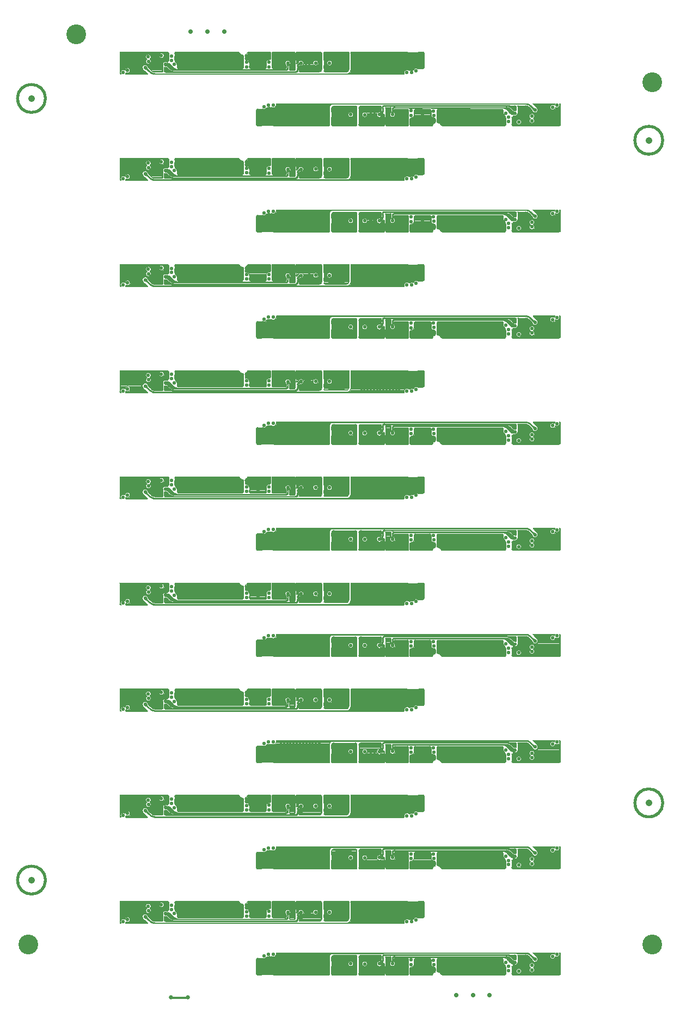
<source format=gbr>
*
%FSLAX24Y24*%
%MOIN*%
%ADD10C,0.022180*%
%ADD11C,0.006910*%
%ADD12C,0.004940*%
%ADD13C,0.005920*%
%ADD14C,0.009000*%
%ADD15C,0.001000*%
%ADD16C,0.002000*%
%ADD17R,0.064000X0.064000*%
%ADD18C,0.004000*%
%ADD19R,0.032000X0.032000*%
%ADD20R,0.016000X0.016000*%
%ADD21C,0.008000*%
%ADD22R,0.008000X0.008000*%
%ADD23R,0.004000X0.004000*%
%ADD24C,0.121110*%
%ADD25C,0.042370*%
%ADD26C,0.015000*%
%ADD27C,0.027874*%
%ADD28C,0.016000*%
%ADD29C,0.004500*%
%ADD30C,0.028000*%
%ADD31C,0.047000*%
%ADD32C,0.025000*%
%IPPOS*%
%LNc272775-a-gbl*%
%LPD*%
G75*
G54D10*
X012801Y001571D03*
X028119Y000528D03*
X028917Y000886D03*
X022207Y001219D03*
X022903Y001209D03*
X021537Y001213D03*
X027494Y000815D03*
X022722Y000669D03*
X022206Y001032D03*
X022502Y000669D03*
X022629Y000523D03*
X021751Y000519D03*
X021632Y000665D03*
X021538Y000519D03*
X028921Y000606D03*
X021534Y000933D03*
X020671Y001087D03*
X020864Y001083D03*
Y000898D03*
X020667D03*
X020440Y000700D03*
X020386Y000528D03*
X030496Y000950D03*
X017800Y001412D03*
X017598D03*
X017594Y001207D03*
X017396Y001412D03*
X017393Y001207D03*
X017525Y000978D03*
X017300D03*
X017855Y000715D03*
Y000518D03*
X017654Y000715D03*
X017457D03*
X017461Y000518D03*
X017658D03*
X013090Y001572D03*
X017194Y001412D03*
X016992D03*
X017193Y001207D03*
X016992D03*
X017079Y000978D03*
X027860Y001059D03*
X020384Y000988D03*
X019577Y000984D03*
X027856Y001315D03*
X030191Y001435D03*
X018683Y000976D03*
X030456Y001560D03*
X017828Y000982D03*
X019569Y001317D03*
X018934Y000516D03*
Y000720D03*
X019574Y000516D03*
Y000720D03*
X019147D03*
X019361D03*
X019147Y000516D03*
X019361D03*
X027337Y001071D03*
X019057Y000980D03*
X019281Y000984D03*
X012529Y001457D03*
X027490Y000551D03*
X027115Y000530D03*
X023785Y000902D03*
X026930Y000718D03*
X026919Y000521D03*
X023785Y000705D03*
Y000512D03*
X022907Y000941D03*
X023592Y000906D03*
Y000709D03*
X023399D03*
X023592Y000512D03*
X029112Y001257D03*
X015691Y001572D03*
X015502D03*
X015884D03*
X014915D03*
X015309D03*
X015112D03*
X014522D03*
X014329D03*
X014719D03*
X013943D03*
X013553Y001572D03*
X014136Y001572D03*
X013750D03*
G54D11*
X019577Y000984D02*
G03X019777Y001185I000000J000201D01*
X019909Y001526D02*
G03X019777Y001394I000000J-000132D01*
X020507Y001407D02*
G03X020384Y001285I-000000J-000123D01*
X028825Y001522D02*
G03X028530Y001644I-000295J-000295D01*
X016043D02*
G01X028530D01*
X019777Y001185D02*
Y001315D01*
Y001362D01*
Y001315D02*
Y001406D01*
X019891Y001526D02*
X027404D01*
X020384Y000988D02*
Y001296D01*
X020507Y001407D02*
X020528D01*
X027234D01*
X028530Y001644D02*
X028574D01*
X028825Y001522D02*
X029097Y001256D01*
X016043Y001644D02*
G03X015879Y001576I-000000J-000232D01*
X016186Y001644D02*
G03X015921Y001534I-000000J-000375D01*
G54D12*
X019508Y001013D02*
G03X019720Y001072I000036J000278D01*
X019561Y001060D02*
G03X019773Y001119I000036J000278D01*
G54D11*
X019577Y000984D02*
G03X019777Y001185I000000J000201D01*
G54D12*
X019695Y001011D02*
G03X019650Y000958I000021J-000063D01*
G54D13*
X020332Y001040D02*
G03X020384Y001166I-000126J000126D01*
G54D11*
X020335Y001037D02*
G03X020384Y001155I-000118J000118D01*
G03X020433Y001037I000166J000000D01*
G54D13*
X020384Y001166D02*
G03X020436Y001040I000178J000000D01*
G54D11*
X027600Y001299D02*
G03X027339Y001407I-000261J-000261D01*
X027234D02*
G01X027339D01*
X027745Y001154D02*
G03X027844Y001126I000075J000075D01*
X027816Y001355D02*
G03X027404Y001526I-000413J-000413D01*
X027600Y001299D02*
G01X027735Y001164D01*
X027827Y001073D01*
G54D13*
X028983Y001379D02*
G03X029109Y001327I000126J000126D01*
G54D11*
X028991Y001371D02*
G03X029109Y001322I000118J000118D01*
G54D13*
X029035Y001253D02*
G03X028983Y001379I-000178J-000000D01*
G54D11*
X029040Y001253D02*
G03X028991Y001371I-000166J-000000D01*
G54D14*
X027632Y001469D02*
G01X027802Y001305D01*
G54D15*
X012140Y001331D02*
X012430Y001330D01*
X012736Y001422D02*
X012739Y001423D01*
X012890Y001437D02*
X012972D01*
X012984Y001433D01*
X013264Y001645D02*
X013292Y001670D01*
X013303Y001673D01*
X016710D01*
X016537Y001432D02*
Y000378D01*
X016502Y000300D02*
X016489Y000295D01*
X013113D01*
X013101Y000300D01*
X013015Y000331D02*
X012425D01*
X012340Y000300D02*
X012327Y000295D01*
X012090D01*
X012077Y000300D01*
X012041Y000378D02*
Y001232D01*
G54D16*
X012046Y000378D02*
X016532D01*
X012046Y000378D02*
X016532D01*
X012046Y000378D02*
X016532D01*
X012046Y001232D02*
X016532D01*
X012077Y001301D02*
X012473D01*
X012585D02*
X016532D01*
X012046Y000378D02*
X016532D01*
X012061Y000326D02*
X012374D01*
X012690Y001395D02*
X013060D01*
X013121D02*
X016532D01*
X012691Y001396D02*
X013056D01*
X013124D02*
X016532D01*
X012703Y001403D02*
X013031D01*
X013149D02*
X016532D01*
X012732Y001415D02*
X012745D01*
X012857D02*
X013002D01*
X013067Y000326D02*
X016517D01*
X013203Y001432D02*
X016532D01*
X013272Y001575D02*
X016589D01*
X013264Y001632D02*
X016682D01*
X013273Y001648D02*
X016724D01*
X013264Y001629D02*
X016672D01*
X013265Y001625D02*
X016662D01*
X013279Y001653D02*
X016725D01*
X012046Y000378D03*
X016532Y000378D03*
X012046Y000378D03*
X016532Y000378D03*
G54D17*
X012356Y000698D02*
X016222D01*
X012356Y000912D02*
X016222D01*
G54D16*
X012047Y001242D02*
X016532D01*
X012050Y001259D02*
X016532D01*
X012057Y001275D02*
X016532D01*
X012067Y001291D02*
X016532D01*
Y001232D01*
X012067Y001291D02*
X016532D01*
X012056Y000336D02*
X016523D01*
X012050Y000352D02*
X016529D01*
X012047Y000368D02*
X016532D01*
X012047D02*
X016532D01*
X016523Y000336D02*
X012056D01*
X012078Y000306D02*
X012340D01*
X012069Y000316D02*
X012353D01*
X012090Y001311D02*
X012450D01*
X012133Y001325D02*
X012429D01*
G54D15*
X012084Y000296D02*
X012333D01*
G54D16*
X012081Y000304D02*
X012080Y000304D01*
X012337Y000304D02*
X012336Y000304D01*
X012327Y000300D02*
X012090D01*
X012133Y001325D02*
X012140Y001326D01*
X012429Y001325D01*
G54D18*
X012641Y001321D02*
X016522D01*
X012667Y001348D02*
X016522D01*
X012685Y001375D02*
X016522D01*
G54D16*
X016532Y001395D02*
Y001301D01*
G54D18*
X016522Y001395D02*
Y001301D01*
G54D16*
X016532Y001396D02*
Y001395D01*
X012680Y001389D02*
X012686Y001393D01*
X016532D01*
X012709Y001405D02*
X013023D01*
X013173Y001413D03*
X013008D02*
X012849D01*
X012754D02*
X012725D01*
X012738Y001418D02*
X012739Y001418D01*
D03*
X012880Y001425D02*
X012986D01*
X012883Y001427D02*
X012984D01*
X012885Y001428D02*
X012891Y001432D01*
X012891Y001432D02*
X012972D01*
X013101Y000306D02*
X016501D01*
X013087Y000316D02*
X016510D01*
X013173Y001413D02*
X016532D01*
X013189Y001422D02*
X016532D01*
Y001432D02*
Y001403D01*
G54D15*
X013107Y000296D02*
X016495D01*
G54D16*
X013104Y000304D03*
X016498Y000304D03*
X016489Y000300D02*
X013113D01*
G54D18*
X013238Y001452D02*
X016523D01*
X013261Y001486D02*
X016529D01*
X013275Y001521D02*
X016541D01*
X013281Y001555D02*
X016560D01*
G54D16*
X013264Y001630D02*
X013264Y001632D01*
X013265Y001628D02*
X013264Y001630D01*
X013272Y001585D02*
X016599D01*
X013271Y001600D02*
X016617D01*
X013268Y001615D02*
X016641D01*
X013268Y001642D02*
X013272Y001646D01*
X016725Y001653D02*
X016725Y001650D01*
X013291Y001663D02*
X016721D01*
X013292Y001664D02*
X016721D01*
X013302Y001668D02*
X016710D01*
G54D15*
X012041Y001232D02*
G02X012140Y001331I000098J-000000D01*
X012430Y001330D02*
G03X012676Y001392I000099J000126D01*
G02X012736Y001422I000147J-000217D01*
X012739Y001423D02*
G03X012890Y001437I000062J000148D01*
X012984Y001433D02*
G03X013260Y001626I000106J000142D01*
G02X013264Y001645I000019J000006D01*
X016710Y001673D02*
G02X016713Y001634I000000J-000020D01*
G03X016537Y001432I000028J-000202D01*
Y000378D02*
G02X016502Y000300I-000102J-000000D01*
X013101Y000300D02*
G03X013015Y000331I-000085J-000103D01*
X012425D02*
G03X012340Y000300I000000J-000134D01*
X012077Y000300D02*
G02X012041Y000378I000067J000078D01*
G54D16*
X012046Y001232D02*
G02X012067Y001291I000093J-000000D01*
X012056Y000336D02*
G02X012047Y000368I000088J000042D01*
X016532D02*
G02X016523Y000336I-000097J000010D01*
X012080Y000304D02*
G02X012059Y000331I000063J000074D01*
X012425Y000336D02*
G03X012337Y000304I000000J-000139D01*
X012070Y001295D02*
G02X012133Y001325I000070J-000062D01*
X012429Y001325D02*
G03X012529Y001291I000101J000131D01*
X012336Y000304D02*
G02X012327Y000300I-000009J000011D01*
X012529Y001291D02*
G03X012680Y001389I000000J000165D01*
G54D18*
X012529Y001281D02*
G03X012687Y001380I000000J000175D01*
G54D16*
X012711Y001406D02*
G02X012738Y001418I000112J-000231D01*
X012739Y001418D02*
G03X012801Y001405I000062J000153D01*
G03X012885Y001428I000000J000165D01*
X012981Y001429D02*
G03X013021Y001406I000109J000146D01*
X012973Y001432D02*
G02X012981Y001429I-000001J-000015D01*
X013104Y000304D02*
G03X013015Y000336I-000088J-000107D01*
X016520Y000331D02*
G02X016498Y000304I-000085J000047D01*
X013090Y001393D02*
G03X013192Y001424I000000J000182D01*
X013113Y000300D02*
G02X013104Y000304I000000J000015D01*
X016498Y000304D02*
G02X016489Y000300I-000009J000011D01*
X013192Y001424D02*
G03X013272Y001575I-000102J000151D01*
X016596Y001582D02*
G03X016532Y001432I000145J-000150D01*
G54D18*
X013198Y001415D02*
G03X013282Y001575I-000107J000159D01*
X016589Y001589D02*
G03X016522Y001432I000152J-000157D01*
G54D16*
X016718Y001641D02*
G02X016712Y001639I-000008J000013D01*
X013264Y001632D02*
G02X013268Y001642I000015J000000D01*
X016725Y001650D02*
G02X016718Y001641I-000014J000003D01*
X016712Y001639D02*
G03X016691Y001635I000029J-000207D01*
X013272Y001575D02*
G03X013265Y001628I-000182J000000D01*
X016691Y001635D02*
G03X016596Y001582I000050J-000203D01*
X013272Y001646D02*
G02X013294Y001666I000096J-000091D01*
X016718D02*
G02X016725Y001653I-000008J-000012D01*
X013294Y001666D02*
G02X013302Y001668I000008J-000012D01*
G54D15*
X016801Y001520D02*
G01X018096D01*
X018180Y001473D02*
Y000325D01*
X018150Y000295D02*
X016672D01*
X016643Y000328D02*
X016643Y000330D01*
X016642Y000336D01*
Y001333D01*
X016644Y001344D01*
X016644Y001348D02*
X016642Y001360D01*
G54D16*
X016647D02*
X018175D01*
X016696Y001473D02*
X018175D01*
X016647Y000336D02*
X018175D01*
X016647Y000827D02*
X017772D01*
X017885D02*
X018175D01*
X016647Y000982D02*
X017663D01*
X016647Y001138D02*
X017772D01*
X016647Y001333D02*
X018175D01*
X016650Y001346D02*
X018175D01*
X016648Y000325D02*
X018175D01*
X016648D02*
X018175D01*
X016648Y000325D02*
X018175D01*
X016648Y000329D02*
X018175D01*
X016739Y001502D02*
X018151D01*
X017994Y000982D02*
X018175D01*
X017885Y001138D02*
X018175D01*
Y001360D02*
Y001346D01*
G54D18*
X016658Y001380D02*
X018165D01*
X016668Y001417D02*
X018165D01*
X016691Y001453D02*
X018165D01*
G54D16*
X018175Y001473D02*
Y001360D01*
G54D18*
X018165Y001473D02*
Y001360D01*
G54D16*
X018175Y000336D02*
Y000329D01*
G54D19*
X016797Y000496D02*
X018025D01*
X016797Y000667D02*
X018025D01*
G54D18*
X016657Y000847D02*
X017717D01*
X016657Y000876D02*
X017689D01*
X016657Y000905D02*
X017671D01*
X016657Y000933D02*
X017660D01*
X016657Y000962D02*
X017654D01*
G54D16*
X016647Y000827D02*
Y000982D01*
G54D18*
X016657Y000827D02*
Y000982D01*
Y001002D02*
X017654D01*
X016657Y001031D02*
X017660D01*
X016657Y001060D02*
X017671D01*
X016657Y001089D02*
X017689D01*
X016657Y001118D02*
X017717D01*
G54D16*
X016647Y000982D02*
Y001138D01*
G54D18*
X016657Y000982D02*
Y001138D01*
G54D20*
X016717Y001218D02*
X018105D01*
X016717Y001253D02*
X018105D01*
G54D16*
X018175Y001346D02*
Y001333D01*
X016672Y000300D02*
X018150D01*
X016650Y000315D02*
X018173D01*
X018150Y000300D02*
X016672D01*
X016648Y000325D03*
X018175Y000325D03*
X016648Y000325D02*
X016648Y000329D01*
X018175Y000329D02*
Y000325D01*
X016708Y001483D02*
X018173D01*
X016720Y001492D02*
X018167D01*
X016771Y001512D02*
X018123D01*
X016801Y001515D02*
X018096D01*
X016801D02*
X018096D01*
X018123Y001512D02*
X016771D01*
G54D18*
X017940Y000847D02*
X018165D01*
X017968Y000876D02*
X018165D01*
X017986Y000905D02*
X018165D01*
X017997Y000933D02*
X018165D01*
X018003Y000962D02*
X018165D01*
G54D16*
X018175Y000982D02*
Y000827D01*
G54D18*
X018165Y000982D02*
Y000827D01*
X018003Y001002D02*
X018165D01*
X017997Y001031D02*
X018165D01*
X017986Y001060D02*
X018165D01*
X017968Y001089D02*
X018165D01*
X017940Y001118D02*
X018165D01*
G54D16*
X018175Y001138D02*
Y000982D01*
G54D18*
X018165Y001138D02*
Y000982D01*
G54D15*
X016642Y001360D02*
G02X016801Y001520I000159J000000D01*
X018096D02*
G02X018167Y001498I000000J-000124D01*
G02X018180Y001473I-000017J-000024D01*
Y000325D02*
G02X018150Y000295I-000030J-000000D01*
X016672D02*
G02X016643Y000328I000000J000030D01*
X016644Y001344D02*
G03X016644Y001348I-000005J000002D01*
X017668Y000982D02*
G03X017668Y000982I000160J000000D01*
G54D16*
X016651Y001346D02*
G02X016647Y001360I000020J000014D01*
G02X016689Y001466I000154J000000D01*
G54D18*
X016657Y001360D02*
G02X016696Y001460I000144J000000D01*
G54D16*
X016648Y000329D02*
G02X016647Y000336I000023J000007D01*
X017663Y000982D02*
G03X017828Y000817I000165J000000D01*
G54D18*
X017653Y000982D02*
G03X017828Y000807I000175J000000D01*
G54D16*
Y001148D02*
G03X017663Y000982I000000J-000165D01*
G54D18*
X017828Y001158D02*
G03X017653Y000982I000000J-000175D01*
G54D16*
X016647Y001333D02*
G02X016651Y001346I000025J000000D01*
X016672Y000300D02*
G02X016648Y000325I000000J000025D01*
X018175D02*
G02X018150Y000300I-000025J000000D01*
X016689Y001466D02*
G02X016722Y001493I000112J-000106D01*
X018164Y001494D02*
G02X018175Y001473I-000014J-000020D01*
X016771Y001512D02*
G02X016801Y001515I000030J-000151D01*
X018096D02*
G02X018164Y001494I-000000J-000119D01*
X017828Y000817D02*
G03X017994Y000982I000000J000165D01*
G54D18*
X017828Y000807D02*
G03X018004Y000982I000000J000175D01*
G54D16*
X017994D02*
G03X017828Y001148I-000165J000000D01*
G54D18*
X018004Y000982D02*
G03X017828Y001158I-000175J000000D01*
G54D15*
X018314Y000374D02*
G01Y001374D01*
X018463Y001524D02*
X019665Y001523D01*
X019689Y001394D02*
X019689Y001184D01*
X019662Y001147D02*
X019623Y001138D01*
X019730Y000938D02*
X019738Y000945D01*
X019884Y000994D02*
Y000374D01*
X019887Y000343D01*
X019848Y000296D02*
X018359D01*
G54D16*
X018319Y000374D02*
X019879D01*
X018319Y000374D02*
X019879D01*
X018319Y000821D02*
X018627D01*
X018739D02*
X019551D01*
X019602D02*
X019879D01*
X018319Y000976D02*
X018517D01*
X018319Y001132D02*
X018627D01*
X018319Y001140D02*
X018657D01*
X018708D02*
X019520D01*
X018319Y001142D02*
X019527D01*
X018319Y001184D02*
X019684D01*
X018319Y001184D02*
X019684D01*
X018319Y001374D02*
X019684D01*
X018320Y001394D02*
X019684D01*
X018320Y001394D02*
X019684D01*
X018354Y001468D02*
X019697D01*
X018321Y000344D02*
X019882D01*
X018323Y000335D02*
X019883D01*
X018327Y000322D02*
X019880D01*
X018369Y001484D02*
X019700D01*
X018757Y000829D02*
X019520D01*
X019633D02*
X019879D01*
X018739Y001132D02*
X019502D01*
X018848Y000976D02*
X019411D01*
X018848Y000984D02*
X019411D01*
X019740Y000940D02*
X019879D01*
X019752Y000949D02*
X019879D01*
X019801Y000994D02*
X019879D01*
X019821Y001020D02*
X019867D01*
X018320Y000354D02*
X019880D01*
X018319Y000364D02*
X019879D01*
X018319Y000374D03*
X019879Y000374D03*
G54D19*
X018469Y000534D02*
X019729D01*
X018469Y000661D02*
X019729D01*
G54D18*
X018329Y000841D02*
X018571D01*
X018329Y000870D02*
X018543D01*
X018329Y000899D02*
X018526D01*
X018329Y000928D02*
X018514D01*
X018329Y000956D02*
X018509D01*
G54D16*
X018319Y000821D02*
Y000976D01*
G54D18*
X018329Y000821D02*
Y000976D01*
Y000996D02*
X018509D01*
X018329Y001025D02*
X018514D01*
X018329Y001054D02*
X018526D01*
X018329Y001083D02*
X018543D01*
X018329Y001112D02*
X018571D01*
G54D16*
X018319Y000976D02*
Y001132D01*
G54D18*
X018329Y000976D02*
Y001132D01*
G54D16*
X018319Y001130D02*
X018621D01*
X018745D02*
X019498D01*
X019526Y001142D02*
X018319D01*
X019660Y001151D02*
X019655Y001150D01*
X018319D01*
Y001152D02*
X019662D01*
X018319Y001163D02*
X019676D01*
X018319Y001174D02*
X019682D01*
X018319Y001142D02*
Y001184D01*
D03*
X019684Y001184D03*
G54D21*
X018349Y001224D02*
X019654D01*
X018349Y001279D02*
X019654D01*
X018349Y001334D02*
X019654D01*
G54D16*
X018319Y001184D02*
Y001374D01*
X019684Y001374D02*
X019684Y001184D01*
G54D21*
X018349Y001184D02*
Y001374D01*
X019654Y001374D02*
X019654Y001184D01*
G54D16*
X018319Y001384D02*
X019684D01*
X019684Y001394D02*
X019684Y001374D01*
X018320Y001392D03*
X019684Y001394D03*
X018322Y001404D02*
X019684D01*
X018326Y001417D02*
X019685D01*
X018331Y001431D02*
X019687D01*
X018337Y001445D02*
X019690D01*
X018346Y001458D02*
X019693D01*
X018323Y000337D02*
X018321Y000346D01*
X018326Y000325D02*
X018323Y000337D01*
X018359Y000301D02*
X019848D01*
X018334Y000312D02*
X019874D01*
X019848Y000301D02*
X018359D01*
X018382Y001494D02*
X019698D01*
X018404Y001506D02*
X019692D01*
X018452Y001518D02*
X019665D01*
X018452Y001518D02*
X018463Y001519D01*
X019665Y001518D01*
X018733Y000819D02*
X019879D01*
G54D18*
X018856Y001004D02*
X019402D01*
X018846Y001040D02*
X019410D01*
X018827Y001076D02*
X019427D01*
X018794Y001112D02*
X019456D01*
X018803Y000849D02*
X019465D01*
X018832Y000885D02*
X019432D01*
X018849Y000921D02*
X019413D01*
X018857Y000956D02*
X019403D01*
G54D16*
X018848Y000976D02*
X018848Y000985D01*
X019411Y000984D02*
X019411Y000976D01*
G54D18*
X019688Y000849D02*
X019869D01*
X019721Y000885D02*
X019869D01*
X019740Y000920D02*
X019869D01*
G54D16*
X019879Y000940D02*
Y000829D01*
G54D18*
X019869Y000940D02*
Y000829D01*
G54D16*
X019879Y000949D02*
Y000940D01*
X019765Y000959D02*
X019879D01*
X019779Y000972D02*
X019879D01*
X019792Y000984D02*
X019879D01*
Y000994D02*
Y000949D01*
X019809Y001004D02*
X019877D01*
X019813Y001010D02*
X019875D01*
G54D15*
X018314Y001374D02*
G02X018463Y001524I000150J000000D01*
X019665Y001523D02*
G02X019702Y001470I000000J-000039D01*
G03X019689Y001394I000207J-000076D01*
X019689Y001184D02*
G02X019662Y001147I-000039J-000000D01*
X019623Y001138D02*
G03X019730Y000938I-000046J-000154D01*
X019738Y000945D02*
G03X019812Y001017I-000161J000240D01*
G02X019884Y000994I000032J-000023D01*
X019887Y000343D02*
G02X019848Y000296I-000038J-000008D01*
X018359D02*
G02X018322Y000323I000000J000039D01*
G02X018314Y000374I000161J000050D01*
X018522Y000976D02*
G03X018522Y000976I000160J000000D01*
G54D16*
X018321Y000346D02*
G02X018319Y000374I000161J000028D01*
X019879Y000374D02*
G03X019882Y000342I000155J000001D01*
X018517Y000976D02*
G03X018683Y000811I000165J000000D01*
G54D18*
X018507Y000976D02*
G03X018683Y000801I000175J000000D01*
G54D16*
Y001142D02*
G03X018517Y000976I000000J-000165D01*
G54D18*
X018683Y001152D02*
G03X018507Y000976I000000J-000175D01*
G54D16*
X019684Y001184D02*
G02X019660Y001151I-000034J000000D01*
X018319Y001374D02*
G02X018320Y001392I000145J000000D01*
X018320Y001392D02*
G02X018349Y001462I000143J-000018D01*
X019698Y001472D02*
G03X019684Y001394I000212J-000078D01*
X019882Y000342D02*
G02X019883Y000335I-000034J-000007D01*
G02X019881Y000325I-000034J000000D01*
X018359Y000301D02*
G02X018326Y000325I000000J000034D01*
X019881Y000325D02*
G02X019848Y000301I-000033J000010D01*
X018349Y001462D02*
G02X018362Y001477I000115J-000088D01*
X019700Y001484D02*
G02X019698Y001472I-000034J000000D01*
X018362Y001477D02*
G02X018452Y001518I000102J-000103D01*
X019665Y001518D02*
G02X019700Y001484I000000J-000034D01*
X018683Y000811D02*
G03X018733Y000819I000000J000165D01*
X018848Y000985D02*
G03X018683Y001142I-000165J-000008D01*
X019524Y001141D02*
G03X019411Y000984I000052J-000157D01*
G54D18*
X018858Y000985D02*
G03X018683Y001152I-000175J-000009D01*
X019521Y001151D02*
G03X019401Y000984I000055J-000167D01*
G54D16*
X018735Y000819D02*
G03X018848Y000976I-000052J000157D01*
X019411Y000976D02*
G03X019577Y000819I000165J000008D01*
G54D18*
X018738Y000810D02*
G03X018858Y000976I-000055J000167D01*
X019401Y000975D02*
G03X019577Y000809I000175J000009D01*
G54D16*
Y000819D02*
G03X019735Y000935I000000J000165D01*
G54D18*
X019577Y000809D02*
G03X019743Y000930I000000J000175D01*
G54D16*
X019623Y001143D02*
G03X019577Y001150I-000047J-000159D01*
X019653Y001149D02*
G02X019623Y001143I-000056J000189D01*
X019735Y000935D02*
G02X019741Y000941I000025J-000023D01*
G03X019795Y000988I-000164J000244D01*
G03X019816Y001014I-000218J000197D01*
X019872Y001014D02*
G02X019879Y000994I-000028J-000020D01*
X019816Y001014D02*
G02X019844Y001029I000028J-000020D01*
G02X019872Y001014I000000J-000034D01*
G54D15*
X019971Y001433D02*
G01X019983Y001437D01*
X020252D01*
X020265Y001433D01*
X020293Y001374D02*
X020293Y001156D01*
X020287Y001119D02*
X020283Y001113D01*
X020473Y001153D02*
X020472Y001157D01*
Y001254D01*
X020473Y001259D01*
X020527Y001318D02*
X020534Y001319D01*
X021306D01*
X021313Y001318D01*
X021360Y001248D02*
Y000366D01*
X021326Y000299D02*
X021314Y000295D01*
X019994D01*
X019983Y000299D01*
X019943Y000374D02*
Y001374D01*
G54D16*
X019948Y001374D02*
X020288D01*
X019948Y001374D02*
X020288D01*
X019948Y000833D02*
X020328D01*
X020440D02*
X021355D01*
X019948Y000374D02*
X021355D01*
X019948Y000988D02*
X020219D01*
X019948Y001109D02*
X020271D01*
X019948Y001117D02*
X020280D01*
X019948Y001156D02*
X020288D01*
X019948Y001374D02*
X020288D01*
X019948Y001374D02*
X020288D01*
X019948Y000366D02*
X021355D01*
X019948Y000366D02*
X021355D01*
X020549Y000988D02*
X021355D01*
X020477Y001157D02*
X021355D01*
X020477Y001248D02*
X021355D01*
X020477Y001248D02*
X021355D01*
X020477Y001254D02*
X021355D01*
X020479Y001260D02*
X021354D01*
X020478Y001152D02*
X021355D01*
X020500Y001106D02*
X021355D01*
X019948Y001374D03*
X020288Y001374D03*
X019948Y001374D03*
X020288Y001374D03*
X019948Y001384D02*
X020287D01*
X019952Y001398D02*
X020284D01*
X019959Y001412D02*
X020276D01*
X019972Y001427D02*
X020264D01*
G54D19*
X020098Y000534D02*
X021205D01*
X020098Y000673D02*
X021205D01*
G54D16*
X019948Y000367D02*
X019948Y000374D01*
X021355D02*
Y000366D01*
G54D18*
X019958Y000853D02*
X020272D01*
X019958Y000882D02*
X020245D01*
X019958Y000910D02*
X020227D01*
X019958Y000939D02*
X020215D01*
X019958Y000968D02*
X020210D01*
G54D16*
X019948Y000833D02*
Y000988D01*
G54D18*
X019958Y000833D02*
Y000988D01*
Y001008D02*
X020210D01*
X019958Y001035D02*
X020215D01*
X019958Y001062D02*
X020225D01*
X019958Y001089D02*
X020240D01*
G54D16*
X019948Y000988D02*
Y001109D01*
G54D18*
X019958Y000988D02*
Y001109D01*
G54D16*
X019948D02*
Y001117D01*
Y001127D02*
X020284D01*
X019948Y001137D02*
X020286D01*
X019948Y001146D02*
X020287D01*
X019948Y001117D02*
Y001156D01*
G54D21*
X019978Y001196D02*
X020258D01*
X019978Y001265D02*
X020258D01*
X019978Y001334D02*
X020258D01*
G54D16*
X019948Y001156D02*
Y001374D01*
X020288Y001374D02*
X020288Y001156D01*
G54D21*
X019978Y001156D02*
Y001374D01*
X020258Y001374D02*
X020258Y001156D01*
G54D16*
X019948Y001374D03*
X020288Y001374D03*
X019948Y000367D03*
X021355Y000366D03*
X019982Y000305D02*
X021325D01*
X019965Y000322D02*
X021341D01*
X019955Y000339D02*
X021350D01*
X019950Y000356D02*
X021354D01*
X019983Y001432D02*
X020252D01*
X019985Y000303D03*
X021323Y000303D03*
X021314Y000300D02*
X019994D01*
G54D18*
X020495Y000853D02*
X021345D01*
X020523Y000882D02*
X021345D01*
X020541Y000910D02*
X021345D01*
X020552Y000939D02*
X021345D01*
X020558Y000968D02*
X021345D01*
G54D16*
X021355Y000988D02*
Y000833D01*
G54D18*
X021345Y000988D02*
Y000833D01*
G54D16*
X020478Y001154D02*
X020477Y001157D01*
X021355D02*
Y001152D01*
G54D22*
X020507Y001197D02*
X021325D01*
X020507Y001208D02*
X021325D01*
G54D16*
X020477Y001248D03*
X021355Y001248D03*
X020477D02*
Y001254D01*
X021355Y001253D02*
X021355Y001248D01*
X020477Y001254D02*
X020478Y001257D01*
X021354Y001259D02*
X021355Y001253D01*
X020491Y001116D02*
X021355D01*
X020485Y001129D02*
X021355D01*
X020481Y001142D02*
X021355D01*
Y001152D02*
Y001106D01*
X020483Y001270D02*
X021351D01*
X020491Y001284D02*
X021345D01*
X020504Y001298D02*
X021334D01*
X020527Y001312D02*
X021313D01*
G54D18*
X020558Y001008D02*
X021345D01*
X020553Y001034D02*
X021345D01*
X020544Y001060D02*
X021345D01*
X020530Y001086D02*
X021345D01*
G54D16*
X021355Y001106D02*
Y000988D01*
G54D18*
X021345Y001106D02*
Y000988D01*
G54D16*
X020528Y001313D02*
X020529Y001313D01*
X021311Y001313D03*
X020534Y001314D02*
X021306D01*
G54D15*
X019943Y001374D02*
G02X019971Y001433I000075J000000D01*
X020265Y001433D02*
G02X020293Y001374I-000046J-000059D01*
X020293Y001156D02*
G02X020287Y001119I-000114J000001D01*
X020283Y001113D02*
G03X020489Y001109I000101J-000125D01*
G02X020473Y001153I000121J000071D01*
X020473Y001259D02*
G02X020527Y001318I000084J-000023D01*
X021313Y001318D02*
G02X021360Y001248I-000028J-000069D01*
Y000366D02*
G02X021326Y000299I-000083J-000000D01*
X019983Y000299D02*
G02X019943Y000374I000051J000075D01*
G54D16*
X019948Y001374D02*
G02X019974Y001429I000070J-000000D01*
X020261D02*
G02X020288Y001374I-000043J-000055D01*
X020219Y000988D02*
G03X020384Y000823I000165J000000D01*
G54D18*
X020209Y000988D02*
G03X020384Y000813I000175J000000D01*
G54D16*
X020279Y001116D02*
G03X020219Y000988I000105J-000128D01*
G54D18*
X020272Y001123D02*
G03X020209Y000988I000112J-000135D01*
G54D16*
X020282Y001121D02*
G02X020279Y001116I-000014J000005D01*
X020288Y001156D02*
G02X020282Y001121I-000109J000001D01*
X019985Y000303D02*
G02X019948Y000367I000048J000071D01*
X021355Y000366D02*
G02X021323Y000303I-000078J000000D01*
X020252Y001432D02*
G02X020261Y001429I-000000J-000015D01*
X019994Y000300D02*
G02X019985Y000303I000000J000015D01*
X021323Y000303D02*
G02X021314Y000300I-000008J000012D01*
X020384Y000823D02*
G03X020549Y000988I000000J000165D01*
G54D18*
X020384Y000813D02*
G03X020559Y000988I000000J000175D01*
G54D16*
X020493Y001112D02*
G02X020478Y001154I000117J000068D01*
X020478Y001257D02*
G02X020528Y001313I000079J-000021D01*
X021311Y001313D02*
G02X021354Y001259I-000026J-000065D01*
X020549Y000988D02*
G03X020493Y001112I-000165J000000D01*
G54D18*
X020559Y000988D02*
G03X020501Y001119I-000175J000000D01*
G54D16*
X020529Y001313D02*
G02X020534Y001314I000005J-000014D01*
G54D15*
X021702Y000937D02*
G01Y001228D01*
X021767Y001318D02*
X021773Y001319D01*
X022669D01*
X022675Y001318D01*
X022750Y001162D02*
X022750Y000973D01*
X022955Y000788D02*
X022958Y000787D01*
X023010Y000705D02*
Y000551D01*
X022988Y000476D02*
X022979Y000468D01*
X022812Y000301D02*
X022811Y000300D01*
X022798Y000295D01*
X021476D01*
X021431Y000366D02*
Y000646D01*
X021432Y000654D01*
Y000658D02*
X021431Y000665D01*
G54D16*
X021436Y000366D02*
X022848D01*
X021436Y000366D02*
X022848D01*
X021436Y000464D02*
X022958D01*
X021436Y000474D02*
X022979D01*
X021436Y000551D02*
X023005D01*
X021436Y000646D02*
X023005D01*
X021438Y000656D02*
X023005D01*
X021442Y000705D02*
X023005D01*
X021436Y000665D02*
X023005D01*
X021590Y000778D02*
X022882D01*
X022933D02*
X022964D01*
X021459Y000310D02*
X022817D01*
X021608Y000786D02*
X022851D01*
X021663Y000829D02*
X022786D01*
X021707Y000937D02*
X022742D01*
X021707Y000941D02*
X022742D01*
X021707Y000972D02*
X022745D01*
X021707Y001163D02*
X022745D01*
X021707Y001209D02*
X022738D01*
X021707Y001228D02*
X022739D01*
X021709Y001243D02*
X022742D01*
X021451Y000320D02*
X022822D01*
X021444Y000332D02*
X022828D01*
X021439Y000344D02*
X022834D01*
X021436Y000356D02*
X022841D01*
X021436Y000366D03*
X022852Y000372D03*
G54D18*
X021446Y000386D02*
X022850D01*
X021446Y000415D02*
X022875D01*
X021446Y000444D02*
X022908D01*
G54D16*
X021436Y000366D02*
Y000464D01*
G54D18*
X021446Y000366D02*
Y000464D01*
G54D16*
X021436D02*
Y000474D01*
Y000484D02*
X022987D01*
X021436Y000498D02*
X022994D01*
X021436Y000512D02*
X022999D01*
X021436Y000527D02*
X023002D01*
X021436Y000541D02*
X023004D01*
X021436Y000474D02*
Y000551D01*
G54D22*
X021466Y000591D02*
X022975D01*
X021466Y000606D02*
X022975D01*
G54D16*
X023005Y000656D02*
Y000646D01*
X021436Y000675D02*
X023005D01*
X021437Y000685D02*
X023005D01*
X021440Y000695D02*
X023005D01*
Y000705D02*
Y000665D01*
Y000656D01*
X021447Y000715D02*
X023004D01*
X021454Y000728D02*
X023001D01*
X021464Y000741D02*
X022996D01*
X021477Y000754D02*
X022989D01*
X021496Y000768D02*
X022977D01*
X021496D02*
X022977D01*
X023004Y000715D02*
X021447D01*
G54D15*
X021461Y000302D02*
X022815D01*
X021458Y000305D02*
X022819D01*
G54D16*
X021467Y000304D02*
X021466Y000305D01*
X022812Y000306D02*
X022809Y000305D01*
X022798Y000300D02*
X021476D01*
X021498Y000769D02*
X021502Y000771D01*
X021502Y000771D02*
X021506Y000770D01*
X021584Y000776D02*
X022967D01*
X022845Y000788D02*
X021612D01*
X021625Y000796D02*
X022828D01*
X021641Y000807D02*
X022810D01*
X021653Y000819D02*
X022796D01*
G54D18*
X021692Y000849D02*
X022758D01*
X021708Y000883D02*
X022742D01*
X021716Y000917D02*
X022733D01*
G54D16*
X021707Y000937D02*
Y000941D01*
X022742D02*
X022742Y000937D01*
X021707Y000951D02*
X022742D01*
X021707Y000962D02*
X022743D01*
X021707Y000941D02*
Y000972D01*
G54D21*
X021737Y001012D02*
X022715D01*
X021737Y001067D02*
X022715D01*
X021737Y001123D02*
X022715D01*
G54D16*
X021707Y000972D02*
Y001163D01*
X022745Y001161D02*
X022745Y000973D01*
G54D21*
X021737Y000972D02*
Y001163D01*
X022715Y001157D02*
X022715Y000976D01*
G54D16*
X021707Y001173D02*
X022742D01*
X021707Y001186D02*
X022739D01*
X021707Y001199D02*
X022738D01*
X021707Y001163D02*
Y001209D01*
Y001219D02*
X022738D01*
X021707Y001209D02*
Y001228D01*
X022741Y001242D02*
X022739Y001230D01*
X021711Y001253D02*
X022738D01*
X021717Y001268D02*
X022731D01*
X021726Y001283D02*
X022720D01*
X021740Y001298D02*
X022704D01*
X021767Y001313D02*
X022676D01*
X021768Y001313D02*
X021769Y001313D01*
X022674Y001313D03*
X021773Y001314D02*
X022669D01*
X022951Y000782D02*
X022955Y000783D01*
X022955Y000782D01*
G54D15*
X021431Y000665D02*
G02X021501Y000776I000122J-000000D01*
G03X021652Y000825I000032J000157D01*
G03X021702Y000937I-000099J000112D01*
Y001228D02*
G02X021767Y001318I000095J-000000D01*
X022675Y001318D02*
G02X022747Y001243I-000032J-000101D01*
G03X022750Y001162I000157J-000034D01*
X022750Y000973D02*
G03X022955Y000788I000157J-000032D01*
X022958Y000787D02*
G02X023010Y000705I-000039J-000082D01*
Y000551D02*
G02X022988Y000476I-000143J000000D01*
X022979Y000468D02*
G03X022824Y000312I000117J-000271D01*
G02X022812Y000301I-000018J000008D01*
X021476Y000295D02*
G02X021462Y000301I-000000J000020D01*
G02X021431Y000366I000051J000065D01*
X021432Y000654D02*
G03X021432Y000658I-000005J000002D01*
G54D16*
X021454Y000317D02*
G02X021436Y000366I000060J000050D01*
X022852Y000372D02*
G03X022820Y000314I000244J-000175D01*
X022977Y000473D02*
G03X022852Y000372I000119J-000276D01*
G54D18*
X022973Y000482D02*
G03X022844Y000378I000123J-000285D01*
G54D16*
X022984Y000479D02*
G02X022977Y000473I-000013J000007D01*
X023005Y000551D02*
G02X022984Y000479I-000138J000000D01*
X021436Y000646D02*
G02X021440Y000656I000015J000000D01*
X021436Y000665D02*
G02X021442Y000702I000117J-000000D01*
X021440Y000656D02*
G02X021436Y000665I000011J000010D01*
X021447Y000715D02*
G02X021496Y000768I000106J-000049D01*
X022977D02*
G02X023005Y000705I-000058J-000063D01*
X021466Y000305D02*
G02X021454Y000317I000048J000061D01*
X022820Y000314D02*
G02X022812Y000306I-000014J000006D01*
X022809Y000305D02*
G02X022798Y000300I-000011J000010D01*
X021506Y000770D02*
G03X021534Y000768I000028J000163D01*
X021586Y000776D02*
G03X021656Y000821I-000052J000157D01*
X022793Y000821D02*
G03X022907Y000776I000114J000120D01*
X021656Y000821D02*
G03X021707Y000937I-000103J000116D01*
X022742Y000937D02*
G03X022793Y000821I000165J000004D01*
G54D18*
X021663Y000814D02*
G03X021717Y000937I-000110J000123D01*
X022732Y000937D02*
G03X022786Y000814I000175J000004D01*
G54D16*
X022745Y000973D02*
G03X022742Y000941I000162J-000032D01*
X022738Y001209D02*
G03X022745Y001161I000165J000000D01*
X022739Y001230D02*
G03X022738Y001209I000164J-000021D01*
X021707Y001228D02*
G02X021708Y001241I000090J-000000D01*
G02X021768Y001313I000089J-000013D01*
X022674Y001313D02*
G02X022741Y001242I-000031J-000097D01*
X022669Y001314D02*
G02X022674Y001313I-000000J-000015D01*
X022907Y000776D02*
G03X022951Y000782I000000J000165D01*
X022955Y000782D02*
G02X022965Y000777I-000036J-000077D01*
G54D15*
X023153Y001317D02*
G01X023163Y001319D01*
X027108D01*
X027118Y001316D01*
X027167Y001229D02*
Y001083D01*
X027261Y000929D02*
X027264Y000927D01*
X027317Y000799D02*
Y000402D01*
X027255Y000298D02*
X027246Y000295D01*
X023416D01*
X023408Y000297D01*
X023363Y000326D02*
X023359Y000332D01*
X023214Y000468D02*
X023191Y000477D01*
X023190Y000477D01*
X023129Y000490D02*
X023120Y000494D01*
X023088Y000555D02*
Y001209D01*
G54D16*
X023093Y001209D02*
X027162D01*
X023095Y001229D02*
X027162D01*
X023093Y000555D02*
X027312D01*
X023093Y000799D02*
X027312D01*
X023093Y000931D02*
X027249D01*
X023093Y000933D02*
X027245D01*
X023093Y001007D02*
X027184D01*
X023093Y001083D02*
X027162D01*
X023093Y001209D02*
X027162D01*
X023162Y000490D02*
X027312D01*
X023179Y000485D02*
X027312D01*
X023216Y000472D02*
X027312D01*
X023217Y000472D02*
X027312D01*
X023235Y000463D02*
X027312D01*
X023316Y000402D02*
X027312D01*
X023367Y000330D02*
X027286D01*
X023375Y000323D02*
X027280D01*
X023093Y001209D03*
X027162Y001209D03*
X023094Y001219D02*
X027162D01*
X023094Y001219D02*
X027162D01*
Y001229D02*
Y001209D01*
X023120Y000500D02*
X027312D01*
X023106Y000515D02*
X027312D01*
X023098Y000530D02*
X027312D01*
X023094Y000545D02*
X027312D01*
Y000555D02*
Y000490D01*
G54D20*
X023163Y000635D02*
X027242D01*
X023163Y000719D02*
X027242D01*
G54D18*
X023103Y000819D02*
X027300D01*
X023103Y000850D02*
X027294D01*
X023103Y000880D02*
X027281D01*
X023103Y000911D02*
X027259D01*
G54D16*
X023093Y000799D02*
Y000931D01*
G54D18*
X023103Y000799D02*
Y000931D01*
G54D16*
X023093D02*
Y000933D01*
X027259Y000925D02*
X027260Y000924D01*
X023093Y000943D02*
X027231D01*
X023093Y000957D02*
X027217D01*
X023093Y000970D02*
X027206D01*
X023093Y000983D02*
X027196D01*
X023093Y000997D02*
X027189D01*
X023093Y000933D02*
Y001007D01*
Y001017D02*
X027178D01*
X023093Y001031D02*
X027172D01*
X023093Y001045D02*
X027167D01*
X023093Y001059D02*
X027164D01*
X023093Y001073D02*
X027162D01*
X023093Y001007D02*
Y001083D01*
G54D22*
X023123Y001123D02*
X027132D01*
X023123Y001169D02*
X027132D01*
G54D18*
X023111Y001249D02*
X027150D01*
X023126Y001275D02*
X027139D01*
X023155Y001300D02*
X027114D01*
G54D16*
X027312Y000490D02*
Y000485D01*
Y000472D01*
X023155Y001312D02*
X023156Y001312D01*
X027114D02*
X027115Y001312D01*
X023163Y001314D02*
X027108D01*
X023192Y000482D02*
X023191Y000482D01*
X027312Y000472D03*
Y000472D02*
Y000463D01*
X023306Y000412D02*
X027312D01*
X023291Y000425D02*
X027312D01*
X023274Y000439D02*
X027312D01*
X023253Y000453D02*
X027312D01*
Y000463D02*
Y000402D01*
X023361Y000340D02*
X027293D01*
X023350Y000357D02*
X027302D01*
X023339Y000374D02*
X027308D01*
X023325Y000392D02*
X027311D01*
X027290Y000335D02*
X027285Y000329D01*
X023406Y000303D02*
X027255D01*
X023390Y000313D02*
X027268D01*
X023410Y000302D02*
X023408Y000303D01*
X027253Y000302D02*
X027252Y000302D01*
X027246Y000300D02*
X023416D01*
G54D15*
X023088Y001209D02*
G02X023153Y001317I000122J000000D01*
X027118Y001316D02*
G02X027167Y001229I-000053J-000087D01*
Y001083D02*
G03X027191Y001004I000142J000000D01*
G03X027261Y000929I000146J000067D01*
X027264Y000927D02*
G02X027317Y000799I-000128J-000128D01*
Y000402D02*
G02X027255Y000298I-000118J000000D01*
X023408Y000297D02*
G02X023363Y000326I000066J000151D01*
X023359Y000332D02*
G03X023214Y000468I-000263J-000135D01*
X023190Y000477D02*
G03X023129Y000490I-000094J-000280D01*
X023120Y000494D02*
G02X023088Y000555I000043J000061D01*
G54D16*
X023093Y001209D02*
G02X023095Y001227I000117J000000D01*
X023123Y000498D02*
G02X023093Y000555I000040J000057D01*
X027260Y000924D02*
G02X027312Y000799I-000125J-000124D01*
G54D18*
X027253Y000917D02*
G02X027302Y000799I-000117J-000117D01*
G54D16*
X027186Y001002D02*
G03X027259Y000925I000150J000069D01*
X027162Y001083D02*
G03X027186Y001002I000147J000000D01*
X023095Y001227D02*
G02X023155Y001312I000116J-000019D01*
X027115Y001312D02*
G02X027162Y001229I-000050J-000083D01*
G54D18*
X023105Y001226D02*
G02X023159Y001303I000106J-000017D01*
X027110Y001303D02*
G02X027152Y001229I-000045J-000074D01*
G54D16*
X023130Y000495D02*
G02X023123Y000498I000002J000015D01*
X023191Y000482D02*
G03X023130Y000495I-000095J-000285D01*
X023156Y001312D02*
G02X023163Y001314I000007J-000013D01*
X023217Y000472D02*
G03X023192Y000482I-000054J-000103D01*
X023309Y000409D02*
G03X023217Y000472I-000213J-000212D01*
X023363Y000334D02*
G03X023309Y000409I-000267J-000137D01*
X027312Y000402D02*
G02X027290Y000335I-000113J000000D01*
X023367Y000330D02*
G02X023363Y000334I000010J000011D01*
X023408Y000303D02*
G02X023367Y000330I000066J000146D01*
X027285Y000329D02*
G02X027253Y000302I-000087J000073D01*
X023416Y000300D02*
G02X023410Y000302I000000J000015D01*
G54D15*
X027106Y001425D02*
G01X027116Y001433D01*
X027127Y001437D01*
X027385Y001437D01*
X027446Y001425D01*
X027460Y001422D01*
X027465Y001421D01*
X027609Y001334D02*
X027621Y001324D01*
X027626Y001319D01*
X027633Y001311D01*
X027726Y001218D01*
X027741Y001206D01*
X027745Y001203D01*
X027771Y001183D01*
X027772Y001182D01*
X027801Y001167D02*
X027803Y001167D01*
X027870Y001158D02*
X027876Y001158D01*
X027882Y001157D01*
X027884Y001157D01*
X027906Y001156D01*
X027942Y001100D02*
Y001025D01*
X027856Y000978D02*
X027738D01*
X027610Y001031D02*
X027341Y001299D01*
G54D16*
X027105Y001411D02*
X027480D01*
X027114Y001426D02*
X027421D01*
X027115Y001427D02*
X027416D01*
X027117Y001428D02*
X027410D01*
X027119Y001429D02*
X027402D01*
X027198Y001386D02*
X027533D01*
X027201Y001385D02*
X027534D01*
X027303Y001337D02*
X027599D01*
X027316Y001328D02*
X027608D01*
X027323Y001322D02*
X027615D01*
X027332Y001315D02*
X027624D01*
X027351Y001296D02*
X027642D01*
X027426Y001221D02*
X027716D01*
X027437Y001211D02*
X027727D01*
X027440Y001207D02*
X027732D01*
X027460Y001187D02*
X027756D01*
X027462Y001186D02*
X027758D01*
X027475Y001172D02*
X027777D01*
X027476Y001172D02*
X027778D01*
X027485Y001162D02*
X027800D01*
X027485Y001162D02*
X027803D01*
X027486Y001161D02*
X027803D01*
X027487Y001160D02*
X027807D01*
X027494Y001153D02*
X027840D01*
X027547Y001100D02*
X027937D01*
X027547Y001100D02*
X027937D01*
X027620Y001027D02*
X027937D01*
X027623Y001025D02*
X027937D01*
X027623Y001025D02*
X027937D01*
X027647Y001007D02*
X027926D01*
X027120Y001396D02*
X027514D01*
X027109Y001401D02*
X027504D01*
X027514Y001396D01*
X027109Y001401D02*
X027504D01*
X027514Y001396D02*
X027119D01*
X027108Y001420D02*
X027109Y001420D01*
X027460Y001417D02*
X027463Y001416D01*
X027109Y001420D02*
X027109Y001421D01*
X027451Y001418D02*
X027460Y001417D01*
X027109Y001421D02*
X027110Y001422D01*
X027444Y001420D02*
X027451Y001418D01*
X027547Y001378D02*
X027548Y001377D01*
X027126Y001432D02*
X027127Y001432D01*
X027127D02*
X027385Y001432D01*
X027289Y001347D02*
X027587D01*
X027264Y001361D02*
X027570D01*
X027233Y001375D02*
X027550D01*
X027305Y001336D02*
X027291Y001346D01*
X027313Y001330D02*
X027305Y001336D01*
X027323Y001322D02*
X027313Y001330D01*
X027342Y001305D02*
X027632D01*
X027630Y001307D02*
X027648Y001289D01*
X027416Y001231D02*
X027706D01*
X027402Y001245D02*
X027692D01*
X027389Y001259D02*
X027679D01*
X027375Y001272D02*
X027665D01*
X027361Y001286D02*
X027651D01*
X027419Y001228D02*
X027344Y001303D01*
X027648Y001289D02*
X027723Y001214D01*
X027430Y001218D02*
X027419Y001228D01*
X027433Y001214D02*
X027430Y001218D01*
X027739Y001202D02*
X027741Y001200D01*
X027450Y001197D02*
X027744D01*
X027453Y001194D02*
X027433Y001214D01*
X027455Y001193D02*
X027453Y001194D01*
X027768Y001178D02*
X027769Y001178D01*
X027468Y001179D02*
X027455Y001193D01*
X027469Y001179D02*
X027468Y001179D01*
X027800Y001163D02*
X027801Y001162D01*
X027478Y001170D02*
X027469Y001179D01*
X027877Y001152D02*
X027882Y001152D01*
X027495Y001152D02*
X027877D01*
X027479Y001169D02*
X027478Y001169D01*
X027882Y001152D02*
X027883Y001152D01*
X027480Y001167D02*
X027479Y001169D01*
X027497Y001150D02*
X027911D01*
X027538Y001110D02*
X027937D01*
X027521Y001127D02*
X027932D01*
X027504Y001143D02*
X027921D01*
X027541Y001107D02*
X027487Y001160D01*
X027610Y001037D02*
X027937D01*
X027597Y001050D02*
X027937D01*
X027584Y001063D02*
X027937D01*
X027571Y001077D02*
X027937D01*
X027558Y001090D02*
X027937D01*
X027613Y001034D02*
X027541Y001107D01*
X027937Y001100D02*
Y001027D01*
X027615Y001032D02*
X027613Y001034D01*
X027937Y001027D02*
Y001025D01*
X027615Y001032D03*
X027937Y001025D03*
X027634Y001016D02*
X027935D01*
X027738Y000983D02*
X027856D01*
X027667Y000997D02*
X027911D01*
X027856Y000983D02*
X027738D01*
X027856Y001152D02*
X027864Y001153D01*
X027875Y001153D02*
X027876Y001153D01*
X027864Y001153D02*
X027871Y001153D01*
X027873Y001153D02*
X027875Y001153D01*
X027871Y001153D02*
X027872Y001153D01*
X027873Y001153D01*
X027898Y001150D02*
X027906Y001151D01*
X027909Y001151D02*
X027910Y001150D01*
X027906Y001151D02*
X027908Y001151D01*
X027909Y001151D01*
G54D15*
X027465Y001421D02*
G02X027609Y001334I-000105J-000336D01*
X027772Y001182D02*
G03X027801Y001167I000049J000062D01*
X027803Y001167D02*
G03X027870Y001158I000053J000148D01*
X027906Y001156D02*
G02X027922Y001150I000002J-000020D01*
G02X027942Y001100I-000050J-000050D01*
Y001025D02*
G02X027937Y001011I-000020J-000000D01*
G02X027856Y000978I-000080J000080D01*
X027738D02*
G02X027610Y001031I000000J000181D01*
X027341Y001299D02*
G03X027120Y001391I-000221J-000221D01*
G02X027106Y001425I-000000J000020D01*
G54D16*
X027119Y001396D02*
G02X027109Y001401I000000J000015D01*
X027105Y001411D02*
G02X027108Y001420I000015J000000D01*
X027463Y001416D02*
G02X027502Y001402I-000103J-000332D01*
X027110Y001422D02*
G02X027119Y001429I000057J-000059D01*
X027412Y001427D02*
G02X027444Y001420I-000075J-000386D01*
X027119Y001429D02*
G02X027126Y001432I000009J-000012D01*
X027385Y001432D02*
G02X027412Y001427I-000048J-000391D01*
X027142Y001395D02*
G03X027120Y001396I-000023J-000317D01*
X027291Y001346D02*
G03X027142Y001395I-000171J-000268D01*
X027548Y001377D02*
G02X027606Y001330I-000188J-000292D01*
G03X027618Y001320I000059J000059D01*
G02X027622Y001316I-000008J-000012D01*
G03X027630Y001307I000067J000050D01*
X027344Y001303D02*
G03X027323Y001322I-000225J-000225D01*
X027723Y001214D02*
G03X027739Y001202I000059J000059D01*
X027741Y001200D02*
G03X027768Y001178I000115J000115D01*
X027769Y001178D02*
G03X027800Y001163I000052J000066D01*
X027801Y001162D02*
G03X027856Y001152I000055J000153D01*
X027883Y001152D02*
G03X027898Y001150I000016J000082D01*
X027911D02*
G02X027918Y001146I-000004J-000014D01*
G02X027937Y001100I-000046J-000047D01*
X027635Y001016D02*
G02X027615Y001032I000103J000143D01*
X027937Y001025D02*
G02X027933Y001014I-000015J000000D01*
X027738Y000983D02*
G02X027635Y001016I000000J000176D01*
X027933Y001014D02*
G02X027856Y000983I-000077J000077D01*
G54D15*
X027375Y001542D02*
G01X027879D01*
X027957Y001488D02*
X027958Y001481D01*
Y001279D01*
X027957Y001273D01*
X027906Y001216D02*
X027893Y001215D01*
X027892Y001215D01*
X027883Y001218D01*
X027804Y001234D02*
X027802Y001235D01*
X027798Y001239D01*
X027774Y001256D02*
X027768Y001260D01*
X027653Y001375D01*
X027652Y001375D01*
X027648Y001379D01*
X027471Y001481D02*
X027469Y001481D01*
X027462Y001481D01*
G54D16*
X027368Y001535D02*
X027898D01*
X027356Y001517D02*
X027932D01*
X027437Y001493D02*
X027950D01*
X027451Y001489D02*
X027951D01*
X027487Y001481D02*
X027953D01*
X027500Y001477D02*
X027953D01*
X027502Y001476D02*
X027953D01*
X027660Y001375D02*
X027953D01*
X027664Y001371D02*
X027953D01*
X027756Y001279D02*
X027953D01*
X027756Y001279D02*
X027953D01*
X027763Y001271D02*
X027952D01*
X027783Y001256D02*
X027945D01*
X027790Y001251D02*
X027941D01*
X027809Y001235D02*
X027927D01*
X027813Y001231D02*
X027839D01*
X027850D02*
X027922D01*
X027886Y001221D02*
X027907D01*
X027360Y001526D02*
X027919D01*
X027370Y001503D02*
X027944D01*
X027360Y001507D02*
X027941D01*
X027375Y001537D02*
X027879D01*
X027951Y001489D02*
X027953Y001486D01*
X027463Y001486D02*
X027446Y001491D01*
X027953Y001481D02*
Y001477D01*
X027465Y001486D02*
X027463Y001486D01*
X027953Y001477D02*
Y001476D01*
X027953Y001486D02*
X027465D01*
X027467Y001486D02*
X027465Y001486D01*
X027471Y001486D02*
X027467Y001486D01*
G54D18*
X027652Y001395D02*
X027943D01*
X027616Y001425D02*
X027943D01*
X027570Y001456D02*
X027943D01*
G54D16*
X027953Y001476D02*
Y001375D01*
G54D18*
X027943Y001476D02*
Y001375D01*
G54D16*
X027953D02*
Y001371D01*
G54D18*
X027750Y001299D02*
X027943D01*
X027724Y001325D02*
X027943D01*
X027698Y001351D02*
X027943D01*
G54D16*
X027749Y001286D02*
X027656Y001379D01*
X027953Y001371D02*
Y001279D01*
G54D18*
X027756Y001293D02*
X027661Y001388D01*
X027943Y001371D02*
Y001279D01*
G54D16*
X027749Y001286D03*
X027953Y001279D03*
X027756Y001278D02*
X027749Y001286D01*
X027772Y001263D02*
X027756Y001278D01*
X027947Y001261D02*
X027945Y001256D01*
X027934Y001242D02*
X027930Y001238D01*
X027887Y001221D02*
X027906D01*
X027922Y001231D02*
X027812D01*
X027818Y001229D02*
X027814Y001230D01*
X027821Y001229D02*
X027818Y001229D01*
X027824D02*
X027821Y001229D01*
X027888Y001221D02*
X027885Y001222D01*
X027907Y001222D02*
X027904Y001220D01*
X027902Y001220D01*
X027898Y001219D01*
G54D15*
X027359Y001533D02*
G02X027375Y001542I000017J-000010D01*
X027879D02*
G02X027957Y001488I000000J-000083D01*
X027957Y001273D02*
G02X027906Y001216I-000090J000029D01*
X027883Y001218D02*
G03X027825Y001224I-000039J-000080D01*
G02X027804Y001234I-000004J000019D01*
X027798Y001239D02*
G03X027774Y001256I-000063J-000063D01*
X027648Y001379D02*
G03X027471Y001481I-000288J-000294D01*
X027462Y001481D02*
G03X027370Y001498I-000125J-000440D01*
G02X027359Y001533I000001J000020D01*
G54D16*
X027356Y001517D02*
G02X027362Y001529I000015J000000D01*
X027919Y001527D02*
G02X027938Y001511I-000039J-000067D01*
X027370Y001503D02*
G02X027356Y001517I000001J000015D01*
X027938Y001511D02*
G02X027951Y001489I-000059J-000051D01*
X027362Y001529D02*
G02X027375Y001537I000013J-000006D01*
X027402Y001499D02*
G03X027370Y001503I-000065J-000458D01*
X027446Y001491D02*
G03X027402Y001499I-000109J-000450D01*
X027953Y001486D02*
G02X027953Y001481I-000014J-000005D01*
X027651Y001382D02*
G03X027471Y001486I-000291J-000297D01*
G54D18*
X027658Y001389D02*
G03X027470Y001497I-000298J-000305D01*
G54D16*
X027656Y001379D02*
G02X027651Y001382I000006J000013D01*
X027953Y001279D02*
G02X027953Y001274I-000015J000000D01*
G02X027947Y001261I-000085J000028D01*
X027776Y001260D02*
G02X027772Y001263I000006J000013D01*
X027801Y001242D02*
G03X027776Y001260I-000066J-000066D01*
X027945Y001256D02*
G02X027934Y001242I-000077J000046D01*
X027807Y001239D02*
G02X027801Y001242I000005J000014D01*
X027812Y001231D02*
G02X027807Y001239I000008J000012D01*
X027844Y001231D02*
G03X027824Y001229I000000J-000094D01*
X027885Y001222D02*
G03X027844Y001231I-000041J-000084D01*
X027920Y001230D02*
G02X027907Y001222I-000052J000073D01*
X027893Y001220D02*
G02X027888Y001221I-000000J000015D01*
X027898Y001219D02*
G02X027893Y001220I000000J000015D01*
G54D15*
X027672Y000369D02*
G01Y000806D01*
X027678Y000820D02*
X027760Y000903D01*
X027774Y000909D02*
X027805D01*
X027916Y000909D03*
X028042Y001034D02*
Y001487D01*
X028048Y001501D02*
X028076Y001530D01*
X028090Y001535D02*
X028530D01*
X028749Y001444D02*
X028926Y001272D01*
X028932Y001256D02*
X028932Y001253D01*
X028941Y001209D02*
X028942Y001206D01*
X029240Y001380D02*
X029235Y001387D01*
X029234Y001389D01*
X028984Y001639D01*
X028998Y001673D02*
X030306D01*
X030612Y001672D02*
X030615Y001672D01*
X030634Y001667D02*
X030665Y001636D01*
X030671Y001622D02*
X030670Y000328D01*
X030643Y000310D02*
X030641Y000310D01*
X030638D01*
X030616Y000295D02*
X027745D01*
X027731Y000301D02*
X027678Y000355D01*
G54D16*
X027688Y000824D02*
X028764D01*
X027677Y000806D02*
X028773D01*
X027677Y000369D02*
X028074D01*
X028164D02*
X030665D01*
X027677Y000369D02*
X028074D01*
X028164D02*
X030665D01*
X027677Y000372D02*
X028063D01*
X028175D02*
X030665D01*
X027677Y000528D02*
X027953D01*
X027677Y000683D02*
X028063D01*
X027677Y000734D02*
X028817D01*
X027677Y000745D02*
X028825D01*
X027677Y000756D02*
X028816D01*
X027677Y000806D02*
X028773D01*
X027750Y000886D02*
X028752D01*
X027688Y000351D02*
X030665D01*
X027711Y000328D02*
X030665D01*
X027734Y000305D02*
X030627D01*
X027773Y000904D02*
X027804D01*
X027916D02*
X028753D01*
X027966Y000914D02*
X028754D01*
X027966Y000914D02*
X028754D01*
X028047Y001034D02*
X028844D01*
X028058Y001505D02*
X028652D01*
X028047Y001487D02*
X028686D01*
X028047Y001041D02*
X028861D01*
X028047Y001085D02*
X029053D01*
X029171D02*
X030666D01*
X028047Y001208D02*
X028936D01*
X028047Y001211D02*
X028935D01*
X028047Y001253D02*
X028927D01*
X028047Y001253D02*
X028927D01*
X028047Y001257D02*
X028926D01*
X028047Y001258D02*
X028927D01*
X028047Y001276D02*
X028915D01*
X028047Y001448D02*
X028739D01*
X028047Y001487D02*
X028686D01*
X028265Y000451D02*
X028865D01*
X028977D02*
X030665D01*
X028175Y000683D02*
X028775D01*
X028264Y000606D02*
X028756D01*
X028284Y000528D02*
X028776D01*
X028974Y001041D02*
X030666D01*
X029087Y000606D02*
X030665D01*
X028983Y001653D02*
X030320D01*
X028983D02*
X030320D01*
X028983Y001651D02*
X030319D01*
X028994Y001636D02*
X030310D01*
X029022Y000758D02*
X030665D01*
X029013Y000748D02*
X030665D01*
X029083Y000886D02*
X030665D01*
X029023Y000737D02*
X030665D01*
X029039Y001591D02*
X030134D01*
X029294Y001257D02*
X030666D01*
X029195Y001435D02*
X030025D01*
X029241Y001386D02*
X030033D01*
X029249Y001376D02*
X030036D01*
X029293Y001280D02*
X030134D01*
X030247D02*
X030666D01*
X030353Y001404D02*
X030400D01*
X030513D02*
X030666D01*
X030247Y001591D02*
X030294D01*
X030282Y001573D02*
X030286D01*
X030362Y001422D02*
X030365D01*
X030622Y001560D02*
X030666D01*
X030593Y001653D02*
X030641D01*
X030594Y001651D02*
X030644D01*
X030601Y001640D02*
X030655D01*
X030609Y001622D02*
X030666D01*
X030609Y001622D02*
X030666D01*
X027680Y000815D02*
X028768D01*
X027677Y000806D03*
X028775Y000801D03*
X027677Y000369D03*
X030665Y000369D03*
X027680Y000360D02*
X030665D01*
X030665Y000369D02*
X030665Y000351D01*
X027677Y000369D02*
Y000372D01*
X027678Y000362D02*
X030665D01*
X030665Y000379D02*
X028190D01*
X028047D02*
X027677D01*
G54D18*
X027687Y000392D02*
X028007D01*
X027687Y000421D02*
X027980D01*
X027687Y000450D02*
X027962D01*
X027687Y000479D02*
X027950D01*
X027687Y000508D02*
X027945D01*
G54D16*
X027677Y000372D02*
Y000528D01*
G54D18*
X027687Y000372D02*
Y000528D01*
Y000548D02*
X027945D01*
X027687Y000576D02*
X027950D01*
X027687Y000605D02*
X027962D01*
X027687Y000634D02*
X027980D01*
X027687Y000663D02*
X028007D01*
G54D16*
X027677Y000528D02*
Y000683D01*
G54D18*
X027687Y000528D02*
Y000683D01*
G54D16*
X027677Y000693D02*
X028780D01*
X027677Y000709D02*
X028791D01*
X027677Y000724D02*
X028805D01*
X027677Y000683D02*
Y000734D01*
X028780Y000693D02*
X027677D01*
Y000734D02*
Y000745D01*
X028825D02*
X028825Y000741D01*
X027677Y000745D02*
Y000756D01*
Y000766D02*
X028804D01*
X027677Y000781D02*
X028790D01*
X027677Y000796D02*
X028778D01*
X027677Y000756D02*
Y000806D01*
X027698Y000834D02*
X028760D01*
X027712Y000848D02*
X028756D01*
X027726Y000862D02*
X028754D01*
X027740Y000876D02*
X028752D01*
X027681Y000817D02*
X027743Y000879D01*
X027701Y000338D02*
X030665D01*
X027698Y000341D02*
X030665D01*
X027704Y000335D02*
X027681Y000358D01*
X030665Y000351D02*
X030665Y000328D01*
X027724Y000315D02*
X030657D01*
X027721Y000318D02*
X030661D01*
X027724Y000315D02*
X027721Y000318D01*
X030661D01*
X030657Y000315D02*
X027724D01*
G54D15*
X027731Y000301D02*
X030630D01*
G54D16*
X027735Y000305D02*
X027727Y000312D01*
X030616Y000300D02*
X027745D01*
G54D15*
X027748Y000891D02*
X028757D01*
X027752Y000895D02*
X028757D01*
X027756Y000899D02*
X028757D01*
G54D16*
X027758Y000894D02*
X028752D01*
X028752Y000896D02*
X027886D01*
X027835D02*
X027760D01*
G54D15*
X027763Y000905D02*
X027816D01*
G54D16*
X027761Y000897D02*
X027764Y000899D01*
X027774Y000904D02*
X027804D01*
X028755Y000915D02*
X028753Y000905D01*
X027916Y000904D02*
X028752D01*
X028756Y000924D02*
X027986D01*
G54D18*
X028015Y000934D02*
X028749D01*
X028036Y000960D02*
X028759D01*
X028049Y000987D02*
X028774D01*
X028056Y001014D02*
X028798D01*
G54D16*
X028050Y001496D02*
X028670D01*
X028047Y001487D03*
X028699Y001479D03*
X028047Y001034D02*
Y001041D01*
Y001051D02*
X030666D01*
X028047Y001063D02*
X030666D01*
X028047Y001075D02*
X030666D01*
X028047Y001051D02*
Y001075D01*
X030666D02*
X030666Y001051D01*
X028047Y001075D02*
X030666D01*
X030666Y001051D02*
X028047D01*
G54D18*
X028057Y001105D02*
X028995D01*
X028057Y001132D02*
X028966D01*
X028057Y001160D02*
X028946D01*
X028057Y001188D02*
X028933D01*
G54D16*
X028047Y001085D02*
Y001208D01*
G54D18*
X028057Y001085D02*
Y001208D01*
G54D16*
X028047D02*
Y001211D01*
X028937Y001207D02*
X028937Y001205D01*
X028047Y001221D02*
X028931D01*
X028047Y001232D02*
X028929D01*
X028047Y001243D02*
X028927D01*
X028047Y001211D02*
Y001253D01*
D03*
X028927Y001253D03*
X028047D02*
Y001257D01*
X028926Y001256D02*
X028927Y001253D01*
X028047Y001257D02*
Y001258D01*
X028927D02*
X028926Y001256D01*
X028047Y001267D02*
X028924D01*
X028047Y001258D02*
Y001276D01*
G54D21*
X028077Y001316D02*
X028831D01*
X028077Y001362D02*
X028784D01*
X028077Y001408D02*
X028736D01*
G54D16*
X028047Y001276D02*
Y001448D01*
X028746Y001440D02*
X028922Y001268D01*
G54D21*
X028077Y001276D02*
Y001448D01*
X028724Y001419D02*
X028831Y001316D01*
G54D16*
X028047Y001458D02*
X028727D01*
X028047Y001467D02*
X028715D01*
X028047Y001477D02*
X028702D01*
X028047Y001448D02*
Y001487D01*
X028068Y001515D02*
X028626D01*
X028077Y001523D02*
X028596D01*
X028051Y001498D02*
X028080Y001526D01*
X028090Y001530D02*
X028530D01*
X028198Y000382D02*
X030665D01*
X028220Y000397D02*
X030665D01*
X028237Y000412D02*
X030665D01*
X028250Y000426D02*
X030665D01*
X028260Y000441D02*
X030665D01*
X030665Y000382D01*
X028260Y000441D02*
X030665D01*
X030665Y000382D02*
X028198D01*
X028258Y000616D02*
X028756D01*
X028248Y000630D02*
X028758D01*
X028236Y000645D02*
X028760D01*
X028220Y000659D02*
X028764D01*
X028198Y000673D02*
X028770D01*
X028284Y000538D02*
X028771D01*
X028282Y000552D02*
X028765D01*
X028279Y000567D02*
X028761D01*
X028275Y000582D02*
X028758D01*
X028269Y000596D02*
X028756D01*
X028270Y000461D02*
X028842D01*
X028276Y000475D02*
X028821D01*
X028280Y000489D02*
X028804D01*
X028282Y000503D02*
X028792D01*
X028284Y000518D02*
X028782D01*
G54D18*
X029092Y000906D02*
X030655D01*
X029086Y000935D02*
X030655D01*
X029075Y000964D02*
X030655D01*
X029057Y000992D02*
X030655D01*
X029029Y001021D02*
X030656D01*
G54D16*
X030666Y001041D02*
X030665Y000886D01*
G54D18*
X030656Y001041D02*
X030655Y000886D01*
X029033Y000471D02*
X030655D01*
X029061Y000500D02*
X030655D01*
X029079Y000529D02*
X030655D01*
X029090Y000557D02*
X030655D01*
X029096Y000586D02*
X030655D01*
G54D16*
X030665Y000606D02*
X030665Y000451D01*
G54D18*
X030655Y000606D02*
X030655Y000451D01*
G54D16*
X028983Y001652D02*
X028983Y001653D01*
X028987Y001663D02*
X030317D01*
X028998Y001668D02*
X030306D01*
X028998Y001668D02*
X030306D01*
X029030Y001601D02*
X030296D01*
X029017Y001613D02*
X030300D01*
X029004Y001626D02*
X030305D01*
X029030Y001601D02*
X028987Y001643D01*
X029004Y001626D02*
X030305D01*
X030296Y001601D02*
X029030D01*
X029013Y000748D02*
X029014Y000752D01*
X030665Y000758D02*
X030665Y000748D01*
X030665Y000737D01*
G54D18*
X029056Y000778D02*
X030655D01*
X029074Y000807D02*
X030655D01*
X029086Y000837D02*
X030655D01*
X029092Y000866D02*
X030655D01*
G54D16*
X030665Y000886D02*
X030665Y000758D01*
G54D18*
X030655Y000886D02*
X030655Y000758D01*
X029096Y000626D02*
X030655D01*
X029089Y000656D02*
X030655D01*
X029077Y000686D02*
X030655D01*
X029058Y000717D02*
X030655D01*
G54D16*
X030665Y000737D02*
X030665Y000606D01*
G54D18*
X030655Y000737D02*
X030655Y000606D01*
X029189Y001455D02*
X030016D01*
X029160Y001484D02*
X030022D01*
X029131Y001513D02*
X030033D01*
X029103Y001542D02*
X030051D01*
X029074Y001571D02*
X030079D01*
G54D16*
X029188Y001442D02*
X029032Y001598D01*
G54D18*
X029195Y001449D02*
X029040Y001605D01*
G54D21*
X029278Y001125D02*
X030636D01*
X029306Y001171D02*
X030636D01*
X029320Y001217D02*
X030636D01*
G54D16*
X030666Y001257D02*
X030666Y001085D01*
G54D21*
X030636Y001257D02*
X030636Y001085D01*
G54D16*
X029234Y001396D02*
X030030D01*
X029220Y001411D02*
X030027D01*
X029205Y001425D02*
X030026D01*
X029239Y001391D02*
X029188Y001442D01*
X030034Y001383D02*
X030038Y001373D01*
G54D18*
X029299Y001300D02*
X030079D01*
X029290Y001328D02*
X030052D01*
X029276Y001356D02*
X030034D01*
G54D16*
X029294Y001267D02*
X030666D01*
X029294Y001270D02*
X030666D01*
X029294Y001267D02*
X029294Y001270D01*
X030666D02*
X030666Y001267D01*
X029294Y001270D02*
X030666D01*
X030666Y001267D02*
X029294D01*
G54D18*
X030302Y001300D02*
X030656D01*
X030329Y001328D02*
X030656D01*
X030347Y001356D02*
X030656D01*
X030358Y001384D02*
X030656D01*
G54D16*
X030666Y001394D02*
X030666Y001290D01*
G54D18*
X030656Y001384D02*
X030656Y001300D01*
G54D16*
X030351Y001394D02*
X030666D01*
X030666Y001290D02*
X030269D01*
X030112D03*
X030267Y001582D02*
X030293D01*
G54D15*
X030281Y001568D02*
X030283D01*
X030281Y001568D02*
X030286D01*
G54D16*
X030283Y001573D02*
X030282Y001573D01*
X030355Y001413D02*
X030380D01*
X030364Y001422D02*
X030365Y001422D01*
G54D18*
X030568Y001424D02*
X030656D01*
X030596Y001453D02*
X030656D01*
X030614Y001482D02*
X030656D01*
X030625Y001511D02*
X030656D01*
X030631Y001540D02*
X030656D01*
G54D16*
X030666Y001560D02*
X030666Y001404D01*
G54D18*
X030656Y001560D02*
X030656Y001404D01*
G54D16*
X030595Y001662D02*
X030632D01*
X030631Y001664D02*
X030648Y001646D01*
X030650Y001644D01*
X030598Y001645D02*
X030592Y001654D01*
X030650Y001644D02*
X030662Y001633D01*
X030601Y001667D02*
X030625D01*
X030606Y001631D02*
X030663D01*
X030608Y001626D03*
X030666Y001622D03*
X030622Y001570D02*
X030666D01*
X030620Y001584D02*
X030666D01*
X030617Y001598D02*
X030666D01*
X030613Y001612D02*
X030666D01*
X030666Y001622D02*
X030666Y001560D01*
X030603Y001667D02*
X030607Y001668D01*
X030620Y001668D02*
X030624Y001667D01*
X028756Y000924D02*
X027986D01*
X028904Y001286D02*
X028047D01*
G54D18*
X028880Y001296D02*
X028057D01*
X028744Y001428D02*
X028880Y001296D01*
G54D16*
X030665Y000768D02*
X029033D01*
X029035Y000727D02*
X030665D01*
X030112Y001290D03*
G54D15*
X027672Y000806D02*
G02X027678Y000820I000020J000000D01*
X027760Y000903D02*
G02X027774Y000909I000014J-000014D01*
X027805D02*
G03X027916Y000909I000056J000150D01*
X027916Y000909D02*
G03X028042Y001034I-000000J000126D01*
Y001487D02*
G02X028048Y001501I000020J000000D01*
X028076Y001530D02*
G02X028090Y001535I000014J-000014D01*
X028530D02*
G02X028749Y001444I000000J-000308D01*
X028926Y001272D02*
G02X028932Y001256I-000014J-000014D01*
X028932Y001253D02*
G03X028941Y001209I000108J000000D01*
X028942Y001206D02*
G03X029240Y001380I000170J000051D01*
X028984Y001639D02*
G02X028998Y001673I000014J000014D01*
X030306D02*
G02X030326Y001653I000000J-000020D01*
G03X030297Y001575I000131J-000093D01*
G02X030281Y001568I-000015J000012D01*
G03X030350Y001420I-000090J-000132D01*
G02X030366Y001427I000015J-000012D01*
G03X030587Y001653I000090J000132D01*
G02X030612Y001672I000020J000001D01*
X030615Y001672D02*
G02X030634Y001667I000005J-000019D01*
X030665Y001636D02*
G02X030671Y001622I-000014J-000014D01*
X030670Y000328D02*
G02X030643Y000310I-000020J000000D01*
X030638Y000310D02*
G03X030634Y000307I-000000J-000005D01*
G02X030616Y000295I-000018J000008D01*
X027745D02*
G02X027731Y000301I-000000J000020D01*
X027678Y000355D02*
G02X027672Y000369I000014J000014D01*
X027958Y000528D02*
G03X027958Y000528I000160J000000D01*
X028829Y000752D02*
G02X028829Y000737I-000018J-000008D01*
G03X029010Y000740I000092J-000131D01*
G02X029010Y000755I000018J000008D01*
G03X028829Y000752I-000092J000131D01*
G54D16*
X027677Y000806D02*
G02X027681Y000817I000015J000000D01*
X028766Y000820D02*
G03X028775Y000801I000152J000066D01*
X027681Y000358D02*
G02X027677Y000369I000010J000010D01*
X027953Y000528D02*
G03X028119Y000362I000165J000000D01*
G54D18*
X027943Y000528D02*
G03X028119Y000352I000175J000000D01*
G54D16*
Y000693D02*
G03X027953Y000528I000000J-000165D01*
G54D18*
X028119Y000703D02*
G03X027943Y000528I000000J-000175D01*
G54D16*
X028825Y000741D02*
G03X028780Y000693I000097J-000134D01*
X028824Y000749D02*
G02X028825Y000745I-000014J-000004D01*
X028775Y000801D02*
G03X028824Y000749I000142J000085D01*
X028752Y000886D02*
G03X028766Y000820I000165J000000D01*
X030665Y000328D02*
G02X030657Y000315I-000015J000000D01*
X030631D02*
G02X030626Y000305I-000015J000000D01*
X027745Y000300D02*
G02X027735Y000305I000000J000015D01*
X027829Y000897D02*
G03X027860Y000894I000031J000163D01*
X027764Y000899D02*
G02X027774Y000904I000010J-000010D01*
X027860Y000894D02*
G03X027917Y000904I000000J000165D01*
X027916Y000904D02*
G03X028047Y001034I000000J000131D01*
X028868Y001044D02*
G03X028755Y000915I000049J-000158D01*
G54D18*
X028015Y000934D02*
G03X028057Y001034I-000098J000101D01*
X028865Y001053D02*
G03X028745Y000917I000052J-000167D01*
G54D16*
X028047Y001487D02*
G02X028051Y001498I000015J000000D01*
X028671Y001496D02*
G02X028699Y001479I-000141J-000269D01*
X028917Y001051D02*
G03X028868Y001044I000000J-000165D01*
X028937Y001205D02*
G03X029112Y001075I000175J000052D01*
G54D18*
X028928Y001202D02*
G03X029112Y001065I000184J000055D01*
G54D16*
X028927Y001253D02*
G03X028937Y001207I000113J000000D01*
X028922Y001268D02*
G02X028927Y001258I-000010J-000011D01*
X028699Y001479D02*
G02X028746Y001440I-000169J-000252D01*
X028595Y001523D02*
G02X028671Y001496I-000065J-000296D01*
X028080Y001526D02*
G02X028090Y001530I000010J-000010D01*
X028119Y000362D02*
G03X028260Y000441I000000J000165D01*
X028261Y000611D02*
G03X028119Y000693I-000143J-000084D01*
X028777Y000688D02*
G03X028756Y000606I000144J-000082D01*
X028284Y000528D02*
G03X028261Y000611I-000165J000000D01*
X028756Y000606D02*
G03X028779Y000522I000165J000000D01*
X028263Y000446D02*
G03X028284Y000528I-000144J000082D01*
X028779Y000522D02*
G03X028921Y000441I000143J000084D01*
X029083Y000886D02*
G03X028917Y001051I-000165J000000D01*
G54D18*
X029093Y000886D02*
G03X028917Y001061I-000175J000000D01*
G54D16*
X028921Y000441D02*
G03X029087Y000606I000000J000165D01*
G54D18*
X028921Y000431D02*
G03X029097Y000606I000000J000175D01*
G54D16*
X028983Y001653D02*
G02X028998Y001668I000015J000000D01*
X030306D02*
G02X030321Y001654I000000J-000015D01*
X028987Y001643D02*
G02X028983Y001652I000010J000010D01*
X030321Y001654D02*
G03X030312Y001641I000136J-000095D01*
X030305Y001626D02*
G03X030296Y001601I000152J-000066D01*
X029014Y000743D02*
G02X029013Y000748I000014J000004D01*
X029014Y000752D02*
G03X029083Y000886I-000097J000134D01*
G54D18*
X029056Y000778D02*
G03X029093Y000886I-000138J000108D01*
G54D16*
X029087Y000606D02*
G03X029014Y000743I-000165J000000D01*
G54D18*
X029097Y000606D02*
G03X029058Y000717I-000175J000000D01*
G54D16*
X030191Y001601D02*
G03X030025Y001435I000000J-000165D01*
G54D18*
X030191Y001611D02*
G03X030015Y001435I000000J-000175D01*
G54D16*
X029112Y001075D02*
G03X029294Y001257I000000J000182D01*
G54D21*
X029112Y001045D02*
G03X029324Y001257I000000J000212D01*
G54D16*
X030025Y001435D02*
G03X030034Y001383I000165J000000D01*
X029243Y001383D02*
G02X029239Y001391I000011J000010D01*
X029292Y001281D02*
G03X029243Y001383I-000181J-000024D01*
X030038Y001373D02*
G03X030191Y001270I000153J000063D01*
G54D18*
X029302Y001283D02*
G03X029250Y001390I-000190J-000026D01*
X030028Y001369D02*
G03X030191Y001260I000162J000067D01*
G54D16*
X030112Y001290D02*
G03X030351Y001394I000079J000145D01*
G54D18*
X030079Y001300D02*
G03X030358Y001384I000111J000135D01*
G54D16*
X030267Y001582D02*
G03X030191Y001601I-000076J-000147D01*
X030294Y001593D02*
G03X030292Y001577I000162J-000033D01*
X030283Y001573D02*
G03X030267Y001582I-000092J-000137D01*
X030292Y001577D02*
G02X030283Y001573I-000011J000010D01*
X030353Y001402D02*
G03X030355Y001418I-000162J000033D01*
X030380Y001413D02*
G03X030456Y001394I000076J000147D01*
X030355Y001418D02*
G02X030364Y001422I000011J-000010D01*
G03X030380Y001413I000092J000137D01*
X030456Y001394D02*
G03X030622Y001560I000000J000165D01*
G54D18*
X030456Y001384D02*
G03X030632Y001560I000000J000175D01*
G54D16*
X030592Y001654D02*
G02X030596Y001664I000015J-000001D01*
X030625Y001667D02*
G02X030631Y001664I-000005J-000014D01*
X030608Y001626D02*
G03X030598Y001645I-000151J-000067D01*
X030662Y001633D02*
G02X030666Y001622I-000010J-000010D01*
X030622Y001560D02*
G03X030608Y001626I-000165J000000D01*
X030607Y001668D02*
G02X030614Y001666I000000J-000015D01*
G02X030620Y001668I000007J-000013D01*
X030650Y000313D02*
G02X030644Y000315I000000J000015D01*
X030656Y000314D02*
G02X030650Y000313I-000005J000014D01*
G54D15*
X019726Y001108D02*
G01X019728Y001110D01*
X019729Y001111D01*
X019737Y001129D01*
X019745Y001161D01*
X019747Y001185D01*
X019748Y001195D01*
X019749Y001197D01*
X019748Y001200D01*
X019796Y001105D02*
X019781Y001077D01*
X019767Y001054D01*
X019684Y000980D02*
X019683Y000979D01*
X019681Y000976D01*
G54D16*
X019634Y001022D02*
X019733D01*
X019549Y000984D02*
X019681D01*
X019550Y000976D02*
X019669D01*
X019551Y000973D02*
X019663D01*
X019551Y000972D02*
X019660D01*
X019686Y001051D02*
X019759D01*
X019710Y001075D02*
X019774D01*
X019729Y001103D02*
X019789D01*
X019734Y001110D02*
X019792D01*
X019735Y001111D02*
X019793D01*
X019736Y001113D02*
X019793D01*
X019743Y001131D02*
X019799D01*
X019750Y001162D02*
X019804D01*
X019752Y001185D02*
X019805D01*
X019754Y001197D02*
X019803D01*
X019752Y001185D02*
X019805D01*
X019752Y001185D02*
X019805D01*
X019752Y001185D02*
X019805D01*
X019754Y001200D02*
X019801D01*
X019755Y001201D02*
X019800D01*
X019551Y000994D02*
X019698D01*
X019556Y001003D02*
X019711D01*
X019577Y001012D02*
X019722D01*
X019577D02*
X019722D01*
X019698Y000994D02*
X019551D01*
X019550Y000976D02*
X019550Y000978D01*
X019680Y000984D02*
X019678Y000980D01*
X019550Y000976D03*
X019577Y000957D03*
X019560Y000962D02*
X019627D01*
X019657Y001032D02*
X019743D01*
X019673Y001041D02*
X019751D01*
X019698Y001061D02*
X019766D01*
X019701Y001065D02*
X019768D01*
X019777Y001080D02*
X019763Y001057D01*
X019718Y001085D02*
X019780D01*
X019723Y001093D02*
X019784D01*
X019726Y001098D02*
X019730Y001105D01*
X019793Y001113D02*
X019791Y001107D01*
X019794Y001114D02*
X019793Y001113D01*
X019730Y001104D02*
X019733Y001107D01*
X019794Y001116D02*
X019794Y001114D01*
X019740Y001122D02*
X019796D01*
X019733Y001107D02*
X019742Y001127D01*
X019746Y001141D02*
X019801D01*
X019749Y001152D02*
X019802D01*
X019751Y001172D02*
X019804D01*
X019752Y001175D02*
X019805D01*
X019752Y001185D03*
X019805Y001185D03*
X019754Y001195D02*
X019753Y001199D01*
X019803Y001196D02*
X019804Y001193D01*
X019802Y001197D02*
X019803Y001196D01*
X019769Y001211D02*
X019786D01*
X019777Y001213D03*
G54D15*
X019576Y000952D02*
G02X019577Y001017I000000J000033D01*
G03X019726Y001108I000000J000168D01*
X019748Y001200D02*
G02X019810Y001185I000029J-000015D01*
G02X019796Y001105I-000233J000000D01*
X019767Y001054D02*
G02X019684Y000980I-000191J000131D01*
X019681Y000976D02*
G02X019576Y000952I-000105J000209D01*
G54D16*
X019551Y000994D02*
G02X019576Y001012I000026J-000010D01*
X019722D02*
G02X019698Y000994I-000146J000173D01*
X019550Y000978D02*
G02X019549Y000984I000027J000006D01*
X019696Y000993D02*
G02X019680Y000984I-000119J000192D01*
X019576Y000957D02*
G02X019550Y000976I000000J000028D01*
X019678Y000981D02*
G02X019577Y000957I-000101J000205D01*
X019577Y001012D02*
G03X019676Y001043I000000J000173D01*
X019763Y001057D02*
G02X019740Y001029I-000186J000128D01*
X019676Y001043D02*
G03X019704Y001068I-000099J000142D01*
G03X019726Y001098I-000128J000117D01*
X019791Y001107D02*
G02X019777Y001080I-000264J000120D01*
X019799Y001133D02*
G02X019794Y001116I-000222J000052D01*
X019742Y001127D02*
G03X019750Y001160I-000158J000056D01*
X019804Y001163D02*
G02X019799Y001133I-000227J000023D01*
X019750Y001160D02*
G03X019752Y001185I-000174J000025D01*
X019805Y001185D02*
G02X019804Y001163I-000228J000000D01*
X019752Y001185D02*
G02X019754Y001195I000025J000000D01*
X019804Y001193D02*
G02X019805Y001185I-000026J-000008D01*
X019753Y001199D02*
G02X019777Y001213I000024J-000014D01*
G02X019802Y001197I000000J-000028D01*
G54D15*
X019768Y001475D02*
G01X019785Y001502D01*
X019820Y001532D02*
X019838Y001541D01*
X019860Y001549D01*
X019909Y001556D02*
X019919Y001554D01*
X019921Y001554D01*
X019924Y001555D01*
X019748Y001379D02*
X019749Y001381D01*
X019749Y001384D01*
X019748Y001387D01*
G54D16*
X019776Y001477D02*
X019847D01*
X019753Y001394D02*
X019805D01*
X019753Y001394D02*
X019805D01*
X019753Y001386D02*
X019804D01*
X019754Y001379D02*
X019801D01*
X019754Y001382D02*
X019803D01*
X019755Y001377D02*
X019800D01*
X019782Y001488D02*
X019865D01*
X019783Y001489D02*
X019867D01*
X019784Y001490D02*
X019870D01*
X019794Y001505D02*
X019927D01*
X019819Y001526D02*
X019937D01*
X019840Y001536D02*
X019935D01*
X019866Y001545D02*
X019929D01*
G54D18*
X019764Y001414D02*
X019797D01*
X019768Y001436D02*
X019803D01*
X019776Y001457D02*
X019814D01*
G54D16*
X019753Y001394D03*
X019805Y001394D03*
X019753Y001387D02*
X019753Y001394D01*
X019805Y001394D02*
X019804Y001388D01*
X019754Y001383D02*
X019753Y001387D01*
X019804Y001388D02*
X019804Y001385D01*
X019803Y001383D02*
X019802Y001382D01*
X019753Y001380D02*
X019754Y001383D01*
X019804Y001385D02*
X019803Y001383D01*
X019777Y001366D03*
X019769Y001367D02*
X019786D01*
X019773Y001472D02*
X019779Y001483D01*
X019780Y001484D01*
X019915Y001499D02*
X019909Y001498D01*
X019780Y001484D02*
X019781Y001485D01*
X019918Y001500D02*
X019915Y001499D01*
X019781Y001485D02*
X019789Y001499D01*
X019805Y001515D02*
X019934D01*
X019806Y001516D02*
X019935D01*
G54D15*
X019862Y001549D02*
X019931D01*
G54D16*
X019884Y001549D02*
X019923D01*
X019885Y001549D02*
X019893Y001550D01*
X019915Y001550D02*
X019920Y001549D01*
X019893Y001550D02*
X019901Y001551D01*
X019912Y001551D02*
X019915Y001550D01*
X019901Y001551D02*
X019909Y001551D01*
X019909D02*
X019912Y001551D01*
X019920Y001549D02*
X019923Y001549D01*
G54D15*
X019748Y001387D02*
G02X019768Y001475I000167J000007D01*
X019785Y001502D02*
G02X019820Y001532I000124J-000108D01*
X019860Y001549D02*
G02X019909Y001556I000049J-000157D01*
X019924Y001555D02*
G02X019909Y001493I-000015J-000029D01*
G03X019810Y001394I000000J-000099D01*
G02X019748Y001379I-000033J000000D01*
G54D16*
X019753Y001394D02*
G02X019773Y001472I000162J000000D01*
X019861Y001486D02*
G03X019805Y001394I000048J-000093D01*
G54D18*
X019763Y001394D02*
G02X019781Y001467I000152J000000D01*
X019856Y001495D02*
G03X019795Y001394I000053J-000101D01*
G54D16*
X019777Y001366D02*
G02X019753Y001380I000000J000028D01*
X019802Y001382D02*
G02X019777Y001366I-000025J000012D01*
X019909Y001498D02*
G03X019861Y001486I000001J-000104D01*
X019932Y001510D02*
G02X019918Y001500I-000023J000015D01*
X019789Y001499D02*
G02X019809Y001518I000120J-000105D01*
X019937Y001526D02*
G02X019932Y001510I-000027J000000D01*
X019809Y001518D02*
G02X019823Y001528I000100J-000124D01*
X019936Y001533D02*
G02X019937Y001526I-000026J-000008D01*
X019823Y001528D02*
G02X019840Y001536I000065J-000112D01*
X019933Y001540D02*
G02X019936Y001533I-000023J-000014D01*
X019840Y001536D02*
G02X019861Y001544I000075J-000174D01*
X019928Y001546D02*
G02X019933Y001540I-000019J-000020D01*
X019861Y001544D02*
G02X019884Y001549I000048J-000153D01*
G54D15*
X020374Y001366D02*
G01X020376Y001369D01*
X020469Y001433D02*
X020488Y001437D01*
X020507Y001438D01*
X020517Y001436D01*
X020519Y001436D01*
X020522Y001436D01*
X020522Y001378D02*
X020519Y001379D01*
X020517Y001379D01*
X020507Y001377D01*
X020414Y001282D02*
X020413Y001274D01*
X020413Y001272D01*
X020413Y001270D01*
X020355Y001270D02*
X020355Y001272D01*
X020355Y001274D01*
X020354Y001278D01*
X020354Y001299D01*
X020356Y001314D01*
G54D16*
X020359Y001289D02*
X020410D01*
X020359Y001292D02*
X020410D01*
X020359Y001299D02*
X020411D01*
X020359Y001284D02*
X020409D01*
X020359Y001281D02*
X020409D01*
X020361Y001315D02*
X020415D01*
X020360Y001277D02*
X020408D01*
X020360Y001270D02*
X020408D01*
X020360Y001270D02*
X020407D01*
X020360Y001273D02*
X020408D01*
X020361Y001268D02*
X020406D01*
X020361Y001268D02*
X020406D01*
X020360Y001273D02*
X020408D01*
X020382Y001368D02*
X020459D01*
X020384Y001372D02*
X020466D01*
X020384Y001372D02*
X020466D01*
X020386Y001374D02*
X020471D01*
X020420Y001407D02*
X020534D01*
X020437Y001417D02*
X020533D01*
X020359Y001284D02*
X020359Y001289D01*
X020410Y001290D02*
X020409Y001284D01*
X020359Y001289D02*
X020359Y001292D01*
X020410Y001293D02*
X020410Y001290D01*
X020359Y001292D02*
X020359Y001298D01*
X020411Y001301D02*
X020410Y001293D01*
X020359Y001282D02*
X020359Y001284D01*
X020409Y001284D02*
X020409Y001282D01*
X020359Y001279D02*
X020359Y001282D01*
X020409Y001282D02*
X020409Y001279D01*
X020359Y001298D02*
X020361Y001313D01*
X020361Y001274D02*
X020359Y001279D01*
X020409Y001279D02*
X020408Y001275D01*
X020360Y001271D03*
X020407Y001273D02*
X020408Y001271D01*
X020384Y001257D03*
X020376Y001258D02*
X020392D01*
X020360Y001271D02*
X020361Y001274D01*
X020408Y001275D02*
X020407Y001273D01*
X020364Y001325D02*
X020419D01*
X020369Y001341D02*
X020429D01*
X020376Y001358D02*
X020445D01*
X020379Y001363D02*
X020381Y001366D01*
D03*
X020507Y001382D02*
X020501Y001382D01*
X020381Y001366D02*
X020382Y001368D01*
X020394Y001384D02*
X020521D01*
X020407Y001397D02*
X020532D01*
X020407D02*
X020532D01*
X020521Y001384D02*
X020394D01*
X020466Y001427D02*
X020526D01*
X020469Y001428D02*
X020525D01*
X020470Y001428D02*
X020484Y001431D01*
X020521D01*
X020485Y001431D02*
X020488Y001432D01*
X020513Y001432D02*
X020517Y001431D01*
X020488Y001432D02*
X020507Y001433D01*
X020517Y001431D02*
X020521Y001431D01*
X020521Y001384D02*
X020517Y001384D01*
G54D15*
X020356Y001314D02*
G02X020374Y001366I000169J-000030D01*
X020376Y001369D02*
G02X020419Y001413I000130J-000085D01*
G02X020469Y001433I000088J-000146D01*
X020522Y001436D02*
G02X020522Y001378I-000015J-000029D01*
X020507Y001377D02*
G03X020414Y001282I000003J-000095D01*
X020413Y001270D02*
G02X020355Y001270I-000029J000015D01*
G54D16*
X020416Y001318D02*
G03X020411Y001301I000093J-000037D01*
X020384Y001257D02*
G02X020360Y001271I000000J000028D01*
X020408Y001271D02*
G02X020384Y001257I-000024J000014D01*
X020361Y001313D02*
G02X020379Y001363I000164J-000029D01*
X020481Y001378D02*
G03X020416Y001318I000029J-000096D01*
X020501Y001382D02*
G03X020481Y001378I000009J-000100D01*
X020517Y001384D02*
G02X020507Y001382I-000010J000023D01*
X020394Y001384D02*
G02X020407Y001397I000113J-000099D01*
X020532D02*
G02X020521Y001384I-000026J000010D01*
X020410Y001400D02*
G02X020422Y001409I000097J-000115D01*
X020533Y001415D02*
G02X020534Y001407I-000027J-000007D01*
X020422Y001409D02*
G02X020470Y001428I000086J-000141D01*
X020523Y001430D02*
G02X020533Y001415I-000016J-000022D01*
X020507Y001433D02*
G02X020513Y001432I-000000J-000025D01*
G54D15*
X028821Y001489D02*
G01X028808Y001495D01*
X028802Y001499D01*
X028530Y001612D02*
X028524Y001612D01*
X028516Y001614D01*
G54D16*
X028502Y001644D02*
X028684D01*
X028603Y001610D02*
X028756D01*
X028614Y001607D02*
X028760D01*
X028617Y001607D02*
X028761D01*
X028750Y001548D02*
X028837D01*
X028785Y001522D02*
X028852D01*
X028816Y001496D02*
X028834D01*
X028517Y001620D02*
X028738D01*
X028504Y001634D02*
X028709D01*
X028504Y001654D02*
X028653D01*
X028510Y001662D02*
X028618D01*
X028530Y001671D03*
X028525Y001617D02*
X028518Y001619D01*
X028769Y001601D02*
X028773Y001599D01*
X028530Y001617D02*
X028525Y001617D01*
X028742Y001597D02*
X028775D01*
X028743Y001617D02*
X028530D01*
X028735Y001558D02*
X028826D01*
X028713Y001571D02*
X028811D01*
X028687Y001584D02*
X028794D01*
X028653Y001597D02*
X028776D01*
X028773Y001532D02*
X028850D01*
X028765Y001538D02*
X028847D01*
X028803Y001506D02*
X028847D01*
X028796Y001512D02*
X028850D01*
G54D15*
X028810Y001493D02*
X028840D01*
G54D16*
X028811Y001499D02*
X028805Y001503D01*
X028844Y001503D02*
X028840Y001499D01*
X028825Y001494D02*
X028821Y001494D01*
X028828Y001494D02*
X028825Y001494D01*
G54D15*
X028516Y001614D02*
G02X028530Y001676I000014J000029D01*
G02X028848Y001545I000000J-000449D01*
G02X028821Y001489I-000023J-000023D01*
X028802Y001499D02*
G03X028530Y001612I-000272J-000272D01*
G54D16*
X028518Y001619D02*
G02X028502Y001644I000012J000025D01*
X028707Y001635D02*
G02X028769Y001601I-000177J-000408D01*
X028502Y001644D02*
G02X028530Y001671I000028J000000D01*
G02X028707Y001635I000000J-000444D01*
X028738Y001557D02*
G03X028530Y001617I-000208J-000330D01*
X028774Y001598D02*
G02X028844Y001541I-000244J-000371D01*
X028776Y001529D02*
G03X028738Y001557I-000246J-000302D01*
X028844Y001541D02*
G02X028852Y001522I-000019J-000019D01*
X028805Y001503D02*
G03X028776Y001529I-000275J-000276D01*
X028852Y001522D02*
G02X028844Y001503I-000028J000000D01*
X028821Y001494D02*
G02X028811Y001499I000004J000027D01*
X028840Y001499D02*
G02X028828Y001494I-000015J000023D01*
G54D15*
X016043Y001676D02*
G01X028530D01*
X028544Y001615D02*
X028541Y001613D01*
X028530Y001612D01*
X027435Y001613D01*
X019837Y001613D01*
X019813Y001612D01*
X016043Y001611D01*
G54D16*
X016016Y001644D02*
X028557D01*
X016016D02*
X028557D01*
X016029Y001620D02*
X028544D01*
X016018Y001634D02*
X028556D01*
X016018Y001654D02*
X028556D01*
X016023Y001662D02*
X028550D01*
X016043Y001671D02*
X028530D01*
X016043Y001671D02*
X028530D01*
X016033Y001618D02*
X016031Y001619D01*
X028542Y001619D02*
X028539Y001618D01*
X028539Y001618D02*
X016033D01*
X016035Y001617D02*
X016034Y001618D01*
X027435Y001618D02*
X019837Y001618D01*
X016038Y001617D02*
X016035Y001617D01*
X019837Y001618D02*
X019813Y001617D01*
X016043Y001616D02*
X016038Y001617D01*
X019813Y001617D02*
X016043Y001616D01*
X027920Y001617D02*
X027435Y001618D01*
X028538Y001618D02*
X028533Y001617D01*
X028530Y001617D02*
X027920Y001617D01*
X028533Y001617D02*
X028530Y001617D01*
G54D15*
X016043Y001611D02*
G02X016043Y001676I000000J000033D01*
X028530D02*
G02X028544Y001615I000000J-000033D01*
G54D16*
X016031Y001619D02*
G02X016016Y001644I000012J000025D01*
X028557D02*
G02X028542Y001619I-000028J000000D01*
X016016Y001644D02*
G02X016043Y001671I000028J000000D01*
X028530D02*
G02X028557Y001644I000000J-000028D01*
G54D15*
X019747Y001185D02*
G01Y001315D01*
X019748Y001325D01*
X019749Y001327D01*
X019748Y001330D01*
X019810Y001315D02*
Y001185D01*
X019748Y001170D02*
X019749Y001173D01*
X019749Y001175D01*
X019748Y001178D01*
X019747Y001182D01*
X019747Y001185D01*
G54D16*
X019754Y001326D02*
X019803D01*
X019752Y001315D02*
X019805D01*
X019752Y001315D02*
X019805D01*
X019752Y001185D02*
X019805D01*
X019752Y001181D02*
X019805D01*
X019753Y001177D02*
X019804D01*
X019754Y001170D02*
X019801D01*
X019754Y001174D02*
X019803D01*
X019754Y001329D02*
X019801D01*
X019755Y001331D02*
X019800D01*
X019755Y001169D02*
X019800D01*
X019752Y001315D03*
X019805Y001315D03*
G54D23*
X019762Y001205D02*
Y001295D01*
X019795Y001205D02*
Y001295D01*
G54D16*
X019752Y001182D02*
X019752Y001185D01*
X019805Y001185D02*
X019805Y001182D01*
X019752Y001179D02*
X019752Y001182D01*
X019805Y001182D02*
X019804Y001179D01*
X019754Y001174D02*
X019752Y001179D01*
X019804Y001179D02*
X019804Y001177D01*
X019803Y001174D02*
X019802Y001173D01*
X019753Y001171D02*
X019754Y001174D01*
X019804Y001177D02*
X019803Y001174D01*
X019754Y001325D02*
X019753Y001329D01*
X019803Y001326D02*
X019804Y001323D01*
X019802Y001327D02*
X019803Y001326D01*
X019777Y001157D03*
X019769Y001159D02*
X019786D01*
X019769Y001341D02*
X019786D01*
X019777Y001343D03*
G54D15*
X019748Y001330D02*
G02X019810Y001315I000029J-000015D01*
Y001185D02*
G02X019748Y001170I-000033J000000D01*
G54D16*
X019752Y001315D02*
G02X019754Y001325I000026J000000D01*
X019804Y001323D02*
G02X019805Y001315I-000026J-000008D01*
X019777Y001157D02*
G02X019753Y001171I000000J000028D01*
X019802Y001173D02*
G02X019777Y001157I-000025J000012D01*
X019753Y001329D02*
G02X019777Y001343I000024J-000014D01*
G02X019802Y001327I000000J-000028D01*
G54D15*
X019747Y001315D02*
G01Y001362D01*
X019748Y001372D01*
X019749Y001375D01*
X019748Y001377D01*
X019810Y001362D02*
Y001315D01*
X019748Y001300D02*
X019749Y001303D01*
X019749Y001305D01*
X019748Y001308D01*
X019747Y001312D01*
X019747Y001315D01*
G54D16*
X019754Y001374D02*
X019803D01*
X019752Y001362D02*
X019805D01*
X019752Y001362D02*
X019805D01*
X019752Y001315D02*
X019805D01*
X019752Y001311D02*
X019805D01*
X019753Y001307D02*
X019804D01*
X019754Y001300D02*
X019801D01*
X019754Y001303D02*
X019803D01*
X019754Y001377D02*
X019801D01*
X019755Y001379D02*
X019800D01*
X019755Y001299D02*
X019800D01*
X019752Y001362D03*
X019805Y001362D03*
G54D23*
X019762Y001335D02*
X019795D01*
X019762Y001342D02*
X019795D01*
G54D16*
X019752Y001312D02*
X019752Y001315D01*
X019805Y001315D02*
X019805Y001312D01*
X019752Y001309D02*
X019752Y001312D01*
X019805Y001312D02*
X019804Y001309D01*
X019754Y001304D02*
X019752Y001309D01*
X019804Y001309D02*
X019804Y001307D01*
X019803Y001304D02*
X019802Y001303D01*
X019753Y001301D02*
X019754Y001304D01*
X019804Y001307D02*
X019803Y001304D01*
X019754Y001373D02*
X019753Y001376D01*
X019803Y001373D02*
X019804Y001371D01*
X019802Y001374D02*
X019803Y001373D01*
X019777Y001287D03*
X019769Y001289D02*
X019786D01*
X019769Y001389D02*
X019786D01*
X019777Y001390D03*
G54D15*
X019748Y001377D02*
G02X019810Y001362I000029J-000015D01*
Y001315D02*
G02X019748Y001300I-000033J000000D01*
G54D16*
X019752Y001362D02*
G02X019754Y001373I000025J000000D01*
X019804Y001371D02*
G02X019805Y001362I-000026J-000008D01*
X019777Y001287D02*
G02X019753Y001301I000000J000028D01*
X019802Y001303D02*
G02X019777Y001287I-000025J000012D01*
X019753Y001376D02*
G02X019777Y001390I000024J-000014D01*
G02X019802Y001374I000000J-000028D01*
G54D15*
X019747Y001315D02*
G01X019747Y001406D01*
X019753Y001424D02*
X019754Y001427D01*
X019755Y001429D01*
X019810Y001406D02*
Y001315D01*
X019748Y001300D02*
X019749Y001303D01*
X019749Y001305D01*
X019748Y001308D01*
X019747Y001312D01*
X019747Y001315D01*
G54D16*
X019752Y001315D02*
X019805D01*
X019752Y001406D02*
X019805D01*
X019752Y001406D02*
X019805D01*
X019760Y001427D02*
X019794D01*
X019752Y001311D02*
X019805D01*
X019753Y001307D02*
X019804D01*
X019754Y001303D02*
X019803D01*
X019754Y001300D02*
X019801D01*
X019755Y001299D02*
X019800D01*
X019765Y001431D02*
X019789D01*
X019769Y001432D02*
X019785D01*
X019752Y001312D02*
X019752Y001315D01*
X019805Y001315D02*
X019805Y001312D01*
G54D18*
X019762Y001335D02*
X019795D01*
X019762Y001360D02*
X019795D01*
X019762Y001386D02*
X019795D01*
G54D16*
X019752Y001315D02*
X019752Y001406D01*
X019805Y001406D02*
Y001315D01*
G54D18*
X019762Y001316D02*
X019762Y001406D01*
X019795Y001406D02*
Y001315D01*
G54D16*
X019752Y001406D03*
X019805Y001406D03*
X019754Y001416D02*
X019803D01*
X019755Y001417D02*
X019802D01*
X019752Y001309D02*
X019752Y001312D01*
X019805Y001312D02*
X019804Y001309D01*
X019754Y001304D02*
X019752Y001309D01*
X019804Y001309D02*
X019804Y001307D01*
X019753Y001301D02*
X019754Y001304D01*
X019804Y001307D02*
X019803Y001304D01*
X019802Y001303D01*
X019777Y001287D03*
X019769Y001289D02*
X019786D01*
X019759Y001423D02*
X019759Y001427D01*
X019798Y001424D02*
X019800Y001422D01*
X019797Y001425D02*
X019798Y001424D01*
G54D15*
X019747Y001406D02*
G02X019753Y001424I000030J000000D01*
X019755Y001429D02*
G02X019810Y001406I000022J-000024D01*
Y001315D02*
G02X019748Y001300I-000033J000000D01*
G54D16*
X019752Y001406D02*
G02X019759Y001423I000025J000000D01*
X019800Y001422D02*
G02X019805Y001406I-000022J-000016D01*
X019777Y001287D02*
G02X019753Y001301I000000J000028D01*
X019802Y001303D02*
G02X019777Y001287I-000025J000012D01*
X019759Y001426D02*
G02X019777Y001433I000018J-000021D01*
G02X019797Y001425I000000J-000028D01*
G54D15*
X019866Y001546D02*
G01X019869Y001547D01*
X019875Y001551D01*
X019892Y001556D01*
X027404D01*
X027417Y001553D01*
X027419Y001553D01*
X027422Y001553D01*
X027412Y001494D02*
X027409Y001495D01*
X027407Y001495D01*
X020446Y001495D01*
X020395Y001493D01*
X020320Y001493D01*
X020281Y001495D01*
X019943Y001495D01*
X019891Y001493D01*
G54D16*
X019864Y001525D02*
X027431D01*
X019864Y001526D02*
X027431D01*
X019883Y001550D02*
X027412D01*
X019892Y001551D02*
X027403D01*
X019881Y001500D02*
X027415D01*
X019866Y001515D02*
X027429D01*
X019866D02*
X027429D01*
X027415Y001500D02*
X019881D01*
X019864Y001525D02*
Y001526D01*
X027431Y001526D02*
Y001525D01*
X019866Y001536D02*
X027429D01*
X019868Y001540D02*
X027427D01*
G54D15*
X019877Y001551D02*
X027424D01*
G54D16*
X019869Y001542D02*
X019871Y001543D01*
X027424Y001544D02*
X027425Y001543D01*
G54D15*
X019879Y001553D02*
X027416D01*
G54D16*
X019871Y001543D02*
X019878Y001547D01*
X027420Y001548D02*
X027424Y001544D01*
X019878Y001547D02*
X019880Y001549D01*
X027420Y001548D03*
X019878Y001548D02*
X027420D01*
X019880Y001548D02*
X019883Y001550D01*
X027412Y001550D02*
X027417Y001548D01*
X027409Y001500D02*
X023669Y001500D01*
X019881D01*
X019883Y001499D02*
X019883Y001500D01*
X020281Y001500D02*
X019943Y001500D01*
X019883Y001550D02*
X019886Y001550D01*
X027409Y001550D02*
X027412Y001550D01*
X019943Y001500D02*
X019891Y001498D01*
X019886Y001550D02*
X019889Y001551D01*
X027407Y001551D02*
X027409Y001550D01*
X019889Y001551D02*
X019892Y001551D01*
X027404D01*
X020286Y001500D02*
X020281Y001500D01*
X023669D02*
X020446Y001500D01*
X020321Y001498D02*
X020286Y001500D01*
X020446Y001500D02*
X020396Y001498D01*
X020395Y001498D02*
X020321Y001498D01*
X020396Y001498D02*
X020395Y001498D01*
X027412Y001499D02*
X027409Y001500D01*
X027413Y001500D02*
X027411Y001499D01*
X027417Y001548D02*
X027420Y001548D01*
G54D15*
X027422Y001553D02*
G02X027412Y001494I-000018J-000027D01*
X019891Y001493D02*
G02X019866Y001546I000000J000032D01*
G54D16*
X019881Y001500D02*
G02X019866Y001515I000011J000025D01*
X027429D02*
G02X027415Y001500I-000026J000010D01*
X019864Y001526D02*
G02X019869Y001542I000027J-000000D01*
X027425Y001543D02*
G02X027431Y001526I-000021J-000018D01*
X019891Y001498D02*
G02X019883Y001499I000000J000027D01*
G54D15*
X020353Y001296D02*
G01X020356Y001309D01*
X020358Y001313D01*
X020360Y001316D01*
X020360Y001317D01*
X020361Y001319D01*
X020415Y001307D02*
X020414Y001125D01*
X020415Y001122D01*
X020416Y001120D01*
Y000988D01*
X020351D02*
X020351Y001117D01*
X020353Y001119D01*
X020353Y001121D01*
X020353Y001296D01*
G54D16*
X020357Y001117D02*
X020411D01*
X020356Y000988D02*
X020411D01*
X020358Y001119D02*
X020411D01*
X020358Y001121D02*
X020411D01*
X020358Y001121D02*
X020410D01*
X020358Y001122D02*
X020410D01*
X020358Y001125D02*
X020409D01*
X020358Y001296D02*
X020410D01*
X020361Y001308D02*
X020409D01*
X020358Y001296D02*
X020410D01*
X020363Y001311D02*
X020407D01*
X020365Y001315D02*
X020404D01*
X020368Y001319D02*
X020400D01*
X020373Y001322D02*
X020395D01*
G54D23*
X020366Y001008D02*
Y001097D01*
X020401Y001008D02*
Y001097D01*
G54D16*
X020384Y000961D03*
X020364Y000969D02*
X020404D01*
X020358Y000978D02*
X020410D01*
X020411Y001119D02*
Y001117D01*
X020356Y001115D02*
X020357Y001116D01*
X020411Y001119D03*
X020357Y001116D02*
X020358Y001118D01*
X020358Y001122D01*
X020358Y001125D01*
X020409Y001122D02*
X020412Y001118D01*
G54D18*
X020368Y001145D02*
X020399D01*
X020368Y001178D02*
X020399D01*
X020368Y001211D02*
X020399D01*
X020368Y001244D02*
X020399D01*
X020368Y001276D02*
X020399D01*
G54D16*
X020358Y001125D02*
X020358Y001296D01*
X020410Y001296D02*
X020409Y001122D01*
G54D18*
X020368Y001125D02*
X020368Y001296D01*
X020400Y001296D02*
X020399Y001119D01*
G54D16*
X020410Y001306D02*
X020410Y001296D01*
X020358Y001296D03*
X020410Y001296D03*
X020360Y001305D02*
X020361Y001307D01*
X020409Y001307D02*
X020410Y001306D01*
X020361Y001307D02*
X020362Y001311D01*
X020407Y001310D02*
X020409Y001307D01*
X020362Y001311D02*
X020365Y001314D01*
X020406Y001313D02*
X020407Y001310D01*
X020365Y001314D02*
X020365Y001316D01*
X020404Y001315D02*
X020406Y001313D01*
G54D15*
X020361Y001319D02*
G02X020415Y001307I000023J-000023D01*
X020416Y000988D02*
G02X020351Y000988I-000033J000000D01*
G54D16*
X020384Y000961D02*
G02X020356Y000988I000000J000028D01*
X020411D02*
G02X020384Y000961I-000028J000000D01*
X020358Y001296D02*
G02X020360Y001305I000025J000000D01*
X020365Y001316D02*
G02X020384Y001324I000019J-000020D01*
G02X020404Y001315I000000J-000027D01*
G54D15*
X020486Y001432D02*
G01X020488Y001433D01*
X020491Y001433D01*
X020507Y001438D01*
X020528D01*
X020537Y001436D01*
X020540Y001436D01*
X020542Y001436D01*
Y001378D02*
X020540Y001379D01*
X020538Y001379D01*
X020534Y001378D01*
X020527Y001377D01*
X020507Y001377D01*
X020497Y001378D01*
X020495Y001378D01*
X020493Y001378D01*
G54D16*
X020479Y001408D02*
X020555D01*
X020479Y001407D02*
X020555D01*
X020481Y001418D02*
X020553D01*
X020487Y001427D02*
X020547D01*
X020479Y001408D03*
X020555Y001408D02*
Y001407D01*
X020493Y001384D02*
X020542D01*
X020481Y001397D02*
X020553D01*
X020481D02*
X020553D01*
X020542Y001384D02*
X020493D01*
G54D15*
X020499Y001437D02*
X020535D01*
G54D16*
X020544Y001429D02*
X020545Y001429D01*
X020488Y001428D02*
X020491Y001428D01*
X020544Y001430D02*
X020544Y001429D01*
X020491Y001428D02*
X020496Y001430D01*
X020542Y001431D02*
X020544Y001430D01*
X020539Y001384D02*
X020536Y001383D01*
X020494D01*
X020496Y001430D02*
X020498Y001432D01*
X020541Y001431D02*
X020542Y001431D01*
X020497Y001383D02*
X020494Y001383D01*
X020497Y001431D02*
X020542D01*
X020499Y001383D02*
X020497Y001383D01*
X020534Y001383D02*
X020533Y001383D01*
X020498Y001431D02*
X020501Y001432D01*
X020533Y001432D02*
X020538Y001431D01*
X020503Y001382D02*
X020499Y001383D01*
X020533Y001383D02*
X020527Y001382D01*
X020501Y001432D02*
X020504Y001433D01*
X020531Y001433D02*
X020533Y001432D01*
X020504Y001382D02*
X020503Y001382D01*
X020527Y001382D02*
X020507Y001382D01*
X020504Y001433D02*
X020507Y001433D01*
X020528D01*
X020505Y001382D02*
X020504Y001382D01*
X020507Y001382D02*
X020505Y001382D01*
X020542Y001384D02*
X020539Y001384D01*
X020538Y001431D02*
X020542Y001431D01*
G54D15*
X020542Y001436D02*
G02X020542Y001378I-000015J-000029D01*
X020493Y001378D02*
G02X020486Y001432I000014J000029D01*
G54D16*
X020479Y001408D02*
G02X020488Y001428I000027J000000D01*
X020545Y001429D02*
G02X020555Y001408I-000017J-000022D01*
X020493Y001384D02*
G02X020481Y001397I000014J000024D01*
X020553D02*
G02X020542Y001384I-000026J000010D01*
G54D15*
X020513Y001436D02*
G01X020515Y001436D01*
X020517Y001436D01*
X020521Y001437D01*
X020524Y001438D01*
X027234Y001438D01*
X027244Y001436D01*
X027246Y001436D01*
X027249Y001436D01*
X027234Y001375D02*
X027116Y001377D01*
X023117Y001376D01*
X023089Y001375D01*
X022861Y001377D01*
X022814Y001375D01*
X022676Y001377D01*
X021731Y001377D01*
X021696Y001375D01*
X021491Y001377D01*
X021440Y001375D01*
X021314Y001377D01*
X020524Y001377D01*
X020521Y001378D01*
X020517Y001379D01*
X020515Y001379D01*
X020513Y001378D01*
G54D16*
X020500Y001407D02*
X027262D01*
X020500Y001407D02*
X027262D01*
X020513Y001384D02*
X027248D01*
X020502Y001397D02*
X027260D01*
X020502D02*
X027260D01*
X027248Y001384D02*
X020513D01*
X020502Y001417D02*
X027260D01*
X020513Y001431D02*
X027248D01*
X020513D02*
X027248D01*
X027260Y001417D02*
X020502D01*
X020514Y001431D02*
X020517Y001431D01*
X020517Y001384D02*
X020514Y001384D01*
X020522Y001383D02*
X020517Y001384D01*
X027246Y001383D02*
X027245Y001382D01*
X020517Y001431D02*
X020522Y001432D01*
X027240Y001432D02*
X027244Y001431D01*
X020524Y001382D02*
X020522Y001383D01*
X027245Y001382D02*
X027244Y001382D01*
X020522Y001432D02*
X020525Y001433D01*
X027237Y001433D02*
X027240Y001432D01*
X021300Y001382D02*
X020524Y001382D01*
X027245Y001382D02*
X021300D01*
X020525Y001433D02*
X020528Y001433D01*
X027234D01*
X021314Y001382D02*
X021300Y001382D01*
X022676D02*
X022669Y001382D01*
X021321Y001382D02*
X021314Y001382D01*
X022346Y001382D02*
X021321D01*
X021362Y001381D02*
X021321Y001382D01*
X021491Y001382D02*
X021462Y001381D01*
X021440Y001380D02*
X021362Y001381D01*
X021462Y001381D02*
X021440Y001380D01*
X021526Y001382D02*
X021491Y001382D01*
X022346Y001382D02*
X021731Y001382D01*
X021696Y001380D02*
X021526Y001382D01*
X021731D02*
X021696Y001380D01*
X022676Y001382D03*
X027245D02*
X022676D01*
X027116D02*
X024705Y001382D01*
X022694D01*
X022731Y001381D02*
X022694Y001382D01*
X022861Y001382D02*
X022834Y001381D01*
X022814Y001380D02*
X022731Y001381D01*
X022834Y001381D02*
X022814Y001380D01*
X022902Y001381D02*
X022861Y001382D01*
X024705Y001382D02*
X023117Y001381D01*
X023089Y001380D02*
X022902Y001381D01*
X023117D02*
X023089Y001380D01*
X027159Y001381D02*
X027116Y001382D01*
X027243Y001381D02*
X027240Y001381D01*
X027234Y001380D02*
X027159Y001381D01*
X027244Y001431D02*
X027248Y001431D01*
G54D15*
X027249Y001436D02*
G02X027234Y001375I-000015J-000029D01*
X020513Y001378D02*
G02X020513Y001436I000015J000029D01*
G54D16*
X020513Y001384D02*
G02X020502Y001397I000014J000024D01*
X027260D02*
G02X027248Y001384I-000026J000010D01*
X020502Y001417D02*
G02X020513Y001431I000026J-000010D01*
X027248D02*
G02X027260Y001417I-000014J-000024D01*
X027240Y001381D02*
G02X027234Y001380I-000006J000027D01*
G54D15*
X028530Y001676D02*
G01X028574D01*
X028574Y001612D02*
X028526Y001612D01*
X028516Y001614D01*
G54D16*
X028502Y001644D02*
X028601D01*
X028502Y001644D02*
X028601D01*
X028502D03*
X028601Y001644D03*
X028517Y001620D02*
X028587D01*
X028504Y001634D02*
X028599D01*
X028504Y001654D02*
X028599D01*
X028530Y001671D02*
X028574D01*
X028530Y001671D02*
X028574D01*
X028527Y001617D02*
X028517Y001619D01*
X028574Y001617D02*
X028527Y001617D01*
X028578Y001617D02*
X028574Y001617D01*
G54D15*
X028516Y001614D02*
G02X028530Y001676I000014J000029D01*
X028574D02*
G02X028574Y001612I-000000J-000032D01*
G54D16*
X028517Y001619D02*
G02X028502Y001644I000012J000025D01*
X028601Y001644D02*
G02X028585Y001619I-000027J000000D01*
X028502Y001644D02*
G02X028530Y001671I000028J-000000D01*
X028574D02*
G02X028601Y001644I-000000J-000027D01*
X028585Y001619D02*
G02X028578Y001617I-000011J000025D01*
G54D15*
X028847Y001545D03*
X028847Y001545D02*
G01X029119Y001280D01*
D03*
X029074Y001233D03*
X029074Y001233D02*
X028802Y001499D01*
X028793Y001514D01*
G54D16*
X028797Y001522D02*
X028864D01*
X028818Y001549D02*
X028831D01*
X028799Y001513D02*
X028873D01*
X028813Y001495D02*
X028891D01*
X029030Y001283D02*
X029109D01*
X029057Y001256D02*
X029124D01*
X029090Y001230D02*
X029103D01*
X028871Y001515D02*
X028880Y001506D01*
X028799Y001532D02*
X028854D01*
X028803Y001539D02*
X028847D01*
X028844Y001541D02*
X028871Y001515D01*
X028804Y001504D02*
X028882D01*
X028880Y001506D02*
X028898Y001488D01*
G54D18*
X029024Y001303D02*
X029074D01*
X028988Y001338D02*
X029038D01*
X028953Y001372D02*
X029003D01*
X028918Y001406D02*
X028968D01*
X028883Y001441D02*
X028933D01*
X028848Y001475D02*
X028897D01*
G54D16*
X029022Y001290D02*
X028806Y001502D01*
X028898Y001488D02*
X029116Y001276D01*
G54D18*
X029029Y001298D02*
X028813Y001509D01*
X028891Y001481D02*
X029109Y001269D01*
G54D16*
X029047Y001266D02*
X029122D01*
X029040Y001273D02*
X029118D01*
X029050Y001264D02*
X029022Y001290D01*
X029075Y001240D02*
X029118D01*
X029067Y001246D02*
X029122D01*
X029077Y001237D02*
X029050Y001264D01*
G54D15*
X028793Y001514D02*
G02X028847Y001545I000032J000007D01*
X029119Y001280D02*
G02X029074Y001233I-000023J-000023D01*
G54D16*
X028798Y001516D02*
G02X028797Y001522I000027J000006D01*
G02X028805Y001541I000028J000000D01*
X028806Y001502D02*
G02X028798Y001516I000025J000024D01*
X028805Y001541D02*
G02X028825Y001549I000019J-000020D01*
G02X028844Y001541I000000J-000028D01*
X029116Y001276D02*
G02X029124Y001256I-000019J-000020D01*
G02X029116Y001237I-000028J000000D01*
X029097Y001229D02*
G02X029077Y001237I000000J000028D01*
X029116Y001237D02*
G02X029097Y001229I-000019J000020D01*
X015852Y001576D02*
G01X015921D01*
X015867Y001602D02*
X015970D01*
X015871Y001549D02*
X015887D01*
X015871Y001606D02*
X015981D01*
X015926Y001644D02*
X016071D01*
X015857Y001559D02*
X015902D01*
X015853Y001566D02*
X015909D01*
X015853Y001586D02*
X015936D01*
X015857Y001592D02*
X015947D01*
X015860Y001595D02*
X015863Y001599D01*
X015883Y001616D02*
X016043D01*
X015895Y001625D02*
X016063D01*
X015909Y001634D02*
X016069D01*
X015909D02*
X016069D01*
X016043Y001616D02*
X015883D01*
X015949Y001654D02*
X016069D01*
X015976Y001662D02*
X016063D01*
X016043Y001671D03*
G54D15*
X015856Y001599D02*
G02X016043Y001676I000187J-000187D01*
G02X016043Y001611I-000000J-000033D01*
G03X015902Y001553I-000000J-000200D01*
G02X015856Y001599I-000023J000023D01*
G54D16*
X015860Y001556D02*
G02X015852Y001576I000019J000019D01*
X015933Y001584D02*
G03X015899Y001556I000110J-000173D01*
X015852Y001576D02*
G02X015860Y001595I000028J000000D01*
X016003Y001612D02*
G03X015933Y001584I000041J-000200D01*
X015879Y001548D02*
G02X015860Y001556I000000J000028D01*
X015899D02*
G02X015879Y001548I-000019J000019D01*
X016043Y001616D02*
G03X016003Y001612I000000J-000205D01*
X015883Y001616D02*
G02X015909Y001634I000160J-000205D01*
X016069D02*
G02X016043Y001616I-000026J000010D01*
X015911Y001635D02*
G02X016043Y001671I000132J-000224D01*
X016043D02*
G02X016071Y001644I-000000J-000028D01*
X015908Y001561D02*
G01X015998D01*
X015893Y001534D02*
X015962D01*
X015913Y001507D02*
X015929D01*
X015966Y001606D02*
X016104D01*
X016039Y001644D02*
X016213D01*
X015895Y001544D02*
X015974D01*
X015899Y001551D02*
X015983D01*
X015899Y001517D02*
X015943D01*
X015895Y001524D02*
X015950D01*
X015919Y001571D02*
X016014D01*
X015935Y001583D02*
X016038D01*
X015952Y001596D02*
X016070D01*
X015983Y001616D02*
X016186D01*
X015998Y001625D02*
X016206D01*
X016016Y001634D02*
X016211D01*
X016016D02*
X016211D01*
X016186Y001616D02*
X015983D01*
X016068Y001654D02*
X016211D01*
X016102Y001662D02*
X016206D01*
X016186Y001671D03*
X016211Y001654D02*
X016068D01*
G54D15*
X015898Y001557D02*
G02X016186Y001676I000288J-000288D01*
G02X016186Y001611I000000J-000033D01*
G03X015944Y001511I-000000J-000342D01*
G02X015898Y001557I-000023J000023D01*
G54D16*
X015893Y001534D02*
G02X015901Y001553I000028J000000D01*
X016011Y001569D02*
G03X015971Y001542I000174J-000300D01*
X015901Y001514D02*
G02X015893Y001534I000019J000019D01*
X015971Y001542D02*
G03X015940Y001514I000215J-000273D01*
X015921Y001506D02*
G02X015901Y001514I000000J000028D01*
X015940D02*
G02X015921Y001506I-000019J000019D01*
X015901Y001553D02*
G02X015954Y001598I000284J-000284D01*
X016186Y001616D02*
G03X016011Y001569I000000J-000347D01*
X015983Y001616D02*
G02X016016Y001634I000203J-000347D01*
X016213Y001644D02*
G02X016186Y001616I-000028J-000000D01*
X016068Y001654D02*
G02X016186Y001671I000118J-000385D01*
X016186D02*
G02X016213Y001644I000000J-000028D01*
X019490Y001013D02*
G01X019652D01*
X019616Y001038D02*
X019703D01*
X019651Y001051D02*
X019721D01*
X019690Y001072D02*
X019738D01*
X019505Y000995D02*
X019584D01*
X019494Y001003D02*
X019621D01*
X019494Y001023D02*
X019675D01*
X019499Y001028D02*
X019685D01*
X019675Y001023D01*
X019499Y001028D02*
X019685D01*
X019675Y001023D02*
X019494D01*
X019506Y001030D02*
X019508Y001030D01*
X019510Y001030D01*
G54D15*
X019616Y001043D02*
X019719D01*
X019624Y001046D02*
X019723D01*
G54D16*
X019671Y001061D02*
X019734D01*
X019674Y001062D02*
X019735D01*
X019704Y001082D02*
X019735D01*
X019706Y001084D02*
X019734D01*
G54D15*
X019505Y000990D02*
G02X019511Y001035I000003J000023D01*
G03X019706Y001090I000033J000256D01*
G02X019734Y001054I000014J-000018D01*
G02X019505Y000990I-000190J000236D01*
G54D16*
X019506Y000995D02*
G02X019490Y001013I000002J000018D01*
X019673Y001022D02*
G02X019583Y000995I-000128J000269D01*
X019494Y001023D02*
G02X019499Y001028I000015J-000010D01*
X019501Y001029D02*
G02X019506Y001030I000007J-000016D01*
X019510D02*
G03X019545Y001028I000034J000261D01*
Y000993D02*
G02X019506Y000995I000000J000298D01*
X019583D02*
G02X019545Y000993I-000039J000296D01*
Y001028D02*
G03X019626Y001041I000000J000263D01*
X019731Y001058D02*
G02X019715Y001046I-000187J000233D01*
X019626Y001041D02*
G03X019676Y001063I-000082J000250D01*
X019738Y001072D02*
G02X019731Y001058I-000018J000000D01*
X019676Y001063D02*
G03X019709Y001086I-000132J000227D01*
X019731D02*
G02X019738Y001072I-000011J-000014D01*
X019709Y001086D02*
G02X019720Y001090I000011J-000014D01*
G02X019731Y001086I000000J-000018D01*
G54D15*
X019564Y001082D02*
G01X019612Y001081D01*
X019614Y001079D01*
X019617Y001079D01*
X019731Y001115D02*
X019737Y001119D01*
X019738Y001121D01*
X019740Y001123D01*
X019759Y001137D01*
G54D16*
X019544Y001060D02*
X019706D01*
X019672Y001084D02*
X019754D01*
X019709Y001098D02*
X019775D01*
X019743Y001119D02*
X019791D01*
X019743Y001119D02*
X019791D01*
X019749Y001124D02*
X019791D01*
X019753Y001126D02*
X019790D01*
X019754Y001127D02*
X019790D01*
X019558Y001042D02*
X019637D01*
X019547Y001050D02*
X019675D01*
X019547Y001070D02*
X019728D01*
X019550Y001074D02*
X019736D01*
X019728Y001070D01*
X019550Y001074D02*
X019736D01*
X019728Y001070D02*
X019547D01*
X019611Y001075D02*
X019614Y001074D01*
X019552Y001075D02*
X019611D01*
X019559Y001077D02*
X019561Y001078D01*
X019564Y001077D01*
X019598Y001075D02*
X019604Y001075D01*
X019611Y001076D01*
G54D15*
X019672Y001089D02*
X019770D01*
X019684Y001093D02*
X019776D01*
G54D16*
X019728Y001108D02*
X019787D01*
X019731Y001109D02*
X019788D01*
X019733Y001111D02*
X019734Y001111D01*
X019791Y001119D03*
X019734Y001111D02*
X019741Y001116D01*
X019791Y001122D02*
X019791Y001119D01*
X019741Y001116D02*
X019744Y001120D01*
X019791Y001124D02*
X019791Y001122D01*
X019790Y001124D02*
X019791Y001124D01*
G54D15*
X019753Y001132D02*
X019792D01*
X019758Y001136D02*
X019789D01*
X019558Y001037D02*
G02X019564Y001082I000003J000023D01*
X019617Y001079D02*
G03X019731Y001115I-000016J000247D01*
X019759Y001137D02*
G02X019788Y001102I000014J-000018D01*
G02X019558Y001037I-000190J000236D01*
G54D16*
X019559Y001042D02*
G02X019544Y001060I000002J000018D01*
X019726Y001069D02*
G02X019636Y001042I-000128J000269D01*
X019547Y001070D02*
G02X019550Y001074I000015J-000010D01*
X019554Y001076D02*
G02X019559Y001077I000007J-000016D01*
X019564D02*
G03X019598Y001075I000034J000261D01*
X019598Y001040D02*
G02X019559Y001042I000000J000298D01*
X019636D02*
G02X019598Y001040I-000039J000296D01*
X019614Y001074D02*
G03X019687Y001088I-000013J000252D01*
X019785Y001106D02*
G02X019766Y001092I-000187J000233D01*
X019687Y001088D02*
G03X019733Y001111I-000086J000238D01*
X019791Y001119D02*
G02X019785Y001106I-000018J000000D01*
X019743Y001119D02*
G03X019762Y001133I-000146J000219D01*
X019785Y001133D02*
G02X019790Y001124I-000011J-000014D01*
X019762Y001133D02*
G02X019773Y001137I000011J-000014D01*
G02X019785Y001133I000000J-000018D01*
G54D15*
X019726Y001108D02*
G01X019728Y001110D01*
X019729Y001111D01*
X019737Y001129D01*
X019745Y001161D01*
X019747Y001185D01*
X019748Y001195D01*
X019749Y001197D01*
X019748Y001200D01*
X019796Y001105D02*
X019781Y001077D01*
X019767Y001054D01*
X019684Y000980D02*
X019683Y000979D01*
X019681Y000976D01*
G54D16*
X019634Y001022D02*
X019733D01*
X019549Y000984D02*
X019681D01*
X019550Y000976D02*
X019669D01*
X019551Y000973D02*
X019663D01*
X019551Y000972D02*
X019660D01*
X019686Y001051D02*
X019759D01*
X019710Y001075D02*
X019774D01*
X019729Y001103D02*
X019789D01*
X019734Y001110D02*
X019792D01*
X019735Y001111D02*
X019793D01*
X019736Y001113D02*
X019793D01*
X019743Y001131D02*
X019799D01*
X019750Y001162D02*
X019804D01*
X019752Y001185D02*
X019805D01*
X019754Y001197D02*
X019803D01*
X019752Y001185D02*
X019805D01*
X019752Y001185D02*
X019805D01*
X019752Y001185D02*
X019805D01*
X019754Y001200D02*
X019801D01*
X019755Y001201D02*
X019800D01*
X019551Y000994D02*
X019698D01*
X019556Y001003D02*
X019711D01*
X019577Y001012D02*
X019722D01*
X019577D02*
X019722D01*
X019698Y000994D02*
X019551D01*
X019550Y000976D02*
X019550Y000978D01*
X019680Y000984D02*
X019678Y000980D01*
X019550Y000976D03*
X019577Y000957D03*
X019560Y000962D02*
X019627D01*
X019657Y001032D02*
X019743D01*
X019673Y001041D02*
X019751D01*
X019698Y001061D02*
X019766D01*
X019701Y001065D02*
X019768D01*
X019777Y001080D02*
X019763Y001057D01*
X019718Y001085D02*
X019780D01*
X019723Y001093D02*
X019784D01*
X019726Y001098D02*
X019730Y001105D01*
X019793Y001113D02*
X019791Y001107D01*
X019794Y001114D02*
X019793Y001113D01*
X019730Y001104D02*
X019733Y001107D01*
X019794Y001116D02*
X019794Y001114D01*
X019740Y001122D02*
X019796D01*
X019733Y001107D02*
X019742Y001127D01*
X019746Y001141D02*
X019801D01*
X019749Y001152D02*
X019802D01*
X019751Y001172D02*
X019804D01*
X019752Y001175D02*
X019805D01*
X019752Y001185D03*
X019805Y001185D03*
X019754Y001195D02*
X019753Y001199D01*
X019803Y001196D02*
X019804Y001193D01*
X019802Y001197D02*
X019803Y001196D01*
X019769Y001211D02*
X019786D01*
X019777Y001213D03*
G54D15*
X019576Y000952D02*
G02X019577Y001017I000000J000033D01*
G03X019726Y001108I000000J000168D01*
X019748Y001200D02*
G02X019810Y001185I000029J-000015D01*
G02X019796Y001105I-000233J000000D01*
X019767Y001054D02*
G02X019684Y000980I-000191J000131D01*
X019681Y000976D02*
G02X019576Y000952I-000105J000209D01*
G54D16*
X019551Y000994D02*
G02X019576Y001012I000026J-000010D01*
X019722D02*
G02X019698Y000994I-000146J000173D01*
X019550Y000978D02*
G02X019549Y000984I000027J000006D01*
X019696Y000993D02*
G02X019680Y000984I-000119J000192D01*
X019576Y000957D02*
G02X019550Y000976I000000J000028D01*
X019678Y000981D02*
G02X019577Y000957I-000101J000205D01*
X019577Y001012D02*
G03X019676Y001043I000000J000173D01*
X019763Y001057D02*
G02X019740Y001029I-000186J000128D01*
X019676Y001043D02*
G03X019704Y001068I-000099J000142D01*
G03X019726Y001098I-000128J000117D01*
X019791Y001107D02*
G02X019777Y001080I-000264J000120D01*
X019799Y001133D02*
G02X019794Y001116I-000222J000052D01*
X019742Y001127D02*
G03X019750Y001160I-000158J000056D01*
X019804Y001163D02*
G02X019799Y001133I-000227J000023D01*
X019750Y001160D02*
G03X019752Y001185I-000174J000025D01*
X019805Y001185D02*
G02X019804Y001163I-000228J000000D01*
X019752Y001185D02*
G02X019754Y001195I000025J000000D01*
X019804Y001193D02*
G02X019805Y001185I-000026J-000008D01*
X019753Y001199D02*
G02X019777Y001213I000024J-000014D01*
G02X019802Y001197I000000J-000028D01*
G54D15*
X019717Y001008D02*
G01X019715Y001006D01*
X019714Y001005D01*
X019681Y000978D02*
X019680Y000975D01*
X019680Y000972D01*
X019673Y000955D01*
G54D16*
X019633Y000962D02*
X019670D01*
X019633Y000958D02*
X019669D01*
X019633Y000954D02*
X019668D01*
X019635Y000970D02*
X019673D01*
X019635Y000972D02*
X019674D01*
X019636Y000974D02*
X019675D01*
X019641Y000987D02*
X019683D01*
X019642Y000988D02*
X019685D01*
X019649Y000999D02*
X019706D01*
X019652Y001003D02*
X019708D01*
X019654Y001005D02*
X019709D01*
X019656Y001007D02*
X019710D01*
X019660Y001011D02*
X019712D01*
X019633Y000958D02*
X019633Y000960D01*
X019671Y000966D02*
X019669Y000960D01*
X019633Y000955D02*
X019633Y000958D01*
X019669Y000960D02*
X019668Y000955D01*
X019650Y000940D03*
X019640Y000944D02*
X019661D01*
X019633Y000960D02*
X019634Y000968D01*
X019635Y000969D01*
X019635Y000972D01*
X019675Y000978D02*
X019675Y000974D01*
X019639Y000983D02*
X019640Y000984D01*
X019702Y000997D02*
X019699Y000996D01*
X019646Y000994D02*
X019648Y000997D01*
X019711Y001009D02*
X019709Y001004D01*
X019648Y000997D02*
X019649Y000999D01*
X019712Y001011D02*
X019711Y001009D01*
X019649Y000999D02*
X019650Y001001D01*
X019653Y001004D01*
X019712Y001011D02*
X019712Y001010D01*
X019674Y001021D02*
X019709D01*
X019687Y001027D02*
X019702D01*
G54D15*
X019628Y000961D02*
G02X019687Y001032I000088J-000013D01*
G02X019717Y001008I000007J-000022D01*
X019714Y001005D02*
G02X019701Y000991I-000020J000006D01*
G03X019681Y000978I000014J-000042D01*
X019673Y000955D02*
G02X019628Y000961I-000022J000003D01*
G54D16*
X019650Y000940D02*
G02X019633Y000955I000000J000018D01*
X019668D02*
G02X019650Y000940I-000018J000003D01*
X019675Y000975D02*
G03X019671Y000966I000041J-000026D01*
X019635Y000972D02*
G02X019639Y000983I000080J-000023D01*
X019699Y000996D02*
G03X019675Y000978I000016J-000047D01*
X019640Y000984D02*
G02X019646Y000994I000076J-000036D01*
X019709Y001004D02*
G02X019702Y000997I-000014J000007D01*
X019653Y001004D02*
G02X019689Y001028I000062J-000056D01*
X019700D02*
G02X019712Y001011I-000006J-000017D01*
X019689Y001028D02*
G02X019695Y001029I000006J-000017D01*
G02X019700Y001028I000000J-000018D01*
G54D15*
X020312Y001060D02*
G01X020317Y001065D01*
X020320Y001066D01*
X020322Y001068D01*
X020356Y001138D02*
X020355Y001141D01*
X020355Y001143D01*
X020356Y001166D01*
G54D16*
X020325Y001063D02*
X020378D01*
X020309Y001040D02*
X020362D01*
X020329Y001069D02*
X020381D01*
X020330Y001070D02*
X020382D01*
X020331Y001071D02*
X020382D01*
X020361Y001139D02*
X020405D01*
X020361Y001166D02*
X020407D01*
X020360Y001144D02*
X020405D01*
X020360Y001142D02*
X020405D01*
X020361Y001166D02*
X020407D01*
X020361Y001166D02*
X020407D01*
X020361Y001166D02*
X020407D01*
X020361Y001166D02*
X020407D01*
X020311Y001050D02*
X020370D01*
X020313Y001053D02*
X020372D01*
X020313Y001027D02*
X020351D01*
X020311Y001030D02*
X020353D01*
X020316Y001056D02*
X020320Y001061D01*
X020384Y001074D02*
X020381Y001068D01*
X020384Y001074D03*
X020319Y001061D02*
X020324Y001062D01*
X020385Y001075D02*
X020384Y001074D01*
X020338Y001081D02*
X020387D01*
X020347Y001097D02*
X020394D01*
X020354Y001113D02*
X020399D01*
X020359Y001129D02*
X020403D01*
X020361Y001154D02*
X020406D01*
X020361Y001156D02*
X020406D01*
X020405Y001145D02*
X020405Y001143D01*
X020361Y001140D02*
X020359Y001144D01*
X020405Y001143D02*
X020405Y001141D01*
X020361Y001166D03*
X020407Y001166D03*
X020361D03*
X020407Y001166D03*
X020361Y001166D03*
X020407Y001166D03*
X020364Y001176D02*
X020404D01*
X020384Y001189D03*
G54D15*
X020322Y001068D02*
G03X020356Y001138I-000115J000098D01*
X020356Y001166D02*
G02X020412Y001166I000028J000000D01*
G02X020351Y001021I-000206J-000000D01*
G02X020312Y001060I-000020J000020D01*
G54D16*
X020309Y001040D02*
G02X020316Y001056I000023J000000D01*
X020381Y001068D02*
G02X020367Y001046I-000175J000098D01*
X020316Y001024D02*
G02X020309Y001040I000016J000016D01*
X020367Y001046D02*
G02X020348Y001024I-000161J000120D01*
X020332Y001018D02*
G02X020316Y001024I000000J000023D01*
X020348D02*
G02X020332Y001018I-000016J000016D01*
X020324Y001062D02*
G03X020361Y001140I-000117J000104D01*
X020405Y001141D02*
G02X020385Y001075I-000199J000026D01*
X020360Y001143D02*
G03X020361Y001166I-000154J000023D01*
X020407D02*
G02X020405Y001145I-000201J000000D01*
X020361Y001166D02*
G02X020384Y001189I000023J-000000D01*
G02X020407Y001166I000000J-000023D01*
G54D15*
X020312Y001060D02*
G01X020317Y001065D01*
X020320Y001066D01*
X020322Y001068D01*
X020353Y001155D02*
X020355Y001164D01*
X020355Y001167D01*
X020355Y001169D01*
X020413Y001169D02*
X020413Y001167D01*
X020413Y001165D01*
X020413Y001132D02*
X020413Y001129D01*
X020414Y001127D01*
G54D16*
X020325Y001063D02*
X020389D01*
X020308Y001037D02*
X020372D01*
X020327Y001010D02*
X020343D01*
X020329Y001069D02*
X020392D01*
X020330Y001070D02*
X020392D01*
X020331Y001071D02*
X020393D01*
X020349Y001104D02*
X020405D01*
X020355Y001127D02*
X020409D01*
X020356Y001128D02*
X020409D01*
X020356Y001131D02*
X020408D01*
X020356Y001131D02*
X020408D01*
X020358Y001147D02*
X020409D01*
X020358Y001155D02*
X020409D01*
X020360Y001166D02*
X020407D01*
X020358Y001155D02*
X020409D01*
X020358Y001155D02*
X020409D01*
X020361Y001171D02*
X020406D01*
X020360Y001169D02*
X020407D01*
X020360Y001169D02*
X020408D01*
X020361Y001171D02*
X020406D01*
X020360Y001166D02*
X020407D01*
X020310Y001047D02*
X020379D01*
X020313Y001053D02*
X020383D01*
X020313Y001020D02*
X020358D01*
X020310Y001027D02*
X020364D01*
X020316Y001056D02*
X020321Y001061D01*
X020394Y001073D02*
X020391Y001068D01*
X020394Y001074D02*
X020394Y001073D01*
X020320Y001061D02*
X020324Y001062D01*
X020394Y001075D02*
X020394Y001074D01*
X020338Y001081D02*
X020397D01*
X020345Y001094D02*
X020402D01*
X020353Y001114D02*
X020407D01*
X020353Y001117D02*
X020408D01*
X020355Y001124D02*
X020356Y001126D01*
X020356Y001129D01*
X020409Y001127D02*
X020409Y001126D01*
X020356Y001129D03*
X020408Y001130D02*
X020409Y001127D01*
X020358Y001146D02*
X020358Y001155D01*
X020409Y001154D02*
X020409Y001147D01*
X020358Y001155D03*
X020409Y001154D03*
X020358Y001155D03*
X020409Y001154D03*
X020361Y001165D02*
X020360Y001169D01*
X020408Y001169D02*
X020408Y001168D01*
X020376Y001181D02*
X020392D01*
X020384Y001182D03*
G54D15*
X020322Y001068D02*
G03X020343Y001103I-000102J000085D01*
G03X020353Y001155I-000126J000052D01*
X020355Y001169D02*
G02X020413Y001169I000029J-000015D01*
X020413Y001165D02*
G02X020413Y001132I-000090J-000018D01*
X020414Y001127D02*
G02X020358Y001014I-000197J000028D01*
G02X020312Y001060I-000023J000023D01*
G54D16*
X020308Y001037D02*
G02X020316Y001056I000028J000000D01*
X020391Y001068D02*
G02X020376Y001043I-000173J000087D01*
X020316Y001017D02*
G02X020308Y001037I000019J000019D01*
X020376Y001043D02*
G02X020355Y001017I-000158J000112D01*
X020335Y001009D02*
G02X020316Y001017I000000J000028D01*
X020355D02*
G02X020335Y001009I-000019J000019D01*
X020324Y001062D02*
G03X020348Y001101I-000103J000090D01*
X020406Y001107D02*
G02X020394Y001075I-000188J000048D01*
X020348Y001101D02*
G03X020355Y001124I-000130J000054D01*
X020409Y001126D02*
G02X020406Y001107I-000192J000028D01*
X020356Y001129D02*
G03X020358Y001146I-000139J000025D01*
X020409Y001147D02*
G02X020408Y001130I-000087J000000D01*
X020358Y001155D02*
G02X020360Y001163I000025J000000D01*
X020407Y001166D02*
G02X020409Y001154I-000084J-000019D01*
X020360Y001168D02*
G02X020384Y001182I000024J-000014D01*
G02X020408Y001168I000000J-000028D01*
G54D15*
X020413Y001169D02*
G01X020413Y001167D01*
X020413Y001165D01*
X020414Y001161D01*
X020414Y001158D01*
X020414Y001154D01*
X020443Y001071D02*
X020445Y001069D01*
X020448Y001068D01*
X020456Y001060D01*
X020353Y001127D02*
X020354Y001129D01*
X020355Y001131D01*
X020353Y001155D01*
X020355Y001164D01*
X020355Y001167D01*
X020355Y001169D01*
G54D16*
X020359Y001128D02*
X020412D01*
X020359Y001127D02*
X020412D01*
X020358Y001155D02*
X020409D01*
X020359Y001159D02*
X020409D01*
X020358Y001155D02*
X020409D01*
X020358Y001155D02*
X020409D01*
X020358Y001155D02*
X020409D01*
X020360Y001131D02*
X020411D01*
X020359Y001162D02*
X020408D01*
X020360Y001166D02*
X020407D01*
X020361Y001171D02*
X020406D01*
X020360Y001169D02*
X020407D01*
X020360Y001169D02*
X020408D01*
X020360Y001166D02*
X020407D01*
X020374Y001074D02*
X020435D01*
X020374Y001073D02*
X020436D01*
X020375Y001072D02*
X020436D01*
X020379Y001063D02*
X020446D01*
X020396Y001037D02*
X020460D01*
X020425Y001010D02*
X020441D01*
X020412Y001126D02*
X020413Y001124D01*
X020370Y001084D02*
X020428D01*
X020364Y001100D02*
X020420D01*
X020360Y001117D02*
X020415D01*
X020358Y001155D03*
Y001155D02*
X020359Y001157D01*
X020409Y001157D02*
X020409Y001154D01*
X020358Y001155D03*
X020409Y001155D03*
X020359Y001141D02*
X020410D01*
X020359Y001145D02*
X020410D01*
X020360Y001129D02*
X020358Y001155D01*
X020358Y001126D02*
X020360Y001129D01*
X020412Y001129D02*
X020412Y001126D01*
X020359Y001157D02*
X020359Y001160D01*
X020409Y001160D02*
X020409Y001157D01*
X020359Y001160D02*
X020360Y001163D01*
X020407Y001165D02*
X020409Y001160D01*
X020361Y001165D02*
X020360Y001169D01*
X020408Y001169D02*
X020408Y001168D01*
X020376Y001181D02*
X020392D01*
X020384Y001182D03*
X020360Y001163D02*
X020361Y001165D01*
X020408Y001168D02*
X020407Y001165D01*
X020373Y001077D02*
X020372Y001078D01*
X020441Y001066D02*
X020445Y001064D01*
X020373Y001076D02*
X020373Y001077D01*
X020377Y001068D02*
X020373Y001076D01*
X020444Y001065D02*
X020452Y001056D01*
X020389Y001047D02*
X020458D01*
X020385Y001053D02*
X020455D01*
X020410Y001020D02*
X020455D01*
X020404Y001027D02*
X020458D01*
G54D15*
X020355Y001169D02*
G02X020413Y001169I000029J-000015D01*
X020414Y001154D02*
G03X020443Y001071I000136J000000D01*
X020456Y001060D02*
G02X020410Y001014I-000023J-000023D01*
G02X020353Y001127I000141J000141D01*
G54D16*
X020372Y001078D02*
G02X020358Y001126I000178J000077D01*
X020413Y001124D02*
G03X020441Y001066I000138J000030D01*
X020409Y001155D02*
G03X020412Y001129I000141J000000D01*
X020360Y001168D02*
G02X020384Y001182I000024J-000014D01*
G02X020408Y001168I000000J-000028D01*
X020392Y001043D02*
G02X020377Y001068I000158J000112D01*
X020452Y001056D02*
G02X020460Y001037I-000020J-000019D01*
X020413Y001017D02*
G02X020392Y001043I000137J000137D01*
X020460Y001037D02*
G02X020452Y001017I-000028J000000D01*
X020433Y001009D02*
G02X020413Y001017I000000J000028D01*
X020452D02*
G02X020433Y001009I-000019J000019D01*
G54D15*
X020412Y001166D02*
G01X020413Y001144D01*
X020412Y001141D01*
X020412Y001138D01*
X020446Y001067D02*
X020448Y001066D01*
X020451Y001065D01*
X020456Y001060D01*
G54D16*
X020361Y001166D02*
X020407D01*
X020361Y001166D02*
X020407D01*
X020363Y001144D02*
X020408D01*
X020363Y001142D02*
X020408D01*
X020363Y001139D02*
X020407D01*
X020367Y001117D02*
X020413D01*
X020385Y001071D02*
X020437D01*
X020386Y001070D02*
X020438D01*
X020386Y001069D02*
X020438D01*
X020390Y001063D02*
X020443D01*
X020406Y001040D02*
X020459D01*
X020361Y001166D03*
X020407Y001166D03*
X020364Y001176D02*
X020404D01*
X020384Y001189D03*
X020362Y001154D02*
X020407D01*
X020362Y001156D02*
X020407D01*
X020363Y001143D02*
X020362Y001145D01*
X020363Y001141D02*
X020363Y001143D01*
X020408Y001145D02*
X020407Y001140D01*
X020365Y001127D02*
X020409D01*
X020365Y001129D02*
X020409D01*
X020381Y001081D02*
X020430D01*
X020375Y001094D02*
X020422D01*
X020370Y001107D02*
X020416D01*
X020384Y001074D02*
X020383Y001075D01*
X020444Y001062D02*
X020448Y001061D01*
X020384Y001074D03*
X020387Y001068D02*
X020384Y001074D01*
X020447Y001061D02*
X020452Y001056D01*
X020398Y001050D02*
X020456D01*
X020396Y001053D02*
X020455D01*
X020417Y001027D02*
X020455D01*
X020414Y001030D02*
X020456D01*
G54D15*
X020356Y001166D02*
G02X020412Y001166I000028J000000D01*
X020412Y001138D02*
G03X020446Y001067I000150J000028D01*
X020456Y001060D02*
G02X020417Y001021I-000020J-000020D01*
G02X020356Y001166I000146J000146D01*
G54D16*
X020361D02*
G02X020384Y001189I000023J000000D01*
G02X020407Y001166I000000J-000023D01*
X020362Y001145D02*
G02X020361Y001166I000200J000022D01*
X020407D02*
G03X020408Y001143I000156J000000D01*
X020367Y001119D02*
G02X020363Y001141I000195J000047D01*
X020407Y001140D02*
G03X020414Y001114I000155J000026D01*
X020383Y001075D02*
G02X020367Y001119I000179J000091D01*
X020414Y001114D02*
G03X020444Y001062I000147J000052D01*
X020401Y001046D02*
G02X020387Y001068I000161J000120D01*
X020452Y001056D02*
G02X020459Y001040I-000016J-000016D01*
X020420Y001024D02*
G02X020401Y001046I000142J000142D01*
X020459Y001040D02*
G02X020452Y001024I-000023J000000D01*
X020436Y001018D02*
G02X020420Y001024I000000J000023D01*
X020452D02*
G02X020436Y001018I-000016J000016D01*
G54D15*
X027324Y001436D02*
G01X027327Y001436D01*
X027329Y001436D01*
X027332Y001437D01*
X027347Y001438D01*
X027621Y001321D02*
X027627Y001313D01*
X027629Y001311D01*
X027631Y001309D01*
G54D16*
X027311Y001407D02*
X027479D01*
X027317Y001425D02*
X027419D01*
X027420Y001370D02*
X027553D01*
X027525Y001324D02*
X027611D01*
X027530Y001321D02*
X027614D01*
X027535Y001318D02*
X027617D01*
X027539Y001315D02*
X027620D01*
X027542Y001313D02*
X027622D01*
X027543Y001312D02*
X027622D01*
X027559Y001299D02*
X027628D01*
X027592Y001273D02*
X027608D01*
X027339Y001380D02*
X027536D01*
X027319Y001389D02*
X027520D01*
X027313Y001397D02*
X027502D01*
X027313D02*
X027502D01*
X027536Y001380D02*
X027339D01*
X027313Y001416D02*
X027453D01*
X027325Y001431D02*
X027377D01*
X027325Y001431D02*
X027328Y001431D01*
X027333Y001432D01*
X027364Y001432D02*
X027377Y001431D01*
X027333Y001432D02*
X027338Y001433D01*
X027346Y001433D02*
X027364Y001432D01*
X027338Y001433D02*
X027342Y001433D01*
X027346Y001433D01*
X027509Y001334D02*
X027600D01*
X027485Y001347D02*
X027585D01*
X027454Y001360D02*
X027568D01*
X027517Y001330D02*
X027512Y001333D01*
X027618Y001318D02*
X027620Y001315D01*
X027522Y001327D02*
X027517Y001330D01*
X027620Y001315D02*
X027622Y001313D01*
X027527Y001323D02*
X027522Y001327D01*
X027622Y001313D02*
X027624Y001308D01*
X027530Y001321D02*
X027527Y001323D01*
X027624Y001308D02*
X027627Y001306D01*
X027532Y001320D02*
X027530Y001321D01*
X027578Y001283D02*
X027622D01*
X027571Y001289D02*
X027626D01*
G54D15*
X027347Y001438D02*
G02X027457Y001420I-000009J-000407D01*
G02X027621Y001321I-000119J-000383D01*
X027631Y001309D02*
G02X027577Y001276I-000031J-000010D01*
G03X027339Y001375I-000238J-000238D01*
G02X027324Y001436I-000000J000033D01*
G54D16*
X027339Y001380D02*
G02X027313Y001397I000000J000028D01*
X027502D02*
G02X027536Y001380I-000164J-000361D01*
X027311Y001407D02*
G02X027314Y001420I000028J000000D01*
X027456Y001415D02*
G02X027500Y001398I-000118J-000378D01*
X027377Y001431D02*
G02X027456Y001415I-000039J-000400D01*
X027512Y001333D02*
G03X027339Y001380I-000173J-000295D01*
X027565Y001362D02*
G02X027618Y001318I-000227J-000325D01*
X027550Y001307D02*
G03X027532Y001320I-000211J-000269D01*
X027627Y001307D02*
G02X027628Y001299I-000027J-000007D01*
X027581Y001280D02*
G03X027550Y001307I-000242J-000242D01*
X027628Y001299D02*
G02X027619Y001280I-000028J000000D01*
X027600Y001272D02*
G02X027581Y001280I000000J000028D01*
X027619D02*
G02X027600Y001272I-000019J000019D01*
G54D15*
X027219Y001436D02*
G01X027222Y001436D01*
X027224Y001436D01*
X027227Y001437D01*
X027231Y001438D01*
X027339Y001438D01*
X027349Y001436D01*
X027351Y001436D01*
X027354Y001436D01*
X027339Y001375D02*
X027234D01*
G54D16*
X027206Y001407D02*
X027366D01*
X027206Y001407D02*
X027366D01*
X027208Y001417D02*
X027365D01*
X027220Y001431D02*
X027353D01*
X027220D02*
X027353D01*
X027365Y001417D02*
X027208D01*
X027234Y001380D02*
X027339D01*
X027214Y001389D02*
X027359D01*
X027208Y001397D02*
X027365D01*
X027339Y001380D02*
X027234D01*
X027220Y001431D02*
X027223Y001431D01*
X027228Y001432D01*
X027345Y001432D02*
X027349Y001431D01*
X027228Y001432D02*
X027231Y001433D01*
X027342Y001433D02*
X027345Y001432D01*
X027231Y001433D02*
X027234Y001433D01*
X027339D01*
X027349Y001431D02*
X027353Y001431D01*
G54D15*
X027354Y001436D02*
G02X027339Y001375I-000015J-000029D01*
X027234D02*
G02X027219Y001436I000000J000033D01*
G54D16*
X027208Y001417D02*
G02X027220Y001431I000026J-000010D01*
X027353D02*
G02X027365Y001417I-000014J-000024D01*
X027234Y001380D02*
G02X027206Y001407I000000J000028D01*
X027366D02*
G02X027339Y001380I-000028J-000000D01*
X027718Y001154D02*
G01X027798D01*
X027718Y001161D02*
X027782D01*
X027737Y001181D02*
X027753D01*
X027733Y001128D02*
X027872D01*
X027735Y001126D02*
X027872D01*
X027723Y001138D02*
X027869D01*
X027720Y001144D02*
X027865D01*
G54D15*
X027713Y001157D02*
X027805D01*
X027835D02*
X027853D01*
G54D16*
X027718Y001151D02*
X027857D01*
X027776Y001164D02*
X027720D01*
X027723Y001171D02*
X027768D01*
X027727Y001133D02*
X027726Y001135D01*
X027872Y001127D02*
X027872Y001126D01*
X027788Y001100D02*
X027852D01*
X027749Y001116D02*
X027870D01*
X027851Y001153D02*
X027855Y001152D01*
G54D15*
X027722Y001131D02*
G02X027768Y001177I000023J000023D01*
G03X027837Y001158I000052J000052D01*
G02X027852Y001094I000008J-000032D01*
G02X027722Y001131I-000032J000134D01*
G54D16*
X027726Y001135D02*
G02X027718Y001154I000019J000019D01*
X027863Y001147D02*
G02X027872Y001127I-000018J-000021D01*
X027718Y001159D02*
G02X027726Y001174I000027J-000005D01*
X027765D02*
G03X027820Y001151I000055J000055D01*
X027726Y001174D02*
G02X027745Y001182I000019J-000019D01*
G02X027765Y001174I000000J-000028D01*
X027789Y001099D02*
G02X027727Y001133I000031J000129D01*
X027872Y001126D02*
G02X027851Y001099I-000028J000000D01*
X027820Y001096D02*
G02X027789Y001099I000000J000133D01*
X027851D02*
G02X027820Y001096I-000031J000129D01*
Y001151D02*
G03X027838Y001153I000000J000078D01*
G02X027844Y001154I000006J-000027D01*
G02X027851Y001153I000000J-000028D01*
G54D15*
X027389Y001555D02*
G01X027391Y001554D01*
X027393Y001554D01*
X027397Y001555D01*
X027404Y001556D01*
X027457Y001554D01*
X027505Y001548D01*
X027540Y001542D01*
X027541Y001542D01*
X027544Y001542D01*
X027420Y001493D02*
X027418Y001494D01*
X027415Y001495D01*
X027403Y001495D01*
X027394Y001497D01*
X027391Y001497D01*
X027389Y001497D01*
G54D16*
X027386Y001547D02*
X027475D01*
X027376Y001526D02*
X027586D01*
X027484Y001492D02*
X027670D01*
X027496Y001490D02*
X027674D01*
X027497Y001490D02*
X027675D01*
X027506Y001488D02*
X027678D01*
X027509Y001488D02*
X027679D01*
X027744Y001381D02*
X027829D01*
X027776Y001355D02*
X027844D01*
X027808Y001328D02*
X027824D01*
X027378Y001536D02*
X027549D01*
X027378Y001537D02*
X027544D01*
X027378Y001536D02*
X027378Y001537D01*
X027544D02*
X027549Y001536D01*
X027378Y001537D02*
X027544D01*
X027549Y001536D02*
X027378D01*
X027389Y001502D02*
X027648D01*
X027378Y001516D02*
X027615D01*
X027378D02*
X027615D01*
X027648Y001502D02*
X027389D01*
G54D15*
X027382Y001550D02*
X027491D01*
G54D16*
X027505Y001543D02*
X027540Y001537D01*
X027457Y001549D02*
X027505Y001543D01*
X027447Y001549D02*
X027457Y001549D01*
X027389Y001549D02*
X027447D01*
X027390Y001549D02*
X027393Y001549D01*
X027393Y001502D02*
X027390Y001502D01*
X027688Y001483D02*
X027691Y001481D01*
X027393Y001549D02*
X027398Y001550D01*
X027423Y001550D02*
X027447Y001549D01*
X027398Y001550D02*
X027404Y001551D01*
X027423Y001550D01*
X027418Y001500D02*
X027404Y001500D01*
X027691Y001481D03*
X027422Y001497D02*
X027418Y001500D01*
X027691Y001481D02*
X027694Y001480D01*
X027695Y001479D01*
G54D18*
X027735Y001401D02*
X027792D01*
X027683Y001434D02*
X027748D01*
X027613Y001468D02*
X027695D01*
G54D16*
X027540Y001537D02*
X027543Y001537D01*
X027544Y001537D01*
X027765Y001365D02*
X027842D01*
X027757Y001371D02*
X027838D01*
X027794Y001338D02*
X027838D01*
X027787Y001345D02*
X027842D01*
X027552Y001478D02*
X027698D01*
G54D15*
X027544Y001542D02*
G02X027839Y001378I-000141J-000600D01*
G02X027793Y001332I-000023J-000023D01*
G03X027420Y001493I-000390J-000390D01*
X027389Y001497D02*
G02X027389Y001555I000015J000029D01*
G54D16*
X027389Y001502D02*
G02X027378Y001516I000014J000024D01*
X027615D02*
G02X027648Y001502I-000211J-000574D01*
X027381Y001541D02*
G02X027385Y001546I000023J-000015D01*
G02X027390Y001550I000019J-000020D01*
X027404Y001500D02*
G02X027393Y001502I000000J000025D01*
X027734Y001389D02*
G03X027421Y001498I-000330J-000447D01*
X027695Y001479D02*
G02X027836Y001374I-000292J-000537D01*
G54D18*
X027740Y001397D02*
G03X027613Y001468I-000336J-000455D01*
X027691Y001470D02*
G02X027829Y001367I-000287J-000528D01*
G54D16*
X027768Y001362D02*
G03X027734Y001389I-000364J-000420D01*
X027836Y001374D02*
G02X027844Y001355I-000019J-000019D01*
X027797Y001335D02*
G03X027768Y001362I-000393J-000393D01*
X027844Y001355D02*
G02X027836Y001335I-000028J000000D01*
X027816Y001327D02*
G02X027797Y001335I000000J000028D01*
X027836D02*
G02X027816Y001327I-000019J000019D01*
G54D15*
X027607Y001331D02*
G01X027608Y001329D01*
X027610Y001328D01*
X027613Y001327D01*
X027616Y001325D01*
X027619Y001323D01*
X027757Y001186D01*
X027759Y001184D01*
X027761Y001184D01*
X027712Y001141D02*
X027577Y001276D01*
G54D16*
X027572Y001299D02*
X027636D01*
X027587Y001273D02*
X027663D01*
X027671Y001189D02*
X027746D01*
X027672Y001189D02*
X027747D01*
X027673Y001188D02*
X027748D01*
X027696Y001164D02*
X027763D01*
X027727Y001138D02*
X027743D01*
X027578Y001283D02*
X027652D01*
X027574Y001289D02*
X027646D01*
X027643Y001292D02*
X027669Y001266D01*
X027574Y001309D02*
X027626D01*
X027579Y001317D02*
X027618D01*
X027616Y001319D02*
X027643Y001292D01*
G54D18*
X027665Y001209D02*
X027712D01*
X027643Y001231D02*
X027690D01*
X027622Y001253D02*
X027668D01*
G54D16*
X027664Y001196D02*
X027580Y001280D01*
X027669Y001266D02*
X027755Y001180D01*
G54D18*
X027671Y001203D02*
X027588Y001287D01*
X027662Y001259D02*
X027750Y001171D01*
G54D15*
X027585Y001328D02*
X027610D01*
G54D16*
X027581Y001320D02*
X027583Y001321D01*
X027614Y001321D02*
X027616Y001319D01*
G54D15*
X027590Y001330D02*
X027607D01*
G54D16*
X027583Y001321D02*
X027586Y001323D01*
X027611Y001322D02*
X027614Y001321D01*
X027586Y001323D02*
X027587Y001324D01*
X027606Y001324D02*
X027611Y001322D01*
X027587Y001324D02*
X027592Y001326D01*
X027604Y001327D02*
X027606Y001324D01*
X027592Y001326D02*
X027594Y001326D01*
X027600Y001327D02*
X027604Y001327D01*
X027665Y001196D02*
X027664Y001196D01*
X027755Y001180D02*
X027758Y001179D01*
X027666Y001195D02*
X027665Y001196D01*
X027686Y001174D02*
X027761D01*
X027683Y001178D02*
X027759D01*
X027689Y001171D02*
X027666Y001195D01*
X027713Y001148D02*
X027757D01*
X027706Y001154D02*
X027761D01*
X027716Y001145D02*
X027689Y001171D01*
G54D15*
X027577Y001276D02*
G02X027607Y001331I000023J000023D01*
X027761Y001184D02*
G02X027712Y001141I-000026J-000020D01*
G54D16*
X027580Y001280D02*
G02X027572Y001299I000020J000019D01*
G02X027581Y001320I000028J000000D01*
X027594Y001326D02*
G02X027600Y001327I000006J-000027D01*
X027758Y001180D02*
G02X027763Y001164I-000023J-000016D01*
G02X027755Y001145I-000028J000000D01*
X027735Y001137D02*
G02X027716Y001145I000000J000028D01*
X027755Y001145D02*
G02X027735Y001137I-000019J000020D01*
G54D15*
X027762Y001184D02*
G01X027850Y001096D01*
X027804Y001050D02*
X027712Y001141D01*
G54D16*
X027721Y001188D02*
X027748D01*
X027708Y001164D02*
X027774D01*
X027722Y001189D02*
X027748D01*
X027724Y001189D02*
X027747D01*
X027732Y001192D02*
X027738D01*
X027723Y001138D02*
X027801D01*
X027761Y001099D02*
X027839D01*
X027787Y001073D02*
X027854D01*
X027819Y001046D02*
X027834D01*
X027710Y001174D02*
X027764D01*
X027711Y001178D02*
X027760D01*
X027759Y001180D02*
X027781Y001157D01*
X027713Y001148D02*
X027791D01*
X027710Y001154D02*
X027784D01*
X027781Y001157D02*
X027808Y001131D01*
X027714Y001182D03*
X027714Y001182D02*
X027715Y001183D01*
X027755Y001180D02*
X027759Y001179D01*
G54D15*
X027716Y001190D02*
X027751D01*
G54D16*
X027715Y001183D02*
X027717Y001184D01*
X027749Y001186D02*
X027755Y001180D01*
X027751Y001109D02*
X027829D01*
X027742Y001118D02*
X027820D01*
X027733Y001128D02*
X027811D01*
X027754Y001106D02*
X027716Y001145D01*
X027808Y001131D02*
X027846Y001092D01*
G54D15*
X027720Y001193D02*
X027750D01*
G54D16*
X027717Y001184D02*
X027719Y001186D01*
X027748Y001189D02*
X027749Y001186D01*
G54D15*
X027725Y001195D02*
X027746D01*
G54D16*
X027719Y001186D02*
X027721Y001187D01*
X027778Y001083D02*
X027852D01*
X027771Y001089D02*
X027849D01*
X027781Y001080D02*
X027754Y001106D01*
X027804Y001056D02*
X027849D01*
X027798Y001063D02*
X027852D01*
X027807Y001053D02*
X027781Y001080D01*
G54D15*
X027712Y001141D02*
G02X027752Y001192I000023J000023D01*
G03X027762Y001184I000010J000003D01*
X027850Y001096D02*
G02X027804Y001050I-000023J-000023D01*
G54D16*
X027708Y001164D02*
G02X027714Y001182I000028J000000D01*
X027716Y001145D02*
G02X027708Y001164I000020J000019D01*
X027721Y001187D02*
G02X027735Y001192I000015J-000023D01*
G02X027748Y001188I000000J-000028D01*
X027846Y001092D02*
G02X027854Y001073I-000020J-000019D01*
G02X027846Y001053I-000028J000000D01*
X027827Y001045D02*
G02X027807Y001053I000000J000028D01*
X027846Y001053D02*
G02X027827Y001045I-000019J000020D01*
X028960Y001379D02*
G01X029018D01*
X028970Y001359D02*
X029055D01*
X028974Y001356D02*
X029065D01*
X029016Y001327D02*
X029132D01*
X028963Y001369D02*
X029033D01*
X028963Y001389D02*
X029005D01*
X028965Y001392D02*
X029002D01*
X028967Y001363D02*
X028965Y001365D01*
X028999Y001337D02*
X029129D01*
X028986Y001346D02*
X029121D01*
X029109Y001304D03*
X029039Y001317D02*
X029129D01*
G54D15*
X028963Y001359D02*
G02X029002Y001398I000020J000020D01*
G03X029109Y001354I000107J000107D01*
G02X029109Y001299I000000J-000028D01*
G02X028963Y001359I000000J000206D01*
G54D16*
X028965Y001365D02*
G02X028960Y001379I000018J000014D01*
X029031Y001370D02*
G03X029109Y001349I000078J000135D01*
X028960Y001379D02*
G02X028967Y001395I000023J000000D01*
X028999D02*
G03X029031Y001370I000110J000110D01*
X029109Y001349D02*
G02X029119Y001347I000000J-000023D01*
X029002Y001335D02*
G02X028967Y001363I000107J000170D01*
X029119Y001347D02*
G02X029132Y001327I-000010J-000020D01*
X028967Y001395D02*
G02X028983Y001402I000016J-000016D01*
G02X028999Y001395I000000J-000023D01*
X029109Y001304D02*
G02X029002Y001335I000000J000201D01*
X029132Y001327D02*
G02X029109Y001304I-000023J000000D01*
X028964Y001371D02*
G01X029036D01*
X028983Y001397D02*
X028999D01*
X028966Y001359D02*
X029058D01*
X028979Y001344D02*
X029126D01*
X029009Y001322D02*
X029137D01*
X028966Y001381D02*
X029021D01*
X028969Y001387D02*
X029014D01*
X028994Y001332D02*
X029135D01*
X028991Y001334D02*
X029134D01*
X029109Y001294D03*
X029051Y001303D02*
X029129D01*
X029028Y001312D02*
X029135D01*
G54D15*
X028968Y001348D02*
G02X029014Y001394I000023J000023D01*
G03X029109Y001354I000095J000095D01*
G02X029109Y001289I000000J-000033D01*
G02X028968Y001348I000000J000199D01*
G54D16*
X028965Y001362D02*
G02X028964Y001371I000026J000008D01*
X029052Y001361D02*
G03X029109Y001349I000057J000127D01*
X028964Y001371D02*
G02X028972Y001390I000028J000000D01*
X029011D02*
G03X029052Y001361I000098J000098D01*
X028972Y001351D02*
G02X028965Y001362I000019J000019D01*
X029109Y001349D02*
G02X029131Y001338I000000J-000028D01*
X028997Y001330D02*
G02X028972Y001351I000112J000158D01*
X029131Y001338D02*
G02X029137Y001322I-000022J-000016D01*
X028972Y001390D02*
G02X028991Y001398I000019J-000019D01*
G02X029011Y001390I000000J-000028D01*
X029109Y001294D02*
G02X028997Y001330I000000J000194D01*
X029137Y001322D02*
G02X029109Y001294I-000028J000000D01*
G54D15*
X029008Y001253D02*
G01X029007Y001264D01*
X029007Y001269D01*
X028993Y001318D02*
X028989Y001325D01*
G54D16*
X028960Y001379D02*
X029014D01*
X028973Y001356D02*
X029030D01*
X028996Y001322D02*
X029046D01*
X028999Y001316D02*
X029048D01*
X029012Y001264D02*
X029057D01*
X029012Y001268D02*
X029057D01*
X029013Y001253D02*
X029058D01*
X029013Y001253D02*
X029058D01*
X029013Y001253D02*
X029058D01*
X028963Y001389D02*
X029005D01*
X028965Y001392D02*
X029002D01*
X028965Y001366D02*
X029023D01*
X028963Y001369D02*
X029021D01*
X028991Y001332D02*
X029041D01*
X028982Y001346D02*
X029035D01*
X028997Y001320D02*
X028994Y001327D01*
X029047Y001319D02*
X029049Y001313D01*
X029011Y001278D02*
X029056D01*
X029008Y001292D02*
X029054D01*
X029004Y001306D02*
X029051D01*
X029013Y001253D02*
X029012Y001264D01*
X029057Y001264D02*
X029058Y001253D01*
X029012Y001264D02*
X029012Y001269D01*
X029057Y001268D02*
X029057Y001264D01*
X029013Y001253D03*
X029058Y001253D03*
X029013Y001253D03*
X029058Y001253D03*
X029035Y001230D03*
X029015Y001243D02*
X029055D01*
G54D15*
X028963Y001359D02*
G02X029002Y001398I000020J000020D01*
G02X029063Y001253I-000146J-000146D01*
G02X029008Y001253I-000028J-000000D01*
X029007Y001269D02*
G03X028993Y001318I-000140J-000015D01*
X028989Y001325D02*
G03X028963Y001359I-000132J-000072D01*
G54D16*
X028960Y001379D02*
G02X028967Y001395I000023J000000D01*
X028999D02*
G02X029018Y001373I-000142J-000142D01*
X028967Y001363D02*
G02X028960Y001379I000016J000016D01*
X029018Y001373D02*
G02X029032Y001351I-000161J-000120D01*
X028994Y001327D02*
G03X028967Y001363I-000137J-000074D01*
X029032Y001351D02*
G02X029047Y001319I-000175J-000098D01*
X028967Y001395D02*
G02X028983Y001402I000016J-000016D01*
G02X028999Y001395I000000J-000023D01*
X029012Y001269D02*
G03X028997Y001320I-000145J-000014D01*
X029049Y001313D02*
G02X029057Y001268I-000192J-000060D01*
X029035Y001230D02*
G02X029013Y001253I000000J000023D01*
X029058D02*
G02X029035Y001230I-000023J000000D01*
G54D15*
X029008Y001253D02*
G01X029007Y001265D01*
X029007Y001269D01*
X029006Y001277D01*
X028992Y001316D02*
X028990Y001319D01*
X028968Y001348D01*
G54D16*
X028964Y001371D02*
X029028D01*
X028983Y001397D02*
X028999D01*
X028978Y001344D02*
X029045D01*
X028998Y001316D02*
X029057D01*
X028999Y001314D02*
X029058D01*
X029011Y001276D02*
X029066D01*
X029012Y001265D02*
X029067D01*
X029012Y001269D02*
X029067D01*
X029013Y001253D02*
X029068D01*
X029013Y001253D02*
X029068D01*
X029013Y001253D02*
X029068D01*
X028969Y001354D02*
X029039D01*
X028966Y001361D02*
X029035D01*
X028966Y001381D02*
X029020D01*
X028969Y001387D02*
X029014D01*
X028992Y001326D02*
X029053D01*
X028987Y001334D02*
X029050D01*
X028997Y001319D02*
X028995Y001322D01*
X029058Y001313D02*
X029059Y001311D01*
X029009Y001286D02*
X029065D01*
X029004Y001304D02*
X029061D01*
X029012Y001269D02*
X029011Y001278D01*
X029066Y001275D02*
X029067Y001268D01*
X029013Y001253D02*
X029012Y001265D01*
X029067Y001264D02*
X029068Y001253D01*
X029012Y001265D02*
X029012Y001269D01*
X029067Y001268D02*
X029067Y001264D01*
X029013Y001253D03*
X029068Y001253D03*
X029013Y001253D03*
X029068Y001253D03*
X029040Y001225D03*
X029020Y001234D02*
X029060D01*
X029014Y001243D02*
X029066D01*
G54D15*
X028968Y001348D02*
G02X029014Y001394I000023J000023D01*
G02X029073Y001253I-000141J-000141D01*
G02X029008Y001253I-000033J-000000D01*
X029006Y001277D02*
G03X028992Y001316I-000130J-000024D01*
G54D16*
X028972Y001351D02*
G02X028964Y001371I000019J000019D01*
X029032Y001365D02*
G02X029047Y001340I-000158J-000112D01*
X028964Y001371D02*
G02X028972Y001390I000028J000000D01*
X029011D02*
G02X029032Y001365I-000137J-000137D01*
X028995Y001322D02*
G03X028972Y001351I-000125J-000072D01*
X029047Y001340D02*
G02X029058Y001313I-000173J-000087D01*
X028972Y001390D02*
G02X028991Y001398I000019J-000019D01*
G02X029011Y001390I000000J-000028D01*
X029011Y001278D02*
G03X028997Y001319I-000135J-000025D01*
X029059Y001311D02*
G02X029066Y001275I-000185J-000058D01*
X029040Y001225D02*
G02X029013Y001253I000000J000028D01*
X029068D02*
G02X029040Y001225I-000028J000000D01*
G54D15*
X027661Y001500D02*
G01X027832Y001336D01*
D03*
X027772Y001274D02*
X027602Y001437D01*
X027602Y001438D01*
G54D16*
X027616Y001503D02*
X027648D01*
X027594Y001469D02*
X027687D01*
X027613Y001434D02*
X027723D01*
X027711Y001340D02*
X027821D01*
X027747Y001305D02*
X027840D01*
X027786Y001271D02*
X027818D01*
X027595Y001479D02*
X027676D01*
X027603Y001493D02*
X027661D01*
X027658Y001496D02*
X027694Y001461D01*
X027603Y001444D02*
X027712D01*
X027595Y001459D02*
X027697D01*
X027694Y001461D02*
X027730Y001427D01*
G54D18*
X027705Y001360D02*
X027786D01*
X027676Y001387D02*
X027757D01*
X027648Y001414D02*
X027729D01*
G54D16*
X027703Y001347D02*
X027605Y001441D01*
X027730Y001427D02*
X027828Y001333D01*
G54D18*
X027710Y001354D02*
X027612Y001448D01*
X027723Y001419D02*
X027822Y001326D01*
G54D16*
X027737Y001315D02*
X027839D01*
X027721Y001330D02*
X027831D01*
X027740Y001313D02*
X027703Y001347D01*
X027773Y001281D02*
X027831D01*
X027758Y001295D02*
X027839D01*
X027776Y001278D02*
X027740Y001313D01*
G54D15*
X027602Y001438D02*
G02X027661Y001500I000030J000031D01*
X027832Y001336D02*
G02X027772Y001274I-000030J-000031D01*
G54D16*
X027594Y001469D02*
G02X027605Y001496I000038J000000D01*
X027605Y001441D02*
G02X027594Y001469I000026J000027D01*
X027605Y001496D02*
G02X027632Y001507I000026J-000027D01*
G02X027658Y001496I000000J-000038D01*
X027828Y001333D02*
G02X027840Y001305I-000026J-000027D01*
G02X027828Y001278I-000038J000000D01*
X027802Y001267D02*
G02X027776Y001278I000000J000038D01*
X027828Y001278D02*
G02X027802Y001267I-000026J000027D01*
G54D10*
X012801Y008067D03*
X028119Y007024D03*
X028917Y007382D03*
X022207Y007715D03*
X022903Y007705D03*
X021537Y007709D03*
X027494Y007311D03*
X022722Y007165D03*
X022206Y007528D03*
X022502Y007165D03*
X022629Y007019D03*
X021751Y007015D03*
X021632Y007161D03*
X021538Y007015D03*
X028921Y007102D03*
X021534Y007429D03*
X020671Y007583D03*
X020864Y007579D03*
Y007394D03*
X020667D03*
X020440Y007196D03*
X020386Y007024D03*
X030496Y007446D03*
X017800Y007908D03*
X017598D03*
X017594Y007703D03*
X017396Y007908D03*
X017393Y007703D03*
X017525Y007474D03*
X017300D03*
X017855Y007211D03*
Y007014D03*
X017654Y007211D03*
X017457D03*
X017461Y007014D03*
X017658D03*
X013090Y008068D03*
X017194Y007908D03*
X016992D03*
X017193Y007703D03*
X016992D03*
X017079Y007474D03*
X027860Y007555D03*
X020384Y007484D03*
X019577Y007480D03*
X027856Y007811D03*
X030191Y007931D03*
X018683Y007472D03*
X030456Y008056D03*
X017828Y007478D03*
X019569Y007813D03*
X018934Y007012D03*
Y007217D03*
X019574Y007012D03*
Y007217D03*
X019147D03*
X019361D03*
X019147Y007012D03*
X019361D03*
X027337Y007567D03*
X019057Y007476D03*
X019281Y007480D03*
X012529Y007953D03*
X027490Y007047D03*
X027115Y007026D03*
X023785Y007398D03*
X026930Y007214D03*
X026919Y007017D03*
X023785Y007201D03*
Y007008D03*
X022907Y007437D03*
X023592Y007402D03*
Y007205D03*
X023399D03*
X023592Y007008D03*
X029112Y007753D03*
X015691Y008068D03*
X015502D03*
X015884D03*
X014915D03*
X015309D03*
X015112D03*
X014522D03*
X014329D03*
X014719D03*
X013943D03*
X013553Y008068D03*
X014136Y008068D03*
X013750D03*
G54D11*
X019577Y007480D02*
G03X019777Y007681I000000J000201D01*
X019909Y008022D02*
G03X019777Y007890I000000J-000132D01*
X020507Y007904D02*
G03X020384Y007781I-000000J-000123D01*
X028825Y008018D02*
G03X028530Y008140I-000295J-000295D01*
X016043D02*
G01X028530D01*
X019777Y007681D02*
Y007811D01*
Y007858D01*
Y007811D02*
Y007902D01*
X019891Y008022D02*
X027404D01*
X020384Y007484D02*
Y007792D01*
X020507Y007904D02*
X020528D01*
X027234D01*
X028530Y008140D02*
X028574D01*
X028825Y008018D02*
X029097Y007753D01*
X016043Y008140D02*
G03X015879Y008072I-000000J-000232D01*
X016186Y008140D02*
G03X015921Y008030I-000000J-000375D01*
G54D12*
X019508Y007509D02*
G03X019720Y007568I000036J000278D01*
X019561Y007556D02*
G03X019773Y007615I000036J000278D01*
G54D11*
X019577Y007480D02*
G03X019777Y007681I000000J000201D01*
G54D12*
X019695Y007507D02*
G03X019650Y007454I000021J-000063D01*
G54D13*
X020332Y007536D02*
G03X020384Y007662I-000126J000126D01*
G54D11*
X020335Y007533D02*
G03X020384Y007651I-000118J000118D01*
G03X020433Y007533I000166J000000D01*
G54D13*
X020384Y007662D02*
G03X020436Y007536I000178J000000D01*
G54D11*
X027600Y007795D02*
G03X027339Y007904I-000261J-000261D01*
X027234D02*
G01X027339D01*
X027745Y007650D02*
G03X027844Y007622I000075J000075D01*
X027816Y007851D02*
G03X027404Y008022I-000413J-000413D01*
X027600Y007795D02*
G01X027735Y007660D01*
X027827Y007569D01*
G54D13*
X028983Y007875D02*
G03X029109Y007823I000126J000126D01*
G54D11*
X028991Y007867D02*
G03X029109Y007818I000118J000118D01*
G54D13*
X029035Y007749D02*
G03X028983Y007875I-000178J-000000D01*
G54D11*
X029040Y007749D02*
G03X028991Y007867I-000166J-000000D01*
G54D14*
X027632Y007965D02*
G01X027802Y007801D01*
G54D15*
X012140Y007827D02*
X012430Y007827D01*
X012736Y007918D02*
X012739Y007919D01*
X012890Y007933D02*
X012972D01*
X012984Y007929D01*
X013264Y008141D02*
X013292Y008166D01*
X013303Y008169D01*
X016710D01*
X016537Y007928D02*
Y006874D01*
X016502Y006796D02*
X016489Y006792D01*
X013113D01*
X013101Y006796D01*
X013015Y006827D02*
X012425D01*
X012340Y006796D02*
X012327Y006792D01*
X012090D01*
X012077Y006796D01*
X012041Y006874D02*
Y007728D01*
G54D16*
X012046Y006874D02*
X016532D01*
X012046Y006874D02*
X016532D01*
X012046Y006874D02*
X016532D01*
X012046Y007728D02*
X016532D01*
X012077Y007797D02*
X012473D01*
X012585D02*
X016532D01*
X012046Y006874D02*
X016532D01*
X012061Y006822D02*
X012374D01*
X012690Y007891D02*
X013060D01*
X013121D02*
X016532D01*
X012691Y007892D02*
X013056D01*
X013124D02*
X016532D01*
X012703Y007899D02*
X013031D01*
X013149D02*
X016532D01*
X012732Y007912D02*
X012745D01*
X012857D02*
X013002D01*
X013067Y006822D02*
X016517D01*
X013203Y007928D02*
X016532D01*
X013272Y008071D02*
X016589D01*
X013264Y008128D02*
X016682D01*
X013273Y008145D02*
X016724D01*
X013264Y008125D02*
X016672D01*
X013265Y008121D02*
X016662D01*
X013279Y008149D02*
X016725D01*
X012046Y006874D03*
X016532Y006874D03*
X012046Y006874D03*
X016532Y006874D03*
G54D17*
X012356Y007194D02*
X016222D01*
X012356Y007408D02*
X016222D01*
G54D16*
X012047Y007738D02*
X016532D01*
X012050Y007755D02*
X016532D01*
X012057Y007771D02*
X016532D01*
X012067Y007787D02*
X016532D01*
Y007728D01*
X012067Y007787D02*
X016532D01*
X012056Y006832D02*
X016523D01*
X012050Y006848D02*
X016529D01*
X012047Y006864D02*
X016532D01*
X012047D02*
X016532D01*
X016523Y006832D02*
X012056D01*
X012078Y006803D02*
X012340D01*
X012069Y006812D02*
X012353D01*
X012090Y007807D02*
X012450D01*
X012133Y007822D02*
X012429D01*
G54D15*
X012084Y006792D02*
X012333D01*
G54D16*
X012081Y006800D02*
X012080Y006800D01*
X012337Y006800D02*
X012336Y006800D01*
X012327Y006797D02*
X012090D01*
X012133Y007822D02*
X012140Y007822D01*
X012429Y007822D01*
G54D18*
X012641Y007817D02*
X016522D01*
X012667Y007844D02*
X016522D01*
X012685Y007871D02*
X016522D01*
G54D16*
X016532Y007891D02*
Y007797D01*
G54D18*
X016522Y007891D02*
Y007797D01*
G54D16*
X016532Y007892D02*
Y007891D01*
X012680Y007885D02*
X012686Y007889D01*
X016532D01*
X012709Y007902D02*
X013023D01*
X013173Y007909D03*
X013008D02*
X012849D01*
X012754D02*
X012725D01*
X012738Y007914D02*
X012739Y007914D01*
D03*
X012880Y007922D02*
X012986D01*
X012883Y007923D02*
X012984D01*
X012885Y007925D02*
X012891Y007928D01*
X012891Y007928D02*
X012972D01*
X013101Y006803D02*
X016501D01*
X013087Y006812D02*
X016510D01*
X013173Y007909D02*
X016532D01*
X013189Y007918D02*
X016532D01*
Y007928D02*
Y007899D01*
G54D15*
X013107Y006792D02*
X016495D01*
G54D16*
X013104Y006800D03*
X016498Y006800D03*
X016489Y006797D02*
X013113D01*
G54D18*
X013238Y007948D02*
X016523D01*
X013261Y007982D02*
X016529D01*
X013275Y008017D02*
X016541D01*
X013281Y008051D02*
X016560D01*
G54D16*
X013264Y008126D02*
X013264Y008128D01*
X013265Y008124D02*
X013264Y008126D01*
X013272Y008081D02*
X016599D01*
X013271Y008096D02*
X016617D01*
X013268Y008111D02*
X016641D01*
X013268Y008138D02*
X013272Y008143D01*
X016725Y008149D02*
X016725Y008147D01*
X013291Y008159D02*
X016721D01*
X013292Y008160D02*
X016721D01*
X013302Y008164D02*
X016710D01*
G54D15*
X012041Y007728D02*
G02X012140Y007827I000098J-000000D01*
X012430Y007827D02*
G03X012676Y007888I000099J000126D01*
G02X012736Y007918I000147J-000217D01*
X012739Y007919D02*
G03X012890Y007933I000062J000148D01*
X012984Y007929D02*
G03X013260Y008122I000106J000142D01*
G02X013264Y008141I000019J000006D01*
X016710Y008169D02*
G02X016713Y008130I000000J-000020D01*
G03X016537Y007928I000028J-000202D01*
Y006874D02*
G02X016502Y006796I-000102J-000000D01*
X013101Y006796D02*
G03X013015Y006827I-000085J-000103D01*
X012425D02*
G03X012340Y006796I000000J-000134D01*
X012077Y006796D02*
G02X012041Y006874I000067J000078D01*
G54D16*
X012046Y007728D02*
G02X012067Y007787I000093J-000000D01*
X012056Y006832D02*
G02X012047Y006864I000088J000042D01*
X016532D02*
G02X016523Y006832I-000097J000010D01*
X012080Y006800D02*
G02X012059Y006827I000063J000074D01*
X012425Y006832D02*
G03X012337Y006800I000000J-000139D01*
X012070Y007791D02*
G02X012133Y007822I000070J-000062D01*
X012429Y007822D02*
G03X012529Y007787I000101J000131D01*
X012336Y006800D02*
G02X012327Y006797I-000009J000011D01*
X012529Y007787D02*
G03X012680Y007885I000000J000165D01*
G54D18*
X012529Y007777D02*
G03X012687Y007876I000000J000175D01*
G54D16*
X012711Y007903D02*
G02X012738Y007914I000112J-000231D01*
X012739Y007914D02*
G03X012801Y007902I000062J000153D01*
G03X012885Y007925I000000J000165D01*
X012981Y007925D02*
G03X013021Y007902I000109J000146D01*
X012973Y007928D02*
G02X012981Y007925I-000001J-000015D01*
X013104Y006800D02*
G03X013015Y006832I-000088J-000107D01*
X016520Y006827D02*
G02X016498Y006800I-000085J000047D01*
X013090Y007889D02*
G03X013192Y007920I000000J000182D01*
X013113Y006797D02*
G02X013104Y006800I000000J000015D01*
X016498Y006800D02*
G02X016489Y006797I-000009J000011D01*
X013192Y007920D02*
G03X013272Y008071I-000102J000151D01*
X016596Y008078D02*
G03X016532Y007928I000145J-000150D01*
G54D18*
X013198Y007911D02*
G03X013282Y008071I-000107J000159D01*
X016589Y008085D02*
G03X016522Y007928I000152J-000157D01*
G54D16*
X016718Y008137D02*
G02X016712Y008135I-000008J000013D01*
X013264Y008128D02*
G02X013268Y008138I000015J000000D01*
X016725Y008147D02*
G02X016718Y008137I-000014J000003D01*
X016712Y008135D02*
G03X016691Y008131I000029J-000207D01*
X013272Y008071D02*
G03X013265Y008124I-000182J000000D01*
X016691Y008131D02*
G03X016596Y008078I000050J-000203D01*
X013272Y008143D02*
G02X013294Y008162I000096J-000091D01*
X016718D02*
G02X016725Y008149I-000008J-000012D01*
X013294Y008162D02*
G02X013302Y008164I000008J-000012D01*
G54D15*
X016801Y008016D02*
G01X018096D01*
X018180Y007969D02*
Y006821D01*
X018150Y006792D02*
X016672D01*
X016643Y006824D02*
X016643Y006826D01*
X016642Y006832D01*
Y007829D01*
X016644Y007840D01*
X016644Y007844D02*
X016642Y007856D01*
G54D16*
X016647D02*
X018175D01*
X016696Y007969D02*
X018175D01*
X016647Y006832D02*
X018175D01*
X016647Y007323D02*
X017772D01*
X017885D02*
X018175D01*
X016647Y007478D02*
X017663D01*
X016647Y007634D02*
X017772D01*
X016647Y007829D02*
X018175D01*
X016650Y007842D02*
X018175D01*
X016648Y006821D02*
X018175D01*
X016648D02*
X018175D01*
X016648Y006821D02*
X018175D01*
X016648Y006825D02*
X018175D01*
X016739Y007998D02*
X018151D01*
X017994Y007478D02*
X018175D01*
X017885Y007634D02*
X018175D01*
Y007856D02*
Y007842D01*
G54D18*
X016658Y007876D02*
X018165D01*
X016668Y007913D02*
X018165D01*
X016691Y007949D02*
X018165D01*
G54D16*
X018175Y007969D02*
Y007856D01*
G54D18*
X018165Y007969D02*
Y007856D01*
G54D16*
X018175Y006832D02*
Y006825D01*
G54D19*
X016797Y006992D02*
X018025D01*
X016797Y007163D02*
X018025D01*
G54D18*
X016657Y007343D02*
X017717D01*
X016657Y007372D02*
X017689D01*
X016657Y007401D02*
X017671D01*
X016657Y007430D02*
X017660D01*
X016657Y007458D02*
X017654D01*
G54D16*
X016647Y007323D02*
Y007478D01*
G54D18*
X016657Y007323D02*
Y007478D01*
Y007498D02*
X017654D01*
X016657Y007527D02*
X017660D01*
X016657Y007556D02*
X017671D01*
X016657Y007585D02*
X017689D01*
X016657Y007614D02*
X017717D01*
G54D16*
X016647Y007478D02*
Y007634D01*
G54D18*
X016657Y007478D02*
Y007634D01*
G54D20*
X016717Y007714D02*
X018105D01*
X016717Y007749D02*
X018105D01*
G54D16*
X018175Y007842D02*
Y007829D01*
X016672Y006797D02*
X018150D01*
X016650Y006811D02*
X018173D01*
X018150Y006797D02*
X016672D01*
X016648Y006821D03*
X018175Y006821D03*
X016648Y006821D02*
X016648Y006825D01*
X018175Y006825D02*
Y006821D01*
X016708Y007979D02*
X018173D01*
X016720Y007988D02*
X018167D01*
X016771Y008008D02*
X018123D01*
X016801Y008011D02*
X018096D01*
X016801D02*
X018096D01*
X018123Y008008D02*
X016771D01*
G54D18*
X017940Y007343D02*
X018165D01*
X017968Y007372D02*
X018165D01*
X017986Y007401D02*
X018165D01*
X017997Y007430D02*
X018165D01*
X018003Y007458D02*
X018165D01*
G54D16*
X018175Y007478D02*
Y007323D01*
G54D18*
X018165Y007478D02*
Y007323D01*
X018003Y007498D02*
X018165D01*
X017997Y007527D02*
X018165D01*
X017986Y007556D02*
X018165D01*
X017968Y007585D02*
X018165D01*
X017940Y007614D02*
X018165D01*
G54D16*
X018175Y007634D02*
Y007478D01*
G54D18*
X018165Y007634D02*
Y007478D01*
G54D15*
X016642Y007856D02*
G02X016801Y008016I000159J000000D01*
X018096D02*
G02X018167Y007994I000000J-000124D01*
G02X018180Y007969I-000017J-000024D01*
Y006821D02*
G02X018150Y006792I-000030J-000000D01*
X016672D02*
G02X016643Y006824I000000J000030D01*
X016644Y007840D02*
G03X016644Y007844I-000005J000002D01*
X017668Y007478D02*
G03X017668Y007478I000160J000000D01*
G54D16*
X016651Y007842D02*
G02X016647Y007856I000020J000014D01*
G02X016689Y007963I000154J000000D01*
G54D18*
X016657Y007856D02*
G02X016696Y007956I000144J000000D01*
G54D16*
X016648Y006825D02*
G02X016647Y006832I000023J000007D01*
X017663Y007478D02*
G03X017828Y007313I000165J000000D01*
G54D18*
X017653Y007478D02*
G03X017828Y007303I000175J000000D01*
G54D16*
Y007644D02*
G03X017663Y007478I000000J-000165D01*
G54D18*
X017828Y007654D02*
G03X017653Y007478I000000J-000175D01*
G54D16*
X016647Y007829D02*
G02X016651Y007842I000025J000000D01*
X016672Y006797D02*
G02X016648Y006821I000000J000025D01*
X018175D02*
G02X018150Y006797I-000025J000000D01*
X016689Y007963D02*
G02X016722Y007989I000112J-000106D01*
X018164Y007990D02*
G02X018175Y007969I-000014J-000020D01*
X016771Y008008D02*
G02X016801Y008011I000030J-000151D01*
X018096D02*
G02X018164Y007990I-000000J-000119D01*
X017828Y007313D02*
G03X017994Y007478I000000J000165D01*
G54D18*
X017828Y007303D02*
G03X018004Y007478I000000J000175D01*
G54D16*
X017994D02*
G03X017828Y007644I-000165J000000D01*
G54D18*
X018004Y007478D02*
G03X017828Y007654I-000175J000000D01*
G54D15*
X018314Y006870D02*
G01Y007870D01*
X018463Y008020D02*
X019665Y008019D01*
X019689Y007890D02*
X019689Y007680D01*
X019662Y007643D02*
X019623Y007634D01*
X019730Y007434D02*
X019738Y007441D01*
X019884Y007490D02*
Y006870D01*
X019887Y006839D01*
X019848Y006792D02*
X018359D01*
G54D16*
X018319Y006870D02*
X019879D01*
X018319Y006870D02*
X019879D01*
X018319Y007317D02*
X018627D01*
X018739D02*
X019551D01*
X019602D02*
X019879D01*
X018319Y007472D02*
X018517D01*
X018319Y007628D02*
X018627D01*
X018319Y007636D02*
X018657D01*
X018708D02*
X019520D01*
X018319Y007638D02*
X019527D01*
X018319Y007680D02*
X019684D01*
X018319Y007680D02*
X019684D01*
X018319Y007870D02*
X019684D01*
X018320Y007890D02*
X019684D01*
X018320Y007890D02*
X019684D01*
X018354Y007964D02*
X019697D01*
X018321Y006840D02*
X019882D01*
X018323Y006831D02*
X019883D01*
X018327Y006818D02*
X019880D01*
X018369Y007980D02*
X019700D01*
X018757Y007325D02*
X019520D01*
X019633D02*
X019879D01*
X018739Y007628D02*
X019502D01*
X018848Y007472D02*
X019411D01*
X018848Y007480D02*
X019411D01*
X019740Y007437D02*
X019879D01*
X019752Y007445D02*
X019879D01*
X019801Y007490D02*
X019879D01*
X019821Y007516D02*
X019867D01*
X018320Y006850D02*
X019880D01*
X018319Y006860D02*
X019879D01*
X018319Y006870D03*
X019879Y006870D03*
G54D19*
X018469Y007030D02*
X019729D01*
X018469Y007157D02*
X019729D01*
G54D18*
X018329Y007337D02*
X018571D01*
X018329Y007366D02*
X018543D01*
X018329Y007395D02*
X018526D01*
X018329Y007424D02*
X018514D01*
X018329Y007452D02*
X018509D01*
G54D16*
X018319Y007317D02*
Y007472D01*
G54D18*
X018329Y007317D02*
Y007472D01*
Y007492D02*
X018509D01*
X018329Y007521D02*
X018514D01*
X018329Y007550D02*
X018526D01*
X018329Y007579D02*
X018543D01*
X018329Y007608D02*
X018571D01*
G54D16*
X018319Y007472D02*
Y007628D01*
G54D18*
X018329Y007472D02*
Y007628D01*
G54D16*
X018319Y007626D02*
X018621D01*
X018745D02*
X019498D01*
X019526Y007638D02*
X018319D01*
X019660Y007648D02*
X019655Y007646D01*
X018319D01*
Y007648D02*
X019662D01*
X018319Y007659D02*
X019676D01*
X018319Y007670D02*
X019682D01*
X018319Y007638D02*
Y007680D01*
D03*
X019684Y007680D03*
G54D21*
X018349Y007720D02*
X019654D01*
X018349Y007775D02*
X019654D01*
X018349Y007830D02*
X019654D01*
G54D16*
X018319Y007680D02*
Y007870D01*
X019684Y007870D02*
X019684Y007680D01*
G54D21*
X018349Y007680D02*
Y007870D01*
X019654Y007870D02*
X019654Y007680D01*
G54D16*
X018319Y007880D02*
X019684D01*
X019684Y007890D02*
X019684Y007870D01*
X018320Y007889D03*
X019684Y007890D03*
X018322Y007900D02*
X019684D01*
X018326Y007913D02*
X019685D01*
X018331Y007927D02*
X019687D01*
X018337Y007941D02*
X019690D01*
X018346Y007954D02*
X019693D01*
X018323Y006833D02*
X018321Y006842D01*
X018326Y006821D02*
X018323Y006833D01*
X018359Y006797D02*
X019848D01*
X018334Y006808D02*
X019874D01*
X019848Y006797D02*
X018359D01*
X018382Y007990D02*
X019698D01*
X018404Y008002D02*
X019692D01*
X018452Y008014D02*
X019665D01*
X018452Y008014D02*
X018463Y008015D01*
X019665Y008014D01*
X018733Y007315D02*
X019879D01*
G54D18*
X018856Y007500D02*
X019402D01*
X018846Y007536D02*
X019410D01*
X018827Y007572D02*
X019427D01*
X018794Y007608D02*
X019456D01*
X018803Y007345D02*
X019465D01*
X018832Y007381D02*
X019432D01*
X018849Y007417D02*
X019413D01*
X018857Y007452D02*
X019403D01*
G54D16*
X018848Y007472D02*
X018848Y007481D01*
X019411Y007480D02*
X019411Y007472D01*
G54D18*
X019688Y007345D02*
X019869D01*
X019721Y007381D02*
X019869D01*
X019740Y007417D02*
X019869D01*
G54D16*
X019879Y007437D02*
Y007325D01*
G54D18*
X019869Y007437D02*
Y007325D01*
G54D16*
X019879Y007445D02*
Y007437D01*
X019765Y007455D02*
X019879D01*
X019779Y007468D02*
X019879D01*
X019792Y007480D02*
X019879D01*
Y007490D02*
Y007445D01*
X019809Y007500D02*
X019877D01*
X019813Y007506D02*
X019875D01*
G54D15*
X018314Y007870D02*
G02X018463Y008020I000150J000000D01*
X019665Y008019D02*
G02X019702Y007966I000000J-000039D01*
G03X019689Y007890I000207J-000076D01*
X019689Y007680D02*
G02X019662Y007643I-000039J-000000D01*
X019623Y007634D02*
G03X019730Y007434I-000046J-000154D01*
X019738Y007441D02*
G03X019812Y007513I-000161J000240D01*
G02X019884Y007490I000032J-000023D01*
X019887Y006839D02*
G02X019848Y006792I-000038J-000008D01*
X018359D02*
G02X018322Y006819I000000J000039D01*
G02X018314Y006870I000161J000050D01*
X018522Y007472D02*
G03X018522Y007472I000160J000000D01*
G54D16*
X018321Y006842D02*
G02X018319Y006870I000161J000028D01*
X019879Y006870D02*
G03X019882Y006838I000155J000001D01*
X018517Y007472D02*
G03X018683Y007307I000165J000000D01*
G54D18*
X018507Y007472D02*
G03X018683Y007297I000175J000000D01*
G54D16*
Y007638D02*
G03X018517Y007472I000000J-000165D01*
G54D18*
X018683Y007648D02*
G03X018507Y007472I000000J-000175D01*
G54D16*
X019684Y007680D02*
G02X019660Y007648I-000034J000000D01*
X018319Y007870D02*
G02X018320Y007889I000145J000000D01*
X018320Y007889D02*
G02X018349Y007958I000143J-000018D01*
X019698Y007968D02*
G03X019684Y007890I000212J-000078D01*
X019882Y006838D02*
G02X019883Y006831I-000034J-000007D01*
G02X019881Y006821I-000034J000000D01*
X018359Y006797D02*
G02X018326Y006821I000000J000034D01*
X019881Y006821D02*
G02X019848Y006797I-000033J000010D01*
X018349Y007958D02*
G02X018362Y007973I000115J-000088D01*
X019700Y007980D02*
G02X019698Y007968I-000034J000000D01*
X018362Y007973D02*
G02X018452Y008014I000102J-000103D01*
X019665Y008014D02*
G02X019700Y007980I000000J-000034D01*
X018683Y007307D02*
G03X018733Y007315I000000J000165D01*
X018848Y007481D02*
G03X018683Y007638I-000165J-000008D01*
X019524Y007637D02*
G03X019411Y007480I000052J-000157D01*
G54D18*
X018858Y007481D02*
G03X018683Y007648I-000175J-000009D01*
X019521Y007647D02*
G03X019401Y007480I000055J-000167D01*
G54D16*
X018735Y007315D02*
G03X018848Y007472I-000052J000157D01*
X019411Y007472D02*
G03X019577Y007315I000165J000008D01*
G54D18*
X018738Y007306D02*
G03X018858Y007472I-000055J000167D01*
X019401Y007471D02*
G03X019577Y007305I000175J000009D01*
G54D16*
Y007315D02*
G03X019735Y007432I000000J000165D01*
G54D18*
X019577Y007305D02*
G03X019743Y007426I000000J000175D01*
G54D16*
X019623Y007639D02*
G03X019577Y007646I-000047J-000159D01*
X019653Y007645D02*
G02X019623Y007639I-000056J000189D01*
X019735Y007432D02*
G02X019741Y007437I000025J-000023D01*
G03X019795Y007484I-000164J000244D01*
G03X019816Y007510I-000218J000197D01*
X019872Y007510D02*
G02X019879Y007490I-000028J-000020D01*
X019816Y007510D02*
G02X019844Y007525I000028J-000020D01*
G02X019872Y007510I000000J-000034D01*
G54D15*
X019971Y007929D02*
G01X019983Y007933D01*
X020252D01*
X020265Y007929D01*
X020293Y007870D02*
X020293Y007652D01*
X020287Y007615D02*
X020283Y007609D01*
X020473Y007649D02*
X020472Y007653D01*
Y007750D01*
X020473Y007755D01*
X020527Y007814D02*
X020534Y007815D01*
X021306D01*
X021313Y007814D01*
X021360Y007744D02*
Y006862D01*
X021326Y006795D02*
X021314Y006792D01*
X019994D01*
X019983Y006795D01*
X019943Y006870D02*
Y007870D01*
G54D16*
X019948Y007870D02*
X020288D01*
X019948Y007870D02*
X020288D01*
X019948Y007329D02*
X020328D01*
X020440D02*
X021355D01*
X019948Y006870D02*
X021355D01*
X019948Y007484D02*
X020219D01*
X019948Y007605D02*
X020271D01*
X019948Y007613D02*
X020280D01*
X019948Y007652D02*
X020288D01*
X019948Y007870D02*
X020288D01*
X019948Y007870D02*
X020288D01*
X019948Y006862D02*
X021355D01*
X019948Y006862D02*
X021355D01*
X020549Y007484D02*
X021355D01*
X020477Y007653D02*
X021355D01*
X020477Y007744D02*
X021355D01*
X020477Y007744D02*
X021355D01*
X020477Y007750D02*
X021355D01*
X020479Y007756D02*
X021354D01*
X020478Y007648D02*
X021355D01*
X020500Y007602D02*
X021355D01*
X019948Y007870D03*
X020288Y007870D03*
X019948Y007870D03*
X020288Y007870D03*
X019948Y007880D02*
X020287D01*
X019952Y007894D02*
X020284D01*
X019959Y007909D02*
X020276D01*
X019972Y007923D02*
X020264D01*
G54D19*
X020098Y007030D02*
X021205D01*
X020098Y007169D02*
X021205D01*
G54D16*
X019948Y006863D02*
X019948Y006870D01*
X021355D02*
Y006862D01*
G54D18*
X019958Y007349D02*
X020272D01*
X019958Y007378D02*
X020245D01*
X019958Y007407D02*
X020227D01*
X019958Y007435D02*
X020215D01*
X019958Y007464D02*
X020210D01*
G54D16*
X019948Y007329D02*
Y007484D01*
G54D18*
X019958Y007329D02*
Y007484D01*
Y007504D02*
X020210D01*
X019958Y007531D02*
X020215D01*
X019958Y007558D02*
X020225D01*
X019958Y007585D02*
X020240D01*
G54D16*
X019948Y007484D02*
Y007605D01*
G54D18*
X019958Y007484D02*
Y007605D01*
G54D16*
X019948D02*
Y007613D01*
Y007623D02*
X020284D01*
X019948Y007633D02*
X020286D01*
X019948Y007642D02*
X020287D01*
X019948Y007613D02*
Y007652D01*
G54D21*
X019978Y007692D02*
X020258D01*
X019978Y007761D02*
X020258D01*
X019978Y007830D02*
X020258D01*
G54D16*
X019948Y007652D02*
Y007870D01*
X020288Y007870D02*
X020288Y007652D01*
G54D21*
X019978Y007652D02*
Y007870D01*
X020258Y007870D02*
X020258Y007652D01*
G54D16*
X019948Y007870D03*
X020288Y007870D03*
X019948Y006863D03*
X021355Y006862D03*
X019982Y006801D02*
X021325D01*
X019965Y006818D02*
X021341D01*
X019955Y006835D02*
X021350D01*
X019950Y006852D02*
X021354D01*
X019983Y007928D02*
X020252D01*
X019985Y006799D03*
X021323Y006799D03*
X021314Y006797D02*
X019994D01*
G54D18*
X020495Y007349D02*
X021345D01*
X020523Y007378D02*
X021345D01*
X020541Y007407D02*
X021345D01*
X020552Y007435D02*
X021345D01*
X020558Y007464D02*
X021345D01*
G54D16*
X021355Y007484D02*
Y007329D01*
G54D18*
X021345Y007484D02*
Y007329D01*
G54D16*
X020478Y007650D02*
X020477Y007653D01*
X021355D02*
Y007648D01*
G54D22*
X020507Y007693D02*
X021325D01*
X020507Y007704D02*
X021325D01*
G54D16*
X020477Y007744D03*
X021355Y007744D03*
X020477D02*
Y007750D01*
X021355Y007749D02*
X021355Y007744D01*
X020477Y007750D02*
X020478Y007754D01*
X021354Y007755D02*
X021355Y007749D01*
X020491Y007612D02*
X021355D01*
X020485Y007625D02*
X021355D01*
X020481Y007638D02*
X021355D01*
Y007648D02*
Y007602D01*
X020483Y007766D02*
X021351D01*
X020491Y007780D02*
X021345D01*
X020504Y007794D02*
X021334D01*
X020527Y007808D02*
X021313D01*
G54D18*
X020558Y007504D02*
X021345D01*
X020553Y007530D02*
X021345D01*
X020544Y007556D02*
X021345D01*
X020530Y007582D02*
X021345D01*
G54D16*
X021355Y007602D02*
Y007484D01*
G54D18*
X021345Y007602D02*
Y007484D01*
G54D16*
X020528Y007809D02*
X020529Y007809D01*
X021311Y007809D03*
X020534Y007810D02*
X021306D01*
G54D15*
X019943Y007870D02*
G02X019971Y007929I000075J000000D01*
X020265Y007929D02*
G02X020293Y007870I-000046J-000059D01*
X020293Y007652D02*
G02X020287Y007615I-000114J000001D01*
X020283Y007609D02*
G03X020489Y007605I000101J-000125D01*
G02X020473Y007649I000121J000071D01*
X020473Y007755D02*
G02X020527Y007814I000084J-000023D01*
X021313Y007814D02*
G02X021360Y007744I-000028J-000069D01*
Y006862D02*
G02X021326Y006795I-000083J-000000D01*
X019983Y006795D02*
G02X019943Y006870I000051J000075D01*
G54D16*
X019948Y007870D02*
G02X019974Y007925I000070J-000000D01*
X020261D02*
G02X020288Y007870I-000043J-000055D01*
X020219Y007484D02*
G03X020384Y007319I000165J000000D01*
G54D18*
X020209Y007484D02*
G03X020384Y007309I000175J000000D01*
G54D16*
X020279Y007612D02*
G03X020219Y007484I000105J-000128D01*
G54D18*
X020272Y007619D02*
G03X020209Y007484I000112J-000135D01*
G54D16*
X020282Y007617D02*
G02X020279Y007612I-000014J000005D01*
X020288Y007652D02*
G02X020282Y007617I-000109J000001D01*
X019985Y006799D02*
G02X019948Y006863I000048J000071D01*
X021355Y006862D02*
G02X021323Y006799I-000078J000000D01*
X020252Y007928D02*
G02X020261Y007925I-000000J-000015D01*
X019994Y006797D02*
G02X019985Y006799I000000J000015D01*
X021323Y006799D02*
G02X021314Y006797I-000008J000012D01*
X020384Y007319D02*
G03X020549Y007484I000000J000165D01*
G54D18*
X020384Y007309D02*
G03X020559Y007484I000000J000175D01*
G54D16*
X020493Y007608D02*
G02X020478Y007650I000117J000068D01*
X020478Y007754D02*
G02X020528Y007809I000079J-000021D01*
X021311Y007809D02*
G02X021354Y007755I-000026J-000065D01*
X020549Y007484D02*
G03X020493Y007608I-000165J000000D01*
G54D18*
X020559Y007484D02*
G03X020501Y007615I-000175J000000D01*
G54D16*
X020529Y007809D02*
G02X020534Y007810I000005J-000014D01*
G54D15*
X021702Y007433D02*
G01Y007724D01*
X021767Y007814D02*
X021773Y007815D01*
X022669D01*
X022675Y007814D01*
X022750Y007658D02*
X022750Y007469D01*
X022955Y007284D02*
X022958Y007283D01*
X023010Y007201D02*
Y007047D01*
X022988Y006972D02*
X022979Y006964D01*
X022812Y006797D02*
X022811Y006796D01*
X022798Y006792D01*
X021476D01*
X021431Y006862D02*
Y007142D01*
X021432Y007150D01*
Y007154D02*
X021431Y007161D01*
G54D16*
X021436Y006862D02*
X022848D01*
X021436Y006862D02*
X022848D01*
X021436Y006960D02*
X022958D01*
X021436Y006970D02*
X022979D01*
X021436Y007047D02*
X023005D01*
X021436Y007142D02*
X023005D01*
X021438Y007152D02*
X023005D01*
X021442Y007201D02*
X023005D01*
X021436Y007161D02*
X023005D01*
X021590Y007274D02*
X022882D01*
X022933D02*
X022964D01*
X021459Y006806D02*
X022817D01*
X021608Y007282D02*
X022851D01*
X021663Y007325D02*
X022786D01*
X021707Y007433D02*
X022742D01*
X021707Y007437D02*
X022742D01*
X021707Y007468D02*
X022745D01*
X021707Y007659D02*
X022745D01*
X021707Y007705D02*
X022738D01*
X021707Y007724D02*
X022739D01*
X021709Y007739D02*
X022742D01*
X021451Y006816D02*
X022822D01*
X021444Y006828D02*
X022828D01*
X021439Y006840D02*
X022834D01*
X021436Y006852D02*
X022841D01*
X021436Y006862D03*
X022852Y006868D03*
G54D18*
X021446Y006882D02*
X022850D01*
X021446Y006911D02*
X022875D01*
X021446Y006940D02*
X022908D01*
G54D16*
X021436Y006862D02*
Y006960D01*
G54D18*
X021446Y006862D02*
Y006960D01*
G54D16*
X021436D02*
Y006970D01*
Y006980D02*
X022987D01*
X021436Y006994D02*
X022994D01*
X021436Y007009D02*
X022999D01*
X021436Y007023D02*
X023002D01*
X021436Y007037D02*
X023004D01*
X021436Y006970D02*
Y007047D01*
G54D22*
X021466Y007087D02*
X022975D01*
X021466Y007102D02*
X022975D01*
G54D16*
X023005Y007152D02*
Y007142D01*
X021436Y007171D02*
X023005D01*
X021437Y007181D02*
X023005D01*
X021440Y007191D02*
X023005D01*
Y007201D02*
Y007161D01*
Y007152D01*
X021447Y007211D02*
X023004D01*
X021454Y007224D02*
X023001D01*
X021464Y007237D02*
X022996D01*
X021477Y007251D02*
X022989D01*
X021496Y007264D02*
X022977D01*
X021496D02*
X022977D01*
X023004Y007211D02*
X021447D01*
G54D15*
X021461Y006798D02*
X022815D01*
X021458Y006801D02*
X022819D01*
G54D16*
X021467Y006800D02*
X021466Y006801D01*
X022812Y006803D02*
X022809Y006801D01*
X022798Y006797D02*
X021476D01*
X021498Y007265D02*
X021502Y007267D01*
X021502Y007267D02*
X021506Y007266D01*
X021584Y007272D02*
X022967D01*
X022845Y007284D02*
X021612D01*
X021625Y007292D02*
X022828D01*
X021641Y007303D02*
X022810D01*
X021653Y007315D02*
X022796D01*
G54D18*
X021692Y007345D02*
X022758D01*
X021708Y007379D02*
X022742D01*
X021716Y007413D02*
X022733D01*
G54D16*
X021707Y007433D02*
Y007437D01*
X022742D02*
X022742Y007433D01*
X021707Y007447D02*
X022742D01*
X021707Y007458D02*
X022743D01*
X021707Y007437D02*
Y007468D01*
G54D21*
X021737Y007508D02*
X022715D01*
X021737Y007564D02*
X022715D01*
X021737Y007619D02*
X022715D01*
G54D16*
X021707Y007468D02*
Y007659D01*
X022745Y007657D02*
X022745Y007469D01*
G54D21*
X021737Y007468D02*
Y007659D01*
X022715Y007653D02*
X022715Y007472D01*
G54D16*
X021707Y007669D02*
X022742D01*
X021707Y007682D02*
X022739D01*
X021707Y007695D02*
X022738D01*
X021707Y007659D02*
Y007705D01*
Y007715D02*
X022738D01*
X021707Y007705D02*
Y007724D01*
X022741Y007739D02*
X022739Y007726D01*
X021711Y007749D02*
X022738D01*
X021717Y007764D02*
X022731D01*
X021726Y007779D02*
X022720D01*
X021740Y007794D02*
X022704D01*
X021767Y007809D02*
X022676D01*
X021768Y007809D02*
X021769Y007809D01*
X022674Y007809D03*
X021773Y007810D02*
X022669D01*
X022951Y007278D02*
X022955Y007279D01*
X022955Y007278D01*
G54D15*
X021431Y007161D02*
G02X021501Y007272I000122J-000000D01*
G03X021652Y007321I000032J000157D01*
G03X021702Y007433I-000099J000112D01*
Y007724D02*
G02X021767Y007814I000095J-000000D01*
X022675Y007814D02*
G02X022747Y007739I-000032J-000101D01*
G03X022750Y007658I000157J-000034D01*
X022750Y007469D02*
G03X022955Y007284I000157J-000032D01*
X022958Y007283D02*
G02X023010Y007201I-000039J-000082D01*
Y007047D02*
G02X022988Y006972I-000143J000000D01*
X022979Y006964D02*
G03X022824Y006808I000117J-000271D01*
G02X022812Y006797I-000018J000008D01*
X021476Y006792D02*
G02X021462Y006797I-000000J000020D01*
G02X021431Y006862I000051J000065D01*
X021432Y007150D02*
G03X021432Y007154I-000005J000002D01*
G54D16*
X021454Y006813D02*
G02X021436Y006862I000060J000050D01*
X022852Y006868D02*
G03X022820Y006810I000244J-000175D01*
X022977Y006969D02*
G03X022852Y006868I000119J-000276D01*
G54D18*
X022973Y006978D02*
G03X022844Y006874I000123J-000285D01*
G54D16*
X022984Y006975D02*
G02X022977Y006969I-000013J000007D01*
X023005Y007047D02*
G02X022984Y006975I-000138J000000D01*
X021436Y007142D02*
G02X021440Y007152I000015J000000D01*
X021436Y007161D02*
G02X021442Y007198I000117J-000000D01*
X021440Y007152D02*
G02X021436Y007161I000011J000010D01*
X021447Y007211D02*
G02X021496Y007264I000106J-000049D01*
X022977D02*
G02X023005Y007201I-000058J-000063D01*
X021466Y006801D02*
G02X021454Y006813I000048J000061D01*
X022820Y006810D02*
G02X022812Y006803I-000014J000006D01*
X022809Y006801D02*
G02X022798Y006797I-000011J000010D01*
X021506Y007266D02*
G03X021534Y007264I000028J000163D01*
X021586Y007272D02*
G03X021656Y007318I-000052J000157D01*
X022793Y007317D02*
G03X022907Y007272I000114J000120D01*
X021656Y007318D02*
G03X021707Y007433I-000103J000116D01*
X022742Y007433D02*
G03X022793Y007317I000165J000004D01*
G54D18*
X021663Y007310D02*
G03X021717Y007433I-000110J000123D01*
X022732Y007433D02*
G03X022786Y007310I000175J000004D01*
G54D16*
X022745Y007469D02*
G03X022742Y007437I000162J-000032D01*
X022738Y007705D02*
G03X022745Y007657I000165J000000D01*
X022739Y007726D02*
G03X022738Y007705I000164J-000021D01*
X021707Y007724D02*
G02X021708Y007737I000090J-000000D01*
G02X021768Y007809I000089J-000013D01*
X022674Y007809D02*
G02X022741Y007739I-000031J-000097D01*
X022669Y007810D02*
G02X022674Y007809I-000000J-000015D01*
X022907Y007272D02*
G03X022951Y007278I000000J000165D01*
X022955Y007278D02*
G02X022965Y007273I-000036J-000077D01*
G54D15*
X023153Y007813D02*
G01X023163Y007815D01*
X027108D01*
X027118Y007812D01*
X027167Y007725D02*
Y007579D01*
X027261Y007425D02*
X027264Y007423D01*
X027317Y007295D02*
Y006898D01*
X027255Y006794D02*
X027246Y006792D01*
X023416D01*
X023408Y006793D01*
X023363Y006822D02*
X023359Y006828D01*
X023214Y006964D02*
X023191Y006973D01*
X023190Y006973D01*
X023129Y006987D02*
X023120Y006990D01*
X023088Y007051D02*
Y007705D01*
G54D16*
X023093Y007705D02*
X027162D01*
X023095Y007725D02*
X027162D01*
X023093Y007051D02*
X027312D01*
X023093Y007295D02*
X027312D01*
X023093Y007427D02*
X027249D01*
X023093Y007430D02*
X027245D01*
X023093Y007503D02*
X027184D01*
X023093Y007579D02*
X027162D01*
X023093Y007705D02*
X027162D01*
X023162Y006986D02*
X027312D01*
X023179Y006982D02*
X027312D01*
X023216Y006968D02*
X027312D01*
X023217Y006968D02*
X027312D01*
X023235Y006959D02*
X027312D01*
X023316Y006898D02*
X027312D01*
X023367Y006826D02*
X027286D01*
X023375Y006819D02*
X027280D01*
X023093Y007705D03*
X027162Y007705D03*
X023094Y007715D02*
X027162D01*
X023094Y007715D02*
X027162D01*
Y007725D02*
Y007705D01*
X023120Y006996D02*
X027312D01*
X023106Y007011D02*
X027312D01*
X023098Y007026D02*
X027312D01*
X023094Y007041D02*
X027312D01*
Y007051D02*
Y006986D01*
G54D20*
X023163Y007131D02*
X027242D01*
X023163Y007215D02*
X027242D01*
G54D18*
X023103Y007315D02*
X027300D01*
X023103Y007346D02*
X027294D01*
X023103Y007376D02*
X027281D01*
X023103Y007407D02*
X027259D01*
G54D16*
X023093Y007295D02*
Y007427D01*
G54D18*
X023103Y007295D02*
Y007427D01*
G54D16*
X023093D02*
Y007430D01*
X027259Y007421D02*
X027260Y007420D01*
X023093Y007440D02*
X027231D01*
X023093Y007453D02*
X027217D01*
X023093Y007466D02*
X027206D01*
X023093Y007479D02*
X027196D01*
X023093Y007493D02*
X027189D01*
X023093Y007430D02*
Y007503D01*
Y007513D02*
X027178D01*
X023093Y007527D02*
X027172D01*
X023093Y007541D02*
X027167D01*
X023093Y007555D02*
X027164D01*
X023093Y007569D02*
X027162D01*
X023093Y007503D02*
Y007579D01*
G54D22*
X023123Y007619D02*
X027132D01*
X023123Y007665D02*
X027132D01*
G54D18*
X023111Y007745D02*
X027150D01*
X023126Y007771D02*
X027139D01*
X023155Y007796D02*
X027114D01*
G54D16*
X027312Y006986D02*
Y006982D01*
Y006968D01*
X023155Y007808D02*
X023156Y007808D01*
X027114D02*
X027115Y007808D01*
X023163Y007810D02*
X027108D01*
X023192Y006978D02*
X023191Y006978D01*
X027312Y006968D03*
Y006968D02*
Y006959D01*
X023306Y006908D02*
X027312D01*
X023291Y006922D02*
X027312D01*
X023274Y006935D02*
X027312D01*
X023253Y006949D02*
X027312D01*
Y006959D02*
Y006898D01*
X023361Y006836D02*
X027293D01*
X023350Y006853D02*
X027302D01*
X023339Y006870D02*
X027308D01*
X023325Y006888D02*
X027311D01*
X027290Y006832D02*
X027285Y006825D01*
X023406Y006800D02*
X027255D01*
X023390Y006809D02*
X027268D01*
X023410Y006798D02*
X023408Y006799D01*
X027253Y006798D02*
X027252Y006798D01*
X027246Y006797D02*
X023416D01*
G54D15*
X023088Y007705D02*
G02X023153Y007813I000122J000000D01*
X027118Y007812D02*
G02X027167Y007725I-000053J-000087D01*
Y007579D02*
G03X027191Y007500I000142J000000D01*
G03X027261Y007425I000146J000067D01*
X027264Y007423D02*
G02X027317Y007295I-000128J-000128D01*
Y006898D02*
G02X027255Y006794I-000118J000000D01*
X023408Y006793D02*
G02X023363Y006822I000066J000151D01*
X023359Y006828D02*
G03X023214Y006964I-000263J-000135D01*
X023190Y006973D02*
G03X023129Y006987I-000094J-000280D01*
X023120Y006990D02*
G02X023088Y007051I000043J000061D01*
G54D16*
X023093Y007705D02*
G02X023095Y007723I000117J000000D01*
X023123Y006994D02*
G02X023093Y007051I000040J000057D01*
X027260Y007420D02*
G02X027312Y007295I-000125J-000124D01*
G54D18*
X027253Y007413D02*
G02X027302Y007295I-000117J-000117D01*
G54D16*
X027186Y007498D02*
G03X027259Y007421I000150J000069D01*
X027162Y007579D02*
G03X027186Y007498I000147J000000D01*
X023095Y007723D02*
G02X023155Y007808I000116J-000019D01*
X027115Y007808D02*
G02X027162Y007725I-000050J-000083D01*
G54D18*
X023105Y007722D02*
G02X023159Y007799I000106J-000017D01*
X027110Y007799D02*
G02X027152Y007725I-000045J-000074D01*
G54D16*
X023130Y006991D02*
G02X023123Y006994I000002J000015D01*
X023191Y006978D02*
G03X023130Y006991I-000095J-000285D01*
X023156Y007808D02*
G02X023163Y007810I000007J-000013D01*
X023217Y006968D02*
G03X023192Y006978I-000054J-000103D01*
X023309Y006905D02*
G03X023217Y006968I-000213J-000212D01*
X023363Y006830D02*
G03X023309Y006905I-000267J-000137D01*
X027312Y006898D02*
G02X027290Y006832I-000113J000000D01*
X023367Y006826D02*
G02X023363Y006830I000010J000011D01*
X023408Y006799D02*
G02X023367Y006826I000066J000146D01*
X027285Y006825D02*
G02X027253Y006798I-000087J000073D01*
X023416Y006797D02*
G02X023410Y006798I000000J000015D01*
G54D15*
X027106Y007921D02*
G01X027116Y007929D01*
X027127Y007933D01*
X027385Y007933D01*
X027446Y007921D01*
X027460Y007918D01*
X027465Y007917D01*
X027609Y007830D02*
X027621Y007820D01*
X027626Y007815D01*
X027633Y007807D01*
X027726Y007714D01*
X027741Y007702D01*
X027745Y007699D01*
X027771Y007679D01*
X027772Y007678D01*
X027801Y007663D02*
X027803Y007663D01*
X027870Y007654D02*
X027876Y007654D01*
X027882Y007653D01*
X027884Y007653D01*
X027906Y007652D01*
X027942Y007596D02*
Y007521D01*
X027856Y007474D02*
X027738D01*
X027610Y007527D02*
X027341Y007795D01*
G54D16*
X027105Y007907D02*
X027480D01*
X027114Y007922D02*
X027421D01*
X027115Y007923D02*
X027416D01*
X027117Y007924D02*
X027410D01*
X027119Y007926D02*
X027402D01*
X027198Y007882D02*
X027533D01*
X027201Y007881D02*
X027534D01*
X027303Y007833D02*
X027599D01*
X027316Y007824D02*
X027608D01*
X027323Y007818D02*
X027615D01*
X027332Y007811D02*
X027624D01*
X027351Y007792D02*
X027642D01*
X027426Y007717D02*
X027716D01*
X027437Y007707D02*
X027727D01*
X027440Y007703D02*
X027732D01*
X027460Y007683D02*
X027756D01*
X027462Y007682D02*
X027758D01*
X027475Y007668D02*
X027777D01*
X027476Y007668D02*
X027778D01*
X027485Y007659D02*
X027800D01*
X027485Y007658D02*
X027803D01*
X027486Y007658D02*
X027803D01*
X027487Y007656D02*
X027807D01*
X027494Y007649D02*
X027840D01*
X027547Y007596D02*
X027937D01*
X027547Y007596D02*
X027937D01*
X027620Y007523D02*
X027937D01*
X027623Y007521D02*
X027937D01*
X027623Y007521D02*
X027937D01*
X027647Y007503D02*
X027926D01*
X027120Y007892D02*
X027514D01*
X027109Y007897D02*
X027504D01*
X027514Y007892D01*
X027109Y007897D02*
X027504D01*
X027514Y007892D02*
X027119D01*
X027108Y007916D02*
X027109Y007916D01*
X027460Y007913D02*
X027463Y007912D01*
X027109Y007916D02*
X027109Y007917D01*
X027451Y007914D02*
X027460Y007913D01*
X027109Y007917D02*
X027110Y007918D01*
X027444Y007916D02*
X027451Y007914D01*
X027547Y007874D02*
X027548Y007873D01*
X027126Y007928D02*
X027127Y007928D01*
X027127D02*
X027385Y007928D01*
X027289Y007843D02*
X027587D01*
X027264Y007857D02*
X027570D01*
X027233Y007871D02*
X027550D01*
X027305Y007832D02*
X027291Y007842D01*
X027313Y007826D02*
X027305Y007832D01*
X027323Y007818D02*
X027313Y007826D01*
X027342Y007801D02*
X027632D01*
X027630Y007804D02*
X027648Y007785D01*
X027416Y007727D02*
X027706D01*
X027402Y007741D02*
X027692D01*
X027389Y007755D02*
X027679D01*
X027375Y007768D02*
X027665D01*
X027361Y007782D02*
X027651D01*
X027419Y007725D02*
X027344Y007799D01*
X027648Y007785D02*
X027723Y007710D01*
X027430Y007714D02*
X027419Y007725D01*
X027433Y007710D02*
X027430Y007714D01*
X027739Y007698D02*
X027741Y007696D01*
X027450Y007693D02*
X027744D01*
X027453Y007690D02*
X027433Y007710D01*
X027455Y007689D02*
X027453Y007690D01*
X027768Y007675D02*
X027769Y007674D01*
X027468Y007675D02*
X027455Y007689D01*
X027469Y007675D02*
X027468Y007675D01*
X027800Y007659D02*
X027801Y007658D01*
X027478Y007666D02*
X027469Y007675D01*
X027877Y007649D02*
X027882Y007648D01*
X027495Y007649D02*
X027877D01*
X027479Y007665D02*
X027478Y007665D01*
X027882Y007648D02*
X027883Y007648D01*
X027480Y007663D02*
X027479Y007665D01*
X027497Y007646D02*
X027911D01*
X027538Y007606D02*
X027937D01*
X027521Y007623D02*
X027932D01*
X027504Y007639D02*
X027921D01*
X027541Y007603D02*
X027487Y007657D01*
X027610Y007533D02*
X027937D01*
X027597Y007546D02*
X027937D01*
X027584Y007559D02*
X027937D01*
X027571Y007573D02*
X027937D01*
X027558Y007586D02*
X027937D01*
X027613Y007530D02*
X027541Y007603D01*
X027937Y007596D02*
Y007523D01*
X027615Y007528D02*
X027613Y007530D01*
X027937Y007523D02*
Y007521D01*
X027615Y007528D03*
X027937Y007521D03*
X027634Y007512D02*
X027935D01*
X027738Y007479D02*
X027856D01*
X027667Y007493D02*
X027911D01*
X027856Y007479D02*
X027738D01*
X027856Y007649D02*
X027864Y007649D01*
X027875Y007649D02*
X027876Y007649D01*
X027864Y007649D02*
X027871Y007649D01*
X027873Y007649D02*
X027875Y007649D01*
X027871Y007649D02*
X027872Y007649D01*
X027873Y007649D01*
X027898Y007646D02*
X027906Y007647D01*
X027909Y007647D02*
X027910Y007646D01*
X027906Y007647D02*
X027908Y007647D01*
X027909Y007647D01*
G54D15*
X027465Y007917D02*
G02X027609Y007830I-000105J-000336D01*
X027772Y007678D02*
G03X027801Y007663I000049J000062D01*
X027803Y007663D02*
G03X027870Y007654I000053J000148D01*
X027906Y007652D02*
G02X027922Y007646I000002J-000020D01*
G02X027942Y007596I-000050J-000050D01*
Y007521D02*
G02X027937Y007507I-000020J-000000D01*
G02X027856Y007474I-000080J000080D01*
X027738D02*
G02X027610Y007527I000000J000181D01*
X027341Y007795D02*
G03X027120Y007887I-000221J-000221D01*
G02X027106Y007921I-000000J000020D01*
G54D16*
X027119Y007892D02*
G02X027109Y007897I000000J000015D01*
X027105Y007907D02*
G02X027108Y007916I000015J000000D01*
X027463Y007912D02*
G02X027502Y007898I-000103J-000332D01*
X027110Y007918D02*
G02X027119Y007925I000057J-000059D01*
X027412Y007924D02*
G02X027444Y007916I-000075J-000386D01*
X027119Y007925D02*
G02X027126Y007928I000009J-000012D01*
X027385Y007928D02*
G02X027412Y007924I-000048J-000391D01*
X027142Y007891D02*
G03X027120Y007892I-000023J-000317D01*
X027291Y007842D02*
G03X027142Y007891I-000171J-000268D01*
X027548Y007873D02*
G02X027606Y007826I-000188J-000292D01*
G03X027618Y007816I000059J000059D01*
G02X027622Y007812I-000008J-000012D01*
G03X027630Y007804I000067J000050D01*
X027344Y007799D02*
G03X027323Y007818I-000225J-000225D01*
X027723Y007710D02*
G03X027739Y007698I000059J000059D01*
X027741Y007696D02*
G03X027768Y007675I000115J000115D01*
X027769Y007674D02*
G03X027800Y007659I000052J000066D01*
X027801Y007658D02*
G03X027856Y007649I000055J000153D01*
X027883Y007648D02*
G03X027898Y007646I000016J000082D01*
X027911D02*
G02X027918Y007642I-000004J-000014D01*
G02X027937Y007596I-000046J-000047D01*
X027635Y007512D02*
G02X027615Y007528I000103J000143D01*
X027937Y007521D02*
G02X027933Y007511I-000015J000000D01*
X027738Y007479D02*
G02X027635Y007512I000000J000176D01*
X027933Y007511D02*
G02X027856Y007479I-000077J000077D01*
G54D15*
X027375Y008038D02*
G01X027879D01*
X027957Y007984D02*
X027958Y007977D01*
Y007775D01*
X027957Y007769D01*
X027906Y007712D02*
X027893Y007711D01*
X027892Y007711D01*
X027883Y007714D01*
X027804Y007730D02*
X027802Y007732D01*
X027798Y007735D01*
X027774Y007752D02*
X027768Y007756D01*
X027653Y007871D01*
X027652Y007871D01*
X027648Y007875D01*
X027471Y007977D02*
X027469Y007977D01*
X027462Y007978D01*
G54D16*
X027368Y008031D02*
X027898D01*
X027356Y008013D02*
X027932D01*
X027437Y007989D02*
X027950D01*
X027451Y007985D02*
X027951D01*
X027487Y007977D02*
X027953D01*
X027500Y007973D02*
X027953D01*
X027502Y007972D02*
X027953D01*
X027660Y007871D02*
X027953D01*
X027664Y007867D02*
X027953D01*
X027756Y007775D02*
X027953D01*
X027756Y007775D02*
X027953D01*
X027763Y007767D02*
X027952D01*
X027783Y007752D02*
X027945D01*
X027790Y007747D02*
X027941D01*
X027809Y007731D02*
X027927D01*
X027813Y007727D02*
X027839D01*
X027850D02*
X027922D01*
X027886Y007718D02*
X027907D01*
X027360Y008022D02*
X027919D01*
X027370Y007999D02*
X027944D01*
X027360Y008003D02*
X027941D01*
X027375Y008033D02*
X027879D01*
X027951Y007985D02*
X027953Y007982D01*
X027463Y007982D02*
X027446Y007987D01*
X027953Y007977D02*
Y007973D01*
X027465Y007982D02*
X027463Y007982D01*
X027953Y007973D02*
Y007972D01*
X027953Y007982D02*
X027465D01*
X027467Y007982D02*
X027465Y007982D01*
X027471Y007982D02*
X027467Y007982D01*
G54D18*
X027652Y007891D02*
X027943D01*
X027616Y007921D02*
X027943D01*
X027570Y007952D02*
X027943D01*
G54D16*
X027953Y007972D02*
Y007871D01*
G54D18*
X027943Y007972D02*
Y007871D01*
G54D16*
X027953D02*
Y007867D01*
G54D18*
X027750Y007795D02*
X027943D01*
X027724Y007821D02*
X027943D01*
X027698Y007847D02*
X027943D01*
G54D16*
X027749Y007782D02*
X027656Y007875D01*
X027953Y007867D02*
Y007775D01*
G54D18*
X027756Y007789D02*
X027661Y007884D01*
X027943Y007867D02*
Y007775D01*
G54D16*
X027749Y007782D03*
X027953Y007775D03*
X027756Y007774D02*
X027749Y007782D01*
X027772Y007759D02*
X027756Y007774D01*
X027947Y007757D02*
X027945Y007752D01*
X027934Y007738D02*
X027930Y007734D01*
X027887Y007717D02*
X027906D01*
X027922Y007728D02*
X027812D01*
X027818Y007725D02*
X027814Y007726D01*
X027821Y007725D02*
X027818Y007725D01*
X027824D02*
X027821Y007725D01*
X027888Y007717D02*
X027885Y007718D01*
X027907Y007718D02*
X027904Y007717D01*
X027902Y007716D01*
X027898Y007715D01*
G54D15*
X027359Y008029D02*
G02X027375Y008038I000017J-000010D01*
X027879D02*
G02X027957Y007984I000000J-000083D01*
X027957Y007769D02*
G02X027906Y007712I-000090J000029D01*
X027883Y007714D02*
G03X027825Y007720I-000039J-000080D01*
G02X027804Y007730I-000004J000019D01*
X027798Y007735D02*
G03X027774Y007752I-000063J-000063D01*
X027648Y007875D02*
G03X027471Y007977I-000288J-000294D01*
X027462Y007978D02*
G03X027370Y007994I-000125J-000440D01*
G02X027359Y008029I000001J000020D01*
G54D16*
X027356Y008013D02*
G02X027362Y008025I000015J000000D01*
X027919Y008023D02*
G02X027938Y008007I-000039J-000067D01*
X027370Y007999D02*
G02X027356Y008013I000001J000015D01*
X027938Y008007D02*
G02X027951Y007985I-000059J-000051D01*
X027362Y008025D02*
G02X027375Y008033I000013J-000006D01*
X027402Y007995D02*
G03X027370Y007999I-000065J-000458D01*
X027446Y007987D02*
G03X027402Y007995I-000109J-000450D01*
X027953Y007982D02*
G02X027953Y007977I-000014J-000005D01*
X027651Y007878D02*
G03X027471Y007982I-000291J-000297D01*
G54D18*
X027658Y007885D02*
G03X027470Y007993I-000298J-000305D01*
G54D16*
X027656Y007875D02*
G02X027651Y007878I000006J000013D01*
X027953Y007775D02*
G02X027953Y007770I-000015J000000D01*
G02X027947Y007757I-000085J000028D01*
X027776Y007756D02*
G02X027772Y007759I000006J000013D01*
X027801Y007738D02*
G03X027776Y007756I-000066J-000066D01*
X027945Y007752D02*
G02X027934Y007738I-000077J000046D01*
X027807Y007735D02*
G02X027801Y007738I000005J000014D01*
X027812Y007728D02*
G02X027807Y007735I000008J000012D01*
X027844Y007728D02*
G03X027824Y007725I000000J-000094D01*
X027885Y007718D02*
G03X027844Y007728I-000041J-000084D01*
X027920Y007726D02*
G02X027907Y007718I-000052J000073D01*
X027893Y007716D02*
G02X027888Y007717I-000000J000015D01*
X027898Y007715D02*
G02X027893Y007716I000000J000015D01*
G54D15*
X027672Y006865D02*
G01Y007302D01*
X027678Y007316D02*
X027760Y007399D01*
X027774Y007405D02*
X027805D01*
X027916Y007405D03*
X028042Y007530D02*
Y007983D01*
X028048Y007997D02*
X028076Y008026D01*
X028090Y008032D02*
X028530D01*
X028749Y007940D02*
X028926Y007768D01*
X028932Y007752D02*
X028932Y007749D01*
X028941Y007705D02*
X028942Y007702D01*
X029240Y007876D02*
X029235Y007883D01*
X029234Y007886D01*
X028984Y008135D01*
X028998Y008169D02*
X030306D01*
X030612Y008168D02*
X030615Y008168D01*
X030634Y008163D02*
X030665Y008132D01*
X030671Y008118D02*
X030670Y006824D01*
X030643Y006806D02*
X030641Y006806D01*
X030638D01*
X030616Y006792D02*
X027745D01*
X027731Y006797D02*
X027678Y006851D01*
G54D16*
X027688Y007320D02*
X028764D01*
X027677Y007302D02*
X028773D01*
X027677Y006865D02*
X028074D01*
X028164D02*
X030665D01*
X027677Y006865D02*
X028074D01*
X028164D02*
X030665D01*
X027677Y006868D02*
X028063D01*
X028175D02*
X030665D01*
X027677Y007024D02*
X027953D01*
X027677Y007179D02*
X028063D01*
X027677Y007230D02*
X028817D01*
X027677Y007241D02*
X028825D01*
X027677Y007252D02*
X028816D01*
X027677Y007302D02*
X028773D01*
X027750Y007382D02*
X028752D01*
X027688Y006847D02*
X030665D01*
X027711Y006824D02*
X030665D01*
X027734Y006801D02*
X030627D01*
X027773Y007400D02*
X027804D01*
X027916D02*
X028753D01*
X027966Y007410D02*
X028754D01*
X027966Y007410D02*
X028754D01*
X028047Y007530D02*
X028844D01*
X028058Y008001D02*
X028652D01*
X028047Y007983D02*
X028686D01*
X028047Y007537D02*
X028861D01*
X028047Y007581D02*
X029053D01*
X029171D02*
X030666D01*
X028047Y007704D02*
X028936D01*
X028047Y007707D02*
X028935D01*
X028047Y007749D02*
X028927D01*
X028047Y007749D02*
X028927D01*
X028047Y007753D02*
X028926D01*
X028047Y007754D02*
X028927D01*
X028047Y007772D02*
X028915D01*
X028047Y007944D02*
X028739D01*
X028047Y007983D02*
X028686D01*
X028265Y006947D02*
X028865D01*
X028977D02*
X030665D01*
X028175Y007179D02*
X028775D01*
X028264Y007102D02*
X028756D01*
X028284Y007024D02*
X028776D01*
X028974Y007537D02*
X030666D01*
X029087Y007102D02*
X030665D01*
X028983Y008149D02*
X030320D01*
X028983D02*
X030320D01*
X028983Y008147D02*
X030319D01*
X028994Y008132D02*
X030310D01*
X029022Y007254D02*
X030665D01*
X029013Y007244D02*
X030665D01*
X029083Y007382D02*
X030665D01*
X029023Y007233D02*
X030665D01*
X029039Y008087D02*
X030134D01*
X029294Y007753D02*
X030666D01*
X029195Y007931D02*
X030025D01*
X029241Y007882D02*
X030033D01*
X029249Y007872D02*
X030036D01*
X029293Y007776D02*
X030134D01*
X030247D02*
X030666D01*
X030353Y007900D02*
X030400D01*
X030513D02*
X030666D01*
X030247Y008087D02*
X030294D01*
X030282Y008069D02*
X030286D01*
X030362Y007918D02*
X030365D01*
X030622Y008056D02*
X030666D01*
X030593Y008149D02*
X030641D01*
X030594Y008147D02*
X030644D01*
X030601Y008136D02*
X030655D01*
X030609Y008118D02*
X030666D01*
X030609Y008118D02*
X030666D01*
X027680Y007311D02*
X028768D01*
X027677Y007302D03*
X028775Y007297D03*
X027677Y006865D03*
X030665Y006865D03*
X027680Y006856D02*
X030665D01*
X030665Y006865D02*
X030665Y006847D01*
X027677Y006865D02*
Y006868D01*
X027678Y006858D02*
X030665D01*
X030665Y006875D02*
X028190D01*
X028047D02*
X027677D01*
G54D18*
X027687Y006888D02*
X028007D01*
X027687Y006917D02*
X027980D01*
X027687Y006946D02*
X027962D01*
X027687Y006975D02*
X027950D01*
X027687Y007004D02*
X027945D01*
G54D16*
X027677Y006868D02*
Y007024D01*
G54D18*
X027687Y006868D02*
Y007024D01*
Y007044D02*
X027945D01*
X027687Y007072D02*
X027950D01*
X027687Y007101D02*
X027962D01*
X027687Y007130D02*
X027980D01*
X027687Y007159D02*
X028007D01*
G54D16*
X027677Y007024D02*
Y007179D01*
G54D18*
X027687Y007024D02*
Y007179D01*
G54D16*
X027677Y007189D02*
X028780D01*
X027677Y007205D02*
X028791D01*
X027677Y007220D02*
X028805D01*
X027677Y007179D02*
Y007230D01*
X028780Y007189D02*
X027677D01*
Y007230D02*
Y007241D01*
X028825D02*
X028825Y007237D01*
X027677Y007241D02*
Y007252D01*
Y007262D02*
X028804D01*
X027677Y007277D02*
X028790D01*
X027677Y007292D02*
X028778D01*
X027677Y007252D02*
Y007302D01*
X027698Y007330D02*
X028760D01*
X027712Y007344D02*
X028756D01*
X027726Y007358D02*
X028754D01*
X027740Y007372D02*
X028752D01*
X027681Y007313D02*
X027743Y007375D01*
X027701Y006834D02*
X030665D01*
X027698Y006837D02*
X030665D01*
X027704Y006831D02*
X027681Y006854D01*
X030665Y006847D02*
X030665Y006824D01*
X027724Y006811D02*
X030657D01*
X027721Y006814D02*
X030661D01*
X027724Y006811D02*
X027721Y006814D01*
X030661D01*
X030657Y006811D02*
X027724D01*
G54D15*
X027731Y006797D02*
X030630D01*
G54D16*
X027735Y006801D02*
X027727Y006808D01*
X030616Y006797D02*
X027745D01*
G54D15*
X027748Y007387D02*
X028757D01*
X027752Y007391D02*
X028757D01*
X027756Y007395D02*
X028757D01*
G54D16*
X027758Y007390D02*
X028752D01*
X028752Y007392D02*
X027886D01*
X027835D02*
X027760D01*
G54D15*
X027763Y007401D02*
X027816D01*
G54D16*
X027761Y007393D02*
X027764Y007395D01*
X027774Y007400D02*
X027804D01*
X028755Y007411D02*
X028753Y007401D01*
X027916Y007400D02*
X028752D01*
X028756Y007420D02*
X027986D01*
G54D18*
X028015Y007430D02*
X028749D01*
X028036Y007457D02*
X028759D01*
X028049Y007483D02*
X028774D01*
X028056Y007510D02*
X028798D01*
G54D16*
X028050Y007992D02*
X028670D01*
X028047Y007983D03*
X028699Y007975D03*
X028047Y007530D02*
Y007537D01*
Y007547D02*
X030666D01*
X028047Y007559D02*
X030666D01*
X028047Y007571D02*
X030666D01*
X028047Y007547D02*
Y007571D01*
X030666D02*
X030666Y007547D01*
X028047Y007571D02*
X030666D01*
X030666Y007547D02*
X028047D01*
G54D18*
X028057Y007601D02*
X028995D01*
X028057Y007628D02*
X028966D01*
X028057Y007656D02*
X028946D01*
X028057Y007684D02*
X028933D01*
G54D16*
X028047Y007581D02*
Y007704D01*
G54D18*
X028057Y007581D02*
Y007704D01*
G54D16*
X028047D02*
Y007707D01*
X028937Y007703D02*
X028937Y007701D01*
X028047Y007717D02*
X028931D01*
X028047Y007728D02*
X028929D01*
X028047Y007739D02*
X028927D01*
X028047Y007707D02*
Y007749D01*
D03*
X028927Y007749D03*
X028047D02*
Y007753D01*
X028926Y007752D02*
X028927Y007749D01*
X028047Y007753D02*
Y007754D01*
X028927D02*
X028926Y007752D01*
X028047Y007763D02*
X028924D01*
X028047Y007754D02*
Y007772D01*
G54D21*
X028077Y007812D02*
X028831D01*
X028077Y007858D02*
X028784D01*
X028077Y007904D02*
X028736D01*
G54D16*
X028047Y007772D02*
Y007944D01*
X028746Y007937D02*
X028922Y007765D01*
G54D21*
X028077Y007772D02*
Y007944D01*
X028724Y007915D02*
X028831Y007812D01*
G54D16*
X028047Y007954D02*
X028727D01*
X028047Y007963D02*
X028715D01*
X028047Y007973D02*
X028702D01*
X028047Y007944D02*
Y007983D01*
X028068Y008011D02*
X028626D01*
X028077Y008019D02*
X028596D01*
X028051Y007994D02*
X028080Y008022D01*
X028090Y008027D02*
X028530D01*
X028198Y006878D02*
X030665D01*
X028220Y006893D02*
X030665D01*
X028237Y006908D02*
X030665D01*
X028250Y006922D02*
X030665D01*
X028260Y006937D02*
X030665D01*
X030665Y006878D01*
X028260Y006937D02*
X030665D01*
X030665Y006878D02*
X028198D01*
X028258Y007112D02*
X028756D01*
X028248Y007127D02*
X028758D01*
X028236Y007141D02*
X028760D01*
X028220Y007155D02*
X028764D01*
X028198Y007169D02*
X028770D01*
X028284Y007034D02*
X028771D01*
X028282Y007048D02*
X028765D01*
X028279Y007063D02*
X028761D01*
X028275Y007078D02*
X028758D01*
X028269Y007092D02*
X028756D01*
X028270Y006957D02*
X028842D01*
X028276Y006971D02*
X028821D01*
X028280Y006985D02*
X028804D01*
X028282Y006999D02*
X028792D01*
X028284Y007014D02*
X028782D01*
G54D18*
X029092Y007402D02*
X030655D01*
X029086Y007431D02*
X030655D01*
X029075Y007460D02*
X030655D01*
X029057Y007488D02*
X030655D01*
X029029Y007517D02*
X030656D01*
G54D16*
X030666Y007537D02*
X030665Y007382D01*
G54D18*
X030656Y007537D02*
X030655Y007382D01*
X029033Y006967D02*
X030655D01*
X029061Y006996D02*
X030655D01*
X029079Y007025D02*
X030655D01*
X029090Y007054D02*
X030655D01*
X029096Y007082D02*
X030655D01*
G54D16*
X030665Y007102D02*
X030665Y006947D01*
G54D18*
X030655Y007102D02*
X030655Y006947D01*
G54D16*
X028983Y008148D02*
X028983Y008149D01*
X028987Y008159D02*
X030317D01*
X028998Y008164D02*
X030306D01*
X028998Y008164D02*
X030306D01*
X029030Y008097D02*
X030296D01*
X029017Y008109D02*
X030300D01*
X029004Y008122D02*
X030305D01*
X029030Y008097D02*
X028987Y008139D01*
X029004Y008122D02*
X030305D01*
X030296Y008097D02*
X029030D01*
X029013Y007244D02*
X029014Y007248D01*
X030665Y007254D02*
X030665Y007244D01*
X030665Y007233D01*
G54D18*
X029056Y007274D02*
X030655D01*
X029074Y007303D02*
X030655D01*
X029086Y007333D02*
X030655D01*
X029092Y007362D02*
X030655D01*
G54D16*
X030665Y007382D02*
X030665Y007254D01*
G54D18*
X030655Y007382D02*
X030655Y007254D01*
X029096Y007122D02*
X030655D01*
X029089Y007152D02*
X030655D01*
X029077Y007183D02*
X030655D01*
X029058Y007213D02*
X030655D01*
G54D16*
X030665Y007233D02*
X030665Y007102D01*
G54D18*
X030655Y007233D02*
X030655Y007102D01*
X029189Y007951D02*
X030016D01*
X029160Y007980D02*
X030022D01*
X029131Y008009D02*
X030033D01*
X029103Y008038D02*
X030051D01*
X029074Y008067D02*
X030079D01*
G54D16*
X029188Y007938D02*
X029032Y008094D01*
G54D18*
X029195Y007945D02*
X029040Y008101D01*
G54D21*
X029278Y007621D02*
X030636D01*
X029306Y007667D02*
X030636D01*
X029320Y007713D02*
X030636D01*
G54D16*
X030666Y007753D02*
X030666Y007581D01*
G54D21*
X030636Y007753D02*
X030636Y007581D01*
G54D16*
X029234Y007892D02*
X030030D01*
X029220Y007907D02*
X030027D01*
X029205Y007921D02*
X030026D01*
X029239Y007887D02*
X029188Y007938D01*
X030034Y007879D02*
X030038Y007869D01*
G54D18*
X029299Y007796D02*
X030079D01*
X029290Y007824D02*
X030052D01*
X029276Y007852D02*
X030034D01*
G54D16*
X029294Y007763D02*
X030666D01*
X029294Y007766D02*
X030666D01*
X029294Y007763D02*
X029294Y007766D01*
X030666D02*
X030666Y007763D01*
X029294Y007766D02*
X030666D01*
X030666Y007763D02*
X029294D01*
G54D18*
X030302Y007796D02*
X030656D01*
X030329Y007824D02*
X030656D01*
X030347Y007852D02*
X030656D01*
X030358Y007880D02*
X030656D01*
G54D16*
X030666Y007890D02*
X030666Y007786D01*
G54D18*
X030656Y007880D02*
X030656Y007796D01*
G54D16*
X030351Y007890D02*
X030666D01*
X030666Y007786D02*
X030269D01*
X030112D03*
X030267Y008078D02*
X030293D01*
G54D15*
X030281Y008064D02*
X030283D01*
X030281Y008064D02*
X030286D01*
G54D16*
X030283Y008069D02*
X030282Y008069D01*
X030355Y007909D02*
X030380D01*
X030364Y007918D02*
X030365Y007918D01*
G54D18*
X030568Y007920D02*
X030656D01*
X030596Y007949D02*
X030656D01*
X030614Y007978D02*
X030656D01*
X030625Y008007D02*
X030656D01*
X030631Y008036D02*
X030656D01*
G54D16*
X030666Y008056D02*
X030666Y007900D01*
G54D18*
X030656Y008056D02*
X030656Y007900D01*
G54D16*
X030595Y008158D02*
X030632D01*
X030631Y008160D02*
X030648Y008142D01*
X030650Y008140D01*
X030598Y008141D02*
X030592Y008150D01*
X030650Y008140D02*
X030662Y008129D01*
X030601Y008163D02*
X030625D01*
X030606Y008127D02*
X030663D01*
X030608Y008122D03*
X030666Y008118D03*
X030622Y008066D02*
X030666D01*
X030620Y008080D02*
X030666D01*
X030617Y008094D02*
X030666D01*
X030613Y008108D02*
X030666D01*
X030666Y008118D02*
X030666Y008056D01*
X030603Y008164D02*
X030607Y008164D01*
X030620Y008164D02*
X030624Y008163D01*
X028756Y007420D02*
X027986D01*
X028904Y007782D02*
X028047D01*
G54D18*
X028880Y007792D02*
X028057D01*
X028744Y007924D02*
X028880Y007792D01*
G54D16*
X030665Y007264D02*
X029033D01*
X029035Y007223D02*
X030665D01*
X030112Y007786D03*
G54D15*
X027672Y007302D02*
G02X027678Y007316I000020J000000D01*
X027760Y007399D02*
G02X027774Y007405I000014J-000014D01*
X027805D02*
G03X027916Y007405I000056J000150D01*
X027916Y007405D02*
G03X028042Y007530I-000000J000126D01*
Y007983D02*
G02X028048Y007997I000020J000000D01*
X028076Y008026D02*
G02X028090Y008032I000014J-000014D01*
X028530D02*
G02X028749Y007940I000000J-000308D01*
X028926Y007768D02*
G02X028932Y007752I-000014J-000014D01*
X028932Y007749D02*
G03X028941Y007705I000108J000000D01*
X028942Y007702D02*
G03X029240Y007876I000170J000051D01*
X028984Y008135D02*
G02X028998Y008169I000014J000014D01*
X030306D02*
G02X030326Y008149I000000J-000020D01*
G03X030297Y008071I000131J-000093D01*
G02X030281Y008064I-000015J000012D01*
G03X030350Y007916I-000090J-000132D01*
G02X030366Y007923I000015J-000012D01*
G03X030587Y008149I000090J000132D01*
G02X030612Y008168I000020J000001D01*
X030615Y008168D02*
G02X030634Y008163I000005J-000019D01*
X030665Y008132D02*
G02X030671Y008118I-000014J-000014D01*
X030670Y006824D02*
G02X030643Y006806I-000020J000000D01*
X030638Y006806D02*
G03X030634Y006803I-000000J-000005D01*
G02X030616Y006792I-000018J000008D01*
X027745D02*
G02X027731Y006797I-000000J000020D01*
X027678Y006851D02*
G02X027672Y006865I000014J000014D01*
X027958Y007024D02*
G03X027958Y007024I000160J000000D01*
X028829Y007248D02*
G02X028829Y007233I-000018J-000008D01*
G03X029010Y007236I000092J-000131D01*
G02X029010Y007251I000018J000008D01*
G03X028829Y007248I-000092J000131D01*
G54D16*
X027677Y007302D02*
G02X027681Y007313I000015J000000D01*
X028766Y007316D02*
G03X028775Y007297I000152J000066D01*
X027681Y006854D02*
G02X027677Y006865I000010J000010D01*
X027953Y007024D02*
G03X028119Y006858I000165J000000D01*
G54D18*
X027943Y007024D02*
G03X028119Y006848I000175J000000D01*
G54D16*
Y007189D02*
G03X027953Y007024I000000J-000165D01*
G54D18*
X028119Y007199D02*
G03X027943Y007024I000000J-000175D01*
G54D16*
X028825Y007237D02*
G03X028780Y007189I000097J-000134D01*
X028824Y007245D02*
G02X028825Y007241I-000014J-000004D01*
X028775Y007297D02*
G03X028824Y007245I000142J000085D01*
X028752Y007382D02*
G03X028766Y007316I000165J000000D01*
X030665Y006824D02*
G02X030657Y006811I-000015J000000D01*
X030631D02*
G02X030626Y006801I-000015J000000D01*
X027745Y006797D02*
G02X027735Y006801I000000J000015D01*
X027829Y007393D02*
G03X027860Y007390I000031J000163D01*
X027764Y007395D02*
G02X027774Y007400I000010J-000010D01*
X027860Y007390D02*
G03X027917Y007400I000000J000165D01*
X027916Y007400D02*
G03X028047Y007530I000000J000131D01*
X028868Y007540D02*
G03X028755Y007411I000049J-000158D01*
G54D18*
X028015Y007430D02*
G03X028057Y007530I-000098J000101D01*
X028865Y007549D02*
G03X028745Y007413I000052J-000167D01*
G54D16*
X028047Y007983D02*
G02X028051Y007994I000015J000000D01*
X028671Y007992D02*
G02X028699Y007975I-000141J-000269D01*
X028917Y007547D02*
G03X028868Y007540I000000J-000165D01*
X028937Y007701D02*
G03X029112Y007571I000175J000052D01*
G54D18*
X028928Y007698D02*
G03X029112Y007561I000184J000055D01*
G54D16*
X028927Y007749D02*
G03X028937Y007703I000113J000000D01*
X028922Y007765D02*
G02X028927Y007754I-000010J-000011D01*
X028699Y007975D02*
G02X028746Y007937I-000169J-000252D01*
X028595Y008020D02*
G02X028671Y007992I-000065J-000296D01*
X028080Y008022D02*
G02X028090Y008027I000010J-000010D01*
X028119Y006858D02*
G03X028260Y006937I000000J000165D01*
X028261Y007107D02*
G03X028119Y007189I-000143J-000084D01*
X028777Y007184D02*
G03X028756Y007102I000144J-000082D01*
X028284Y007024D02*
G03X028261Y007107I-000165J000000D01*
X028756Y007102D02*
G03X028779Y007019I000165J000000D01*
X028263Y006942D02*
G03X028284Y007024I-000144J000082D01*
X028779Y007019D02*
G03X028921Y006937I000143J000084D01*
X029083Y007382D02*
G03X028917Y007547I-000165J000000D01*
G54D18*
X029093Y007382D02*
G03X028917Y007557I-000175J000000D01*
G54D16*
X028921Y006937D02*
G03X029087Y007102I000000J000165D01*
G54D18*
X028921Y006927D02*
G03X029097Y007102I000000J000175D01*
G54D16*
X028983Y008149D02*
G02X028998Y008164I000015J000000D01*
X030306D02*
G02X030321Y008150I000000J-000015D01*
X028987Y008139D02*
G02X028983Y008148I000010J000010D01*
X030321Y008150D02*
G03X030312Y008137I000136J-000095D01*
X030305Y008122D02*
G03X030296Y008097I000152J-000066D01*
X029014Y007239D02*
G02X029013Y007244I000014J000004D01*
X029014Y007248D02*
G03X029083Y007382I-000097J000134D01*
G54D18*
X029056Y007274D02*
G03X029093Y007382I-000138J000108D01*
G54D16*
X029087Y007102D02*
G03X029014Y007239I-000165J000000D01*
G54D18*
X029097Y007102D02*
G03X029058Y007213I-000175J000000D01*
G54D16*
X030191Y008097D02*
G03X030025Y007931I000000J-000165D01*
G54D18*
X030191Y008107D02*
G03X030015Y007931I000000J-000175D01*
G54D16*
X029112Y007571D02*
G03X029294Y007753I000000J000182D01*
G54D21*
X029112Y007541D02*
G03X029324Y007753I000000J000212D01*
G54D16*
X030025Y007931D02*
G03X030034Y007879I000165J000000D01*
X029243Y007879D02*
G02X029239Y007887I000011J000010D01*
X029292Y007777D02*
G03X029243Y007879I-000181J-000024D01*
X030038Y007869D02*
G03X030191Y007766I000153J000063D01*
G54D18*
X029302Y007779D02*
G03X029250Y007886I-000190J-000026D01*
X030028Y007865D02*
G03X030191Y007756I000162J000067D01*
G54D16*
X030112Y007786D02*
G03X030351Y007890I000079J000145D01*
G54D18*
X030079Y007796D02*
G03X030358Y007880I000111J000135D01*
G54D16*
X030267Y008078D02*
G03X030191Y008097I-000076J-000147D01*
X030294Y008089D02*
G03X030292Y008073I000162J-000033D01*
X030283Y008069D02*
G03X030267Y008078I-000092J-000137D01*
X030292Y008073D02*
G02X030283Y008069I-000011J000010D01*
X030353Y007898D02*
G03X030355Y007914I-000162J000033D01*
X030380Y007909D02*
G03X030456Y007890I000076J000147D01*
X030355Y007914D02*
G02X030364Y007918I000011J-000010D01*
G03X030380Y007909I000092J000137D01*
X030456Y007890D02*
G03X030622Y008056I000000J000165D01*
G54D18*
X030456Y007880D02*
G03X030632Y008056I000000J000175D01*
G54D16*
X030592Y008150D02*
G02X030596Y008160I000015J-000001D01*
X030625Y008163D02*
G02X030631Y008160I-000005J-000014D01*
X030608Y008122D02*
G03X030598Y008141I-000151J-000067D01*
X030662Y008129D02*
G02X030666Y008118I-000010J-000010D01*
X030622Y008056D02*
G03X030608Y008122I-000165J000000D01*
X030607Y008164D02*
G02X030614Y008162I000000J-000015D01*
G02X030620Y008164I000007J-000013D01*
X030650Y006809D02*
G02X030644Y006811I000000J000015D01*
X030656Y006810D02*
G02X030650Y006809I-000005J000014D01*
G54D15*
X019726Y007604D02*
G01X019728Y007606D01*
X019729Y007607D01*
X019737Y007625D01*
X019745Y007657D01*
X019747Y007681D01*
X019748Y007691D01*
X019749Y007693D01*
X019748Y007696D01*
X019796Y007601D02*
X019781Y007573D01*
X019767Y007550D01*
X019684Y007477D02*
X019683Y007475D01*
X019681Y007473D01*
G54D16*
X019634Y007518D02*
X019733D01*
X019549Y007480D02*
X019681D01*
X019550Y007472D02*
X019669D01*
X019551Y007469D02*
X019663D01*
X019551Y007468D02*
X019660D01*
X019686Y007547D02*
X019759D01*
X019710Y007571D02*
X019774D01*
X019729Y007599D02*
X019789D01*
X019734Y007606D02*
X019792D01*
X019735Y007607D02*
X019793D01*
X019736Y007609D02*
X019793D01*
X019743Y007627D02*
X019799D01*
X019750Y007658D02*
X019804D01*
X019752Y007681D02*
X019805D01*
X019754Y007693D02*
X019803D01*
X019752Y007681D02*
X019805D01*
X019752Y007681D02*
X019805D01*
X019752Y007681D02*
X019805D01*
X019754Y007696D02*
X019801D01*
X019755Y007697D02*
X019800D01*
X019551Y007490D02*
X019698D01*
X019556Y007499D02*
X019711D01*
X019577Y007508D02*
X019722D01*
X019577D02*
X019722D01*
X019698Y007490D02*
X019551D01*
X019550Y007472D02*
X019550Y007474D01*
X019680Y007480D02*
X019678Y007476D01*
X019550Y007472D03*
X019577Y007453D03*
X019560Y007458D02*
X019627D01*
X019657Y007528D02*
X019743D01*
X019673Y007537D02*
X019751D01*
X019698Y007557D02*
X019766D01*
X019701Y007561D02*
X019768D01*
X019777Y007576D02*
X019763Y007553D01*
X019718Y007581D02*
X019780D01*
X019723Y007589D02*
X019784D01*
X019726Y007594D02*
X019730Y007601D01*
X019793Y007609D02*
X019791Y007603D01*
X019794Y007610D02*
X019793Y007609D01*
X019730Y007600D02*
X019733Y007603D01*
X019794Y007612D02*
X019794Y007610D01*
X019740Y007618D02*
X019796D01*
X019733Y007603D02*
X019742Y007623D01*
X019746Y007637D02*
X019801D01*
X019749Y007648D02*
X019802D01*
X019751Y007668D02*
X019804D01*
X019752Y007671D02*
X019805D01*
X019752Y007681D03*
X019805Y007681D03*
X019754Y007692D02*
X019753Y007695D01*
X019803Y007692D02*
X019804Y007690D01*
X019802Y007693D02*
X019803Y007692D01*
X019769Y007707D02*
X019786D01*
X019777Y007709D03*
G54D15*
X019576Y007448D02*
G02X019577Y007513I000000J000033D01*
G03X019726Y007604I000000J000168D01*
X019748Y007696D02*
G02X019810Y007681I000029J-000015D01*
G02X019796Y007601I-000233J000000D01*
X019767Y007550D02*
G02X019684Y007477I-000191J000131D01*
X019681Y007473D02*
G02X019576Y007448I-000105J000209D01*
G54D16*
X019551Y007490D02*
G02X019576Y007508I000026J-000010D01*
X019722D02*
G02X019698Y007490I-000146J000173D01*
X019550Y007474D02*
G02X019549Y007480I000027J000006D01*
X019696Y007489D02*
G02X019680Y007480I-000119J000192D01*
X019576Y007453D02*
G02X019550Y007472I000000J000028D01*
X019678Y007477D02*
G02X019577Y007453I-000101J000205D01*
X019577Y007508D02*
G03X019676Y007539I000000J000173D01*
X019763Y007553D02*
G02X019740Y007525I-000186J000128D01*
X019676Y007539D02*
G03X019704Y007564I-000099J000142D01*
G03X019726Y007594I-000128J000117D01*
X019791Y007603D02*
G02X019777Y007576I-000264J000120D01*
X019799Y007629D02*
G02X019794Y007612I-000222J000052D01*
X019742Y007623D02*
G03X019750Y007656I-000158J000056D01*
X019804Y007659D02*
G02X019799Y0076
... [2250096 chars truncated]
</source>
